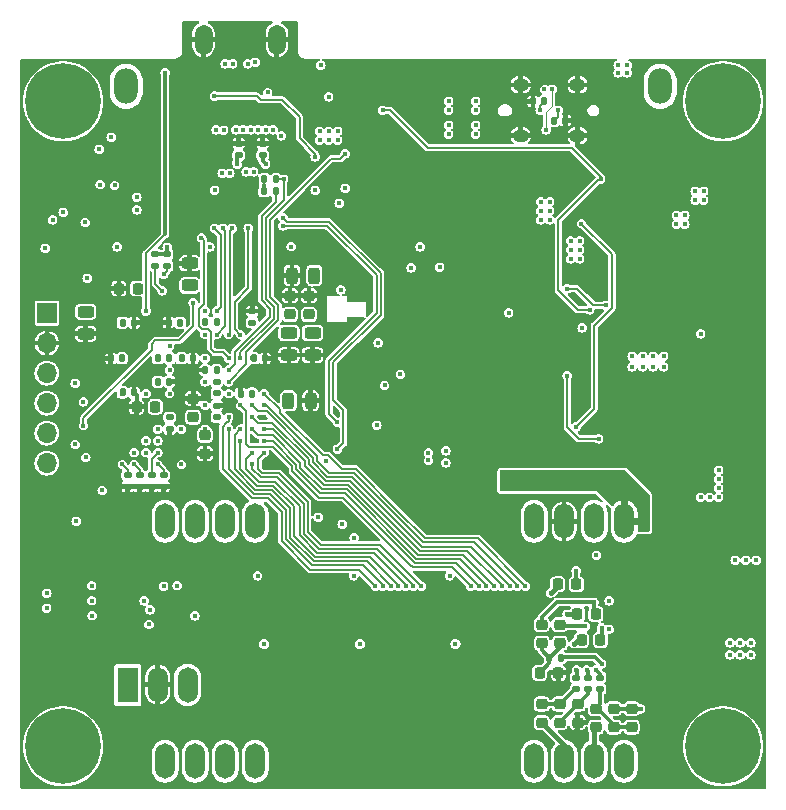
<source format=gbr>
%TF.GenerationSoftware,KiCad,Pcbnew,8.0.8*%
%TF.CreationDate,2025-05-19T19:47:46+02:00*%
%TF.ProjectId,hd_64_v0,68645f36-345f-4763-902e-6b696361645f,0.2*%
%TF.SameCoordinates,PX4737720PY55fe290*%
%TF.FileFunction,Copper,L6,Bot*%
%TF.FilePolarity,Positive*%
%FSLAX46Y46*%
G04 Gerber Fmt 4.6, Leading zero omitted, Abs format (unit mm)*
G04 Created by KiCad (PCBNEW 8.0.8) date 2025-05-19 19:47:46*
%MOMM*%
%LPD*%
G01*
G04 APERTURE LIST*
G04 Aperture macros list*
%AMRoundRect*
0 Rectangle with rounded corners*
0 $1 Rounding radius*
0 $2 $3 $4 $5 $6 $7 $8 $9 X,Y pos of 4 corners*
0 Add a 4 corners polygon primitive as box body*
4,1,4,$2,$3,$4,$5,$6,$7,$8,$9,$2,$3,0*
0 Add four circle primitives for the rounded corners*
1,1,$1+$1,$2,$3*
1,1,$1+$1,$4,$5*
1,1,$1+$1,$6,$7*
1,1,$1+$1,$8,$9*
0 Add four rect primitives between the rounded corners*
20,1,$1+$1,$2,$3,$4,$5,0*
20,1,$1+$1,$4,$5,$6,$7,0*
20,1,$1+$1,$6,$7,$8,$9,0*
20,1,$1+$1,$8,$9,$2,$3,0*%
G04 Aperture macros list end*
%TA.AperFunction,ComponentPad*%
%ADD10O,2.000000X3.000000*%
%TD*%
%TA.AperFunction,ComponentPad*%
%ADD11C,6.400000*%
%TD*%
%TA.AperFunction,ComponentPad*%
%ADD12O,1.346200X1.092200*%
%TD*%
%TA.AperFunction,ComponentPad*%
%ADD13O,1.700000X3.000000*%
%TD*%
%TA.AperFunction,ComponentPad*%
%ADD14O,1.500000X2.550000*%
%TD*%
%TA.AperFunction,ComponentPad*%
%ADD15R,1.700000X1.700000*%
%TD*%
%TA.AperFunction,ComponentPad*%
%ADD16O,1.700000X1.700000*%
%TD*%
%TA.AperFunction,ComponentPad*%
%ADD17R,1.700000X3.000000*%
%TD*%
%TA.AperFunction,SMDPad,CuDef*%
%ADD18RoundRect,0.243750X-0.456250X0.243750X-0.456250X-0.243750X0.456250X-0.243750X0.456250X0.243750X0*%
%TD*%
%TA.AperFunction,SMDPad,CuDef*%
%ADD19RoundRect,0.147500X-0.147500X-0.172500X0.147500X-0.172500X0.147500X0.172500X-0.147500X0.172500X0*%
%TD*%
%TA.AperFunction,SMDPad,CuDef*%
%ADD20RoundRect,0.147500X0.172500X-0.147500X0.172500X0.147500X-0.172500X0.147500X-0.172500X-0.147500X0*%
%TD*%
%TA.AperFunction,SMDPad,CuDef*%
%ADD21RoundRect,0.147500X-0.172500X0.147500X-0.172500X-0.147500X0.172500X-0.147500X0.172500X0.147500X0*%
%TD*%
%TA.AperFunction,SMDPad,CuDef*%
%ADD22RoundRect,0.147500X0.147500X0.172500X-0.147500X0.172500X-0.147500X-0.172500X0.147500X-0.172500X0*%
%TD*%
%TA.AperFunction,SMDPad,CuDef*%
%ADD23RoundRect,0.218750X-0.256250X0.218750X-0.256250X-0.218750X0.256250X-0.218750X0.256250X0.218750X0*%
%TD*%
%TA.AperFunction,SMDPad,CuDef*%
%ADD24RoundRect,0.218750X-0.218750X-0.256250X0.218750X-0.256250X0.218750X0.256250X-0.218750X0.256250X0*%
%TD*%
%TA.AperFunction,SMDPad,CuDef*%
%ADD25RoundRect,0.218750X0.218750X0.256250X-0.218750X0.256250X-0.218750X-0.256250X0.218750X-0.256250X0*%
%TD*%
%TA.AperFunction,SMDPad,CuDef*%
%ADD26RoundRect,0.243750X0.243750X0.456250X-0.243750X0.456250X-0.243750X-0.456250X0.243750X-0.456250X0*%
%TD*%
%TA.AperFunction,SMDPad,CuDef*%
%ADD27RoundRect,0.218750X0.256250X-0.218750X0.256250X0.218750X-0.256250X0.218750X-0.256250X-0.218750X0*%
%TD*%
%TA.AperFunction,SMDPad,CuDef*%
%ADD28RoundRect,0.243750X0.456250X-0.243750X0.456250X0.243750X-0.456250X0.243750X-0.456250X-0.243750X0*%
%TD*%
%TA.AperFunction,SMDPad,CuDef*%
%ADD29RoundRect,0.243750X-0.243750X-0.456250X0.243750X-0.456250X0.243750X0.456250X-0.243750X0.456250X0*%
%TD*%
%TA.AperFunction,ViaPad*%
%ADD30C,0.400000*%
%TD*%
%TA.AperFunction,ViaPad*%
%ADD31C,0.450000*%
%TD*%
%TA.AperFunction,Conductor*%
%ADD32C,0.300000*%
%TD*%
%TA.AperFunction,Conductor*%
%ADD33C,0.200000*%
%TD*%
%TA.AperFunction,Conductor*%
%ADD34C,1.000000*%
%TD*%
%TA.AperFunction,Conductor*%
%ADD35C,0.400000*%
%TD*%
%TA.AperFunction,Conductor*%
%ADD36C,0.120000*%
%TD*%
G04 APERTURE END LIST*
D10*
X54356000Y59690000D03*
D11*
X59690000Y3810000D03*
D12*
X47358000Y55507999D03*
X42558000Y55507999D03*
X47358000Y59808001D03*
X42558000Y59808001D03*
D13*
X20066000Y2540000D03*
X17526000Y2540000D03*
X14986000Y2540000D03*
X12446000Y2540000D03*
D11*
X59690000Y58420000D03*
D13*
X51308000Y22860000D03*
X48768000Y22860000D03*
X46228000Y22860000D03*
X43688000Y22860000D03*
D10*
X9144000Y59690000D03*
D14*
X21896000Y63627000D03*
X15696000Y63627000D03*
D13*
X51308000Y2540000D03*
X48768000Y2540000D03*
X46228000Y2540000D03*
X43688000Y2540000D03*
D11*
X3810000Y3810000D03*
D15*
X2438000Y40488000D03*
D16*
X2438000Y37948000D03*
X2438000Y35408000D03*
X2438000Y32868000D03*
X2438000Y30328000D03*
X2438000Y27788000D03*
D13*
X20066000Y22860000D03*
X17526000Y22860000D03*
X14986000Y22860000D03*
X12446000Y22860000D03*
D17*
X9271000Y9017000D03*
D13*
X11811000Y9017000D03*
X14351000Y9017000D03*
D11*
X3810000Y58420000D03*
D18*
X24924000Y38807500D03*
X24924000Y36932500D03*
D19*
X45362000Y56769000D03*
X46332000Y56769000D03*
X15839000Y35670000D03*
X16809000Y35670000D03*
X18839000Y33670000D03*
X19809000Y33670000D03*
D20*
X12824000Y30685000D03*
X12824000Y31655000D03*
D21*
X12319000Y26774000D03*
X12319000Y25804000D03*
D19*
X7839000Y36670000D03*
X8809000Y36670000D03*
D22*
X20909000Y36670000D03*
X19939000Y36670000D03*
D23*
X50419000Y7010500D03*
X50419000Y5435500D03*
D21*
X47244000Y9629000D03*
X47244000Y8659000D03*
X19824000Y40655000D03*
X19824000Y39685000D03*
D22*
X12804000Y34670000D03*
X11834000Y34670000D03*
D23*
X44323000Y7391500D03*
X44323000Y5816500D03*
D22*
X12809000Y36670000D03*
X11839000Y36670000D03*
D24*
X47345500Y14986000D03*
X48920500Y14986000D03*
D20*
X18669000Y53871000D03*
X18669000Y54841000D03*
D21*
X11624000Y45455000D03*
X11624000Y44485000D03*
D25*
X10111500Y42570000D03*
X8536500Y42570000D03*
X11611500Y32570000D03*
X10036500Y32570000D03*
D24*
X45694500Y17526000D03*
X47269500Y17526000D03*
D21*
X9271000Y26774000D03*
X9271000Y25804000D03*
X49276000Y9629000D03*
X49276000Y8659000D03*
X10287000Y26774000D03*
X10287000Y25804000D03*
D18*
X22924000Y38807500D03*
X22924000Y36932500D03*
D26*
X25061500Y43670000D03*
X23186500Y43670000D03*
D22*
X14809000Y36670000D03*
X13839000Y36670000D03*
X9809000Y33770000D03*
X8839000Y33770000D03*
D20*
X20701000Y53871000D03*
X20701000Y54841000D03*
D27*
X23024000Y40382500D03*
X23024000Y41957500D03*
D23*
X45847000Y14122500D03*
X45847000Y12547500D03*
X51943000Y7010500D03*
X51943000Y5435500D03*
D22*
X9809000Y39670000D03*
X8839000Y39670000D03*
D24*
X47726500Y12827000D03*
X49301500Y12827000D03*
D21*
X11303000Y26774000D03*
X11303000Y25804000D03*
D19*
X44981000Y11303000D03*
X45951000Y11303000D03*
D18*
X5724000Y40607500D03*
X5724000Y38732500D03*
D27*
X24624000Y40382500D03*
X24624000Y41957500D03*
D21*
X12624000Y45455000D03*
X12624000Y44485000D03*
D23*
X48895000Y7010500D03*
X48895000Y5435500D03*
D19*
X20851000Y51816000D03*
X21821000Y51816000D03*
D27*
X45847000Y5816500D03*
X45847000Y7391500D03*
D21*
X16824000Y34655000D03*
X16824000Y33685000D03*
D22*
X16809000Y39770000D03*
X15839000Y39770000D03*
X44554000Y58420000D03*
X43584000Y58420000D03*
D19*
X12739000Y39670000D03*
X13709000Y39670000D03*
D23*
X44323000Y14122500D03*
X44323000Y12547500D03*
D28*
X14524000Y42832500D03*
X14524000Y44707500D03*
D27*
X47371000Y5816500D03*
X47371000Y7391500D03*
D21*
X48260000Y9629000D03*
X48260000Y8659000D03*
X16824000Y32655000D03*
X16824000Y31685000D03*
D29*
X22886500Y33070000D03*
X24761500Y33070000D03*
D27*
X14824000Y31682500D03*
X14824000Y33257500D03*
D19*
X20839000Y50800000D03*
X21809000Y50800000D03*
D23*
X15824000Y30157500D03*
X15824000Y28582500D03*
D24*
X44170500Y10033000D03*
X45745500Y10033000D03*
D30*
X52578000Y29718000D03*
X37973000Y25273000D03*
X45212000Y55626000D03*
X30607000Y54737000D03*
X36924000Y1270000D03*
X14859000Y16510000D03*
X20193000Y8890000D03*
X6624000Y25070000D03*
X54483000Y57277000D03*
X3937000Y50673000D03*
X16637000Y20828000D03*
X16124000Y56170000D03*
X16637000Y15367000D03*
X30607000Y56642000D03*
X16637000Y18542000D03*
X25527000Y35814000D03*
X32624000Y1270000D03*
X5724000Y33570000D03*
X14824000Y29670000D03*
X34824000Y13370000D03*
X43180000Y10033000D03*
X16256000Y1397000D03*
X62484000Y8763000D03*
X49149000Y49784000D03*
X52832000Y44577000D03*
X18923000Y43180000D03*
X21524000Y17270000D03*
X6731000Y14478000D03*
X30607000Y55753000D03*
X14351000Y11303000D03*
X21590000Y5334000D03*
X23624000Y44970000D03*
X52114000Y52705000D03*
X42164000Y22860000D03*
X17624000Y51770000D03*
X51435000Y30353000D03*
X12824000Y29670000D03*
X22606000Y52705000D03*
X19177000Y56769000D03*
X16256000Y44704000D03*
X41148000Y24384000D03*
X35179000Y31623000D03*
X41275000Y16764000D03*
X20024000Y16670000D03*
X6731000Y19177000D03*
X34524000Y9270000D03*
X15524000Y57390000D03*
X37211000Y32893000D03*
X48641000Y13716000D03*
X21463000Y19431000D03*
X59436000Y18669000D03*
X51689000Y53213000D03*
X31877000Y16764000D03*
X27813000Y16764000D03*
X57404000Y17907000D03*
X12824000Y30670000D03*
X62484000Y9779000D03*
X31924000Y39370000D03*
X44929342Y42276671D03*
X6424000Y37670000D03*
X29624000Y17170000D03*
X53213000Y51816000D03*
X48514000Y10795000D03*
X37668886Y22002827D03*
X46482000Y53086000D03*
X41275000Y20320000D03*
X6223000Y18034000D03*
X30607000Y51943000D03*
X44577000Y17272000D03*
X59182000Y43942000D03*
X45945342Y15254329D03*
X17824000Y37670000D03*
X50546000Y39370000D03*
X18415000Y20828000D03*
X12446000Y20828000D03*
X42545000Y16764000D03*
X31024000Y28470000D03*
X36322000Y9525000D03*
X25724000Y33870000D03*
X33528000Y36576000D03*
X42926000Y19304000D03*
X7824000Y36670000D03*
X9398000Y49784000D03*
X38124000Y45570000D03*
X52832000Y43053000D03*
X38862000Y48514000D03*
X40640000Y6985000D03*
X33824000Y32570000D03*
X32258000Y29845000D03*
X50292000Y29718000D03*
X5024000Y12770000D03*
X39497000Y52451000D03*
X16524000Y53270000D03*
X9525000Y16891000D03*
X50624000Y13770000D03*
X34544000Y48768000D03*
X59944000Y34290000D03*
X45466000Y53086000D03*
X40005000Y16764000D03*
X22352000Y57531000D03*
X16637000Y11303000D03*
X10824000Y30670000D03*
X52070000Y16764000D03*
X13824000Y29670000D03*
X35433000Y24130000D03*
X33147000Y58801000D03*
X11824000Y31670000D03*
X61595000Y39751000D03*
X58928000Y14859000D03*
X20824000Y31670000D03*
X12824000Y28670000D03*
X26524000Y29591000D03*
X28067000Y32893000D03*
X50546000Y40005000D03*
X14351000Y26289000D03*
X25146000Y22606000D03*
X18415000Y9906000D03*
X28575000Y7366000D03*
X10541000Y46355000D03*
X29845000Y51943000D03*
X9824000Y33670000D03*
X8255000Y42291000D03*
X22724000Y36770000D03*
X16989342Y61326671D03*
X42524000Y13670000D03*
X7824000Y40670000D03*
X59436000Y22352000D03*
X8763000Y5461000D03*
X2624000Y20970000D03*
X24765000Y56007000D03*
X38735000Y16764000D03*
X12824000Y36670000D03*
X33401000Y27686000D03*
X38989000Y43180000D03*
X12324000Y43070000D03*
X7824000Y31670000D03*
D31*
X26924000Y54070000D03*
D30*
X14824000Y30670000D03*
X13824000Y31670000D03*
D31*
X20824000Y40670000D03*
D30*
X30480000Y26162000D03*
X25324000Y36770000D03*
X37624000Y17170000D03*
X37719000Y40259000D03*
X45339000Y32639000D03*
X56261000Y54102000D03*
X59436000Y20574000D03*
X30226000Y45720000D03*
X21684000Y28260000D03*
X18415000Y7112000D03*
X22987000Y14351000D03*
X33528000Y58166000D03*
X14351000Y61468000D03*
X52705000Y33274000D03*
X3429000Y34163000D03*
X52705000Y34798000D03*
X24964000Y30070000D03*
X34417000Y16764000D03*
X8824000Y29670000D03*
X47498000Y1270000D03*
X12319000Y19304000D03*
X55880000Y29718000D03*
X18415000Y15367000D03*
X5842000Y54483000D03*
X12824000Y39670000D03*
X43942000Y39878000D03*
X13081000Y58570000D03*
X35362000Y38664000D03*
X22225000Y56261000D03*
X24324000Y35270000D03*
X23324000Y37170000D03*
X42418000Y5461000D03*
X26824000Y11470000D03*
X52832000Y43815000D03*
X51943000Y34036000D03*
X18824000Y39670000D03*
X4324000Y24670000D03*
X23876000Y31369000D03*
X32893000Y3170000D03*
X46863000Y42037000D03*
X16637000Y8382000D03*
X49657000Y53721000D03*
X59690000Y13589000D03*
X9525000Y43815000D03*
X31024000Y32770000D03*
X40259000Y21463000D03*
X6858000Y42418000D03*
X59436000Y21463000D03*
X44958000Y1270000D03*
X30607000Y16764000D03*
X29824000Y41770000D03*
X11104000Y49230000D03*
X28524000Y49870000D03*
X46609000Y10287000D03*
X14824000Y28670000D03*
X55245000Y39243000D03*
X5024000Y37670000D03*
X11430000Y25146000D03*
X35524000Y12370000D03*
X27148359Y23134726D03*
X61722000Y30988000D03*
X16824000Y36670000D03*
X23876000Y6985000D03*
X33909000Y58801000D03*
X7724000Y25908000D03*
X27686000Y50419000D03*
X15024000Y44770000D03*
X51943000Y33274000D03*
X14824000Y36670000D03*
X47244000Y5080000D03*
X49414000Y50870000D03*
X14097000Y56261000D03*
X13970000Y52705000D03*
X13716000Y60198000D03*
X51816000Y29718000D03*
X61595000Y48133000D03*
X25400000Y24257000D03*
X51816000Y39370000D03*
X51181000Y40005000D03*
X35560000Y52451000D03*
X26670000Y56769000D03*
X41656000Y46228000D03*
X20824000Y27670000D03*
X5946835Y27712912D03*
X19658833Y51920426D03*
X15024000Y4572000D03*
X5207000Y53721000D03*
X47498000Y24003000D03*
X3429000Y29083000D03*
X19177000Y53213000D03*
X52070000Y44577000D03*
X29337000Y38100000D03*
X3810000Y26543000D03*
X36524000Y3170000D03*
X14124000Y54570000D03*
X55753000Y6604000D03*
X31369000Y6985000D03*
X58928000Y15621000D03*
X21124000Y50070000D03*
X58293000Y17907000D03*
X21924000Y53170000D03*
X52705000Y34036000D03*
X13824000Y37670000D03*
X27686000Y3170000D03*
X51943000Y34798000D03*
X55626000Y43815000D03*
X10541000Y15494000D03*
X51943000Y10287000D03*
X50673000Y8128000D03*
X35433000Y36251000D03*
X52578000Y8001000D03*
X52070000Y43815000D03*
X50038000Y10795000D03*
X7824000Y27670000D03*
X27813000Y38989000D03*
X30353000Y48260000D03*
X57277000Y7620000D03*
X33147000Y16764000D03*
X13335000Y51943000D03*
X26924000Y32131000D03*
X30734000Y1270000D03*
X59055000Y52832000D03*
X39370000Y35052000D03*
X35052000Y46101000D03*
X59436000Y19685000D03*
X18824000Y31670000D03*
X17794329Y62131658D03*
X49657000Y4699000D03*
X18824000Y33670000D03*
X28448000Y9144000D03*
X27813000Y21717000D03*
X5334000Y44196000D03*
X4318000Y9652000D03*
X44704000Y36703000D03*
X1270000Y15240000D03*
X14478000Y13081000D03*
X7124000Y22270000D03*
X54737000Y2667000D03*
X12824000Y32670000D03*
X17024000Y48270000D03*
X47371000Y11938000D03*
X26797000Y46101000D03*
X24424000Y44970000D03*
X45466000Y37211000D03*
X39024000Y26570000D03*
X16824000Y32670000D03*
X37973000Y43434000D03*
X11274000Y56000000D03*
X48768000Y19304000D03*
X51054000Y29718000D03*
X27305000Y1143000D03*
X31369000Y51943000D03*
X33274000Y31623000D03*
X38924000Y30070000D03*
X1905000Y50673000D03*
X20701000Y61849000D03*
X50038000Y8128000D03*
X16824000Y39670000D03*
X44958000Y24003000D03*
X24384000Y57785000D03*
X15824000Y37670000D03*
X34417000Y7112000D03*
X3429000Y31623000D03*
X13462000Y49270000D03*
X58928000Y16383000D03*
X27524000Y43070000D03*
X5724000Y37670000D03*
X8324000Y20170000D03*
X49286563Y16261433D03*
X27432000Y57658000D03*
X39124000Y44770000D03*
X32258000Y42418000D03*
X15824000Y27670000D03*
X54991000Y23622000D03*
X16637000Y6223000D03*
X15824000Y33670000D03*
X6324000Y51370000D03*
X11444000Y53420000D03*
X41529000Y34290000D03*
X1824000Y22570000D03*
X23024000Y41970000D03*
X3424000Y23870000D03*
X12424000Y4572000D03*
X22924000Y43270000D03*
X30988000Y35306000D03*
X42926000Y11811000D03*
X50038000Y47752000D03*
X15824000Y35670000D03*
X18796000Y61976000D03*
X51181000Y39370000D03*
X16637000Y42799000D03*
X23424000Y43670000D03*
X19824000Y29670000D03*
X49022000Y48641000D03*
X20024000Y20828000D03*
X41910000Y42164000D03*
X20824000Y36670000D03*
X54229000Y29718000D03*
X52070000Y43053000D03*
X6924000Y48170000D03*
X14986000Y20828000D03*
X16824000Y34670000D03*
X12824000Y27670000D03*
X21724000Y37870000D03*
X1905000Y12954000D03*
X55499000Y26416000D03*
X46609000Y18923000D03*
X8763000Y15367000D03*
X15875000Y25908000D03*
X18796000Y1397000D03*
X58928000Y17145000D03*
X22479000Y1270000D03*
X33528000Y37338000D03*
X10824000Y37670000D03*
X19824000Y48270000D03*
X25024000Y15970000D03*
X43307000Y7112000D03*
X51816000Y40005000D03*
X45974000Y52578000D03*
X10911450Y13553128D03*
X38024000Y28870000D03*
X45847000Y9017000D03*
X42926000Y51943000D03*
X26624000Y13470000D03*
X9271000Y55626000D03*
X34624000Y33670000D03*
X38024000Y27770000D03*
X50038000Y1270000D03*
X44831000Y47498000D03*
X6350000Y16764000D03*
X6924000Y46070000D03*
X15824000Y31670000D03*
X5824000Y30370000D03*
X14624000Y45970000D03*
X1778000Y43053000D03*
X21909502Y48178699D03*
X42799000Y31242000D03*
X27424000Y36270000D03*
X2921000Y51689000D03*
X52578000Y53213000D03*
X44450000Y44577000D03*
X27305000Y24130000D03*
X17724000Y48270000D03*
X31496000Y5588000D03*
X9824000Y39670000D03*
X12824000Y34670000D03*
X1651000Y18669000D03*
X18415000Y17907000D03*
X19645244Y62155448D03*
X62484000Y7874000D03*
X16637000Y50892000D03*
X8171000Y51294000D03*
X54653000Y35941000D03*
X19824000Y36670000D03*
X56452000Y48768000D03*
X56452000Y48006000D03*
X51986000Y35941000D03*
X19824000Y33670000D03*
X52875000Y36830000D03*
X38735000Y56388000D03*
X27686000Y51054000D03*
X23124000Y33470000D03*
X55733000Y48006000D03*
X14963000Y14859000D03*
X23024000Y40370000D03*
X2436000Y16764000D03*
X10124000Y42570000D03*
X12624000Y46070000D03*
X54653000Y36830000D03*
X26058000Y27940000D03*
D31*
X28924000Y12470000D03*
D30*
X13824000Y39670000D03*
X22624000Y33070000D03*
X4826000Y34544000D03*
D31*
X20824000Y12470000D03*
D30*
X41529000Y40513000D03*
X5324000Y40370000D03*
X8824000Y33670000D03*
X52875000Y35941000D03*
X12324000Y17370000D03*
X6858000Y54356000D03*
X5724000Y40870000D03*
X23124000Y32670000D03*
X36218000Y28829000D03*
X28404000Y18244000D03*
X51986000Y36830000D03*
X2286000Y45974000D03*
X25146000Y50892000D03*
X19824000Y39670000D03*
X6124000Y40370000D03*
X27178000Y49784000D03*
X36449000Y56388000D03*
X6941500Y51370000D03*
X30376000Y30988000D03*
X2413000Y15494000D03*
X15824000Y39670000D03*
X5842000Y43434000D03*
D31*
X37024000Y12470000D03*
D30*
X5671500Y48159500D03*
X36532000Y18244000D03*
X7874000Y55372000D03*
X8824000Y36670000D03*
X55733000Y48768000D03*
X3810000Y49022000D03*
X24424000Y40570000D03*
X2921000Y48387000D03*
X8382000Y46101000D03*
X36449000Y55626000D03*
X20276000Y18244000D03*
X4826000Y29370000D03*
X13462000Y17410000D03*
X53764000Y36830000D03*
X53764000Y35941000D03*
X8824000Y39670000D03*
X38735000Y55626000D03*
X34739500Y28661000D03*
X20824000Y51270000D03*
X4924000Y22870000D03*
X25527000Y55880000D03*
X26289000Y55118000D03*
X27051000Y55118000D03*
X26289000Y55880000D03*
X20955000Y53086000D03*
X25527000Y55118000D03*
X27051000Y55880000D03*
X18542000Y53086000D03*
X22285000Y55499000D03*
X44239000Y49149000D03*
X14924000Y43070000D03*
X23124000Y46117000D03*
X11824000Y34670000D03*
X44239000Y48387000D03*
X14124000Y43070000D03*
X11824000Y32670000D03*
X47688500Y48069500D03*
X16224000Y46101000D03*
X11824000Y36670000D03*
X45001000Y49149000D03*
X14524000Y42570000D03*
X12824000Y37670000D03*
X45001000Y48387000D03*
X44239000Y49911000D03*
X47244000Y30861000D03*
X45001000Y49911000D03*
X28448000Y21463000D03*
X30252000Y17370000D03*
X17824000Y31670000D03*
X30889712Y17371840D03*
X17824000Y30670000D03*
X31552000Y17370000D03*
X18824000Y30670000D03*
X32202000Y17370000D03*
X18824000Y29670000D03*
X32827003Y17370000D03*
X19824000Y28670000D03*
X33452006Y17370000D03*
X19824000Y27670000D03*
X20824000Y28670000D03*
X34124000Y17370000D03*
X18824000Y32670000D03*
X38324000Y17370000D03*
X20824000Y29670000D03*
X39024000Y17370000D03*
X19824000Y30670000D03*
X39649003Y17370000D03*
X40324000Y17370000D03*
X20824000Y30670000D03*
X40949003Y17370000D03*
X19824000Y31670000D03*
X19824000Y32670000D03*
X41624000Y17370000D03*
X42249003Y17370000D03*
X20824000Y32670000D03*
X42924000Y17370000D03*
X20824000Y33670000D03*
X36218000Y27813000D03*
X35687000Y44368000D03*
X62032500Y12573000D03*
X60254500Y11557000D03*
X34739500Y28011000D03*
X61143500Y11557000D03*
X34036000Y46101000D03*
X30480000Y37973000D03*
X50038000Y16129000D03*
X32359500Y35301000D03*
X31024000Y34370000D03*
X62032500Y11557000D03*
X60254500Y12573000D03*
X52705000Y6985000D03*
X33274000Y44323000D03*
X50026529Y13714943D03*
X61143500Y12573000D03*
X16624000Y58870000D03*
X25146000Y53721000D03*
X17824000Y36670000D03*
X15524000Y46870000D03*
X16824000Y40670000D03*
X16624000Y47670000D03*
X17324000Y47670000D03*
X16824000Y38670000D03*
X18124000Y47662893D03*
X17824000Y38670000D03*
X19485000Y47670000D03*
X18824000Y38670000D03*
X27028000Y31242000D03*
X22424000Y47870000D03*
X22424000Y48570000D03*
X27028000Y28956000D03*
X22479000Y51816000D03*
X18824000Y36670000D03*
X17824000Y35670000D03*
X21809000Y50800000D03*
X20066000Y61722000D03*
X21590000Y56007000D03*
X19431000Y61595000D03*
X20955000Y56007000D03*
X20320000Y56007000D03*
X19939000Y52451000D03*
X19304000Y52451000D03*
X19685000Y56007000D03*
X19050000Y56016119D03*
X18161000Y61595000D03*
X17526000Y61595000D03*
X18450094Y56005350D03*
X17922875Y52324000D03*
X17399000Y55982750D03*
X16764000Y56007000D03*
X17272000Y52324000D03*
X17824000Y33670000D03*
X27324000Y42470000D03*
X11824000Y28670000D03*
X11824000Y27670000D03*
X46779000Y45847000D03*
X47541000Y45085000D03*
X16824000Y35670000D03*
X24524000Y38670000D03*
X46779000Y45085000D03*
X15824000Y34670000D03*
X15824000Y32670000D03*
X16824000Y31670000D03*
X22924000Y39070000D03*
X15824000Y30670000D03*
X14824000Y31670000D03*
X24824000Y43270000D03*
X47541000Y46609000D03*
X12824000Y33670000D03*
X22524000Y38570000D03*
X16824000Y33670000D03*
X47541000Y45847000D03*
X25324000Y43670000D03*
X46779000Y46609000D03*
X13824000Y36670000D03*
X24924000Y39070000D03*
X12824000Y31670000D03*
X13824000Y30670000D03*
X15824000Y36670000D03*
X12824000Y35670000D03*
X9824000Y27670000D03*
X42037000Y26416000D03*
X42037000Y25781000D03*
X43307000Y25781000D03*
X42672000Y26416000D03*
X41402000Y25781000D03*
X43307000Y26416000D03*
X42672000Y25781000D03*
X41402000Y26416000D03*
X49149000Y29845000D03*
X46482000Y35179000D03*
X48895000Y10287000D03*
X48133000Y10287000D03*
X47272658Y10301329D03*
X5524000Y32970000D03*
X15824000Y40670000D03*
X5524000Y30970000D03*
X14824000Y41370000D03*
X5724000Y28270000D03*
X15824000Y38670000D03*
X49319000Y51816000D03*
X30861000Y57658000D03*
X48387000Y40767000D03*
X46482000Y14986000D03*
X48753000Y15987000D03*
X45085000Y16789500D03*
X49403000Y10795000D03*
X47053500Y12509500D03*
X47244000Y18669000D03*
X12324000Y43770000D03*
X6268997Y14870000D03*
X11824000Y30670000D03*
X12219022Y42370000D03*
X10668000Y16129000D03*
X11824000Y29670000D03*
X6223000Y17410000D03*
X10824000Y29670000D03*
X11168000Y15367000D03*
X13824000Y27670000D03*
X10824000Y28670000D03*
X11080750Y14128750D03*
X9824000Y28670000D03*
X6223000Y16140000D03*
X25624000Y61468000D03*
X57785000Y24892000D03*
X59309000Y24892000D03*
X21124000Y59170000D03*
X50800000Y61468000D03*
X50800000Y60833000D03*
X59309000Y26416000D03*
X51562000Y61468000D03*
X51562000Y60833000D03*
X59309000Y27178000D03*
X26289000Y58801000D03*
X59309000Y25654000D03*
X58547000Y24892000D03*
X58039000Y50800000D03*
X57320000Y50800000D03*
X60706000Y19558000D03*
X38735000Y57658000D03*
X36449000Y57658000D03*
X47752000Y39243000D03*
X36449000Y58420000D03*
X57785000Y38735000D03*
X38735000Y58420000D03*
X61595000Y19558000D03*
X62484000Y19558000D03*
X57320000Y50038000D03*
X58039000Y50038000D03*
X7124000Y25470000D03*
X10824000Y33670000D03*
X49784000Y41148000D03*
X46482000Y42545000D03*
X45212000Y59436000D03*
X44704000Y56007000D03*
X10053000Y50301000D03*
X10053000Y49239000D03*
X44564000Y59420000D03*
X10824000Y40670000D03*
X12446000Y60858500D03*
X45720000Y57658000D03*
X44196000Y57658000D03*
X8824000Y27670000D03*
X27686000Y53975000D03*
X17824000Y34670000D03*
X27432000Y22606000D03*
X25400000Y23206003D03*
X48958500Y20002500D03*
X48006000Y13970000D03*
X49403000Y13843000D03*
D32*
X9909000Y33670000D02*
X9824000Y33670000D01*
X10036500Y33542500D02*
X9909000Y33670000D01*
X15824000Y28582500D02*
X15824000Y27670000D01*
X10036500Y32570000D02*
X10036500Y33542500D01*
X9824000Y33670000D02*
X9824000Y33755000D01*
X9824000Y33755000D02*
X9809000Y33770000D01*
D33*
X20851000Y51297000D02*
X20851000Y51816000D01*
X20824000Y51270000D02*
X20851000Y51297000D01*
X20824000Y50815000D02*
X20839000Y50800000D01*
D32*
X12624000Y45455000D02*
X12624000Y46070000D01*
D33*
X20824000Y51270000D02*
X20824000Y50815000D01*
D32*
X11624000Y45455000D02*
X12624000Y45455000D01*
X18542000Y53744000D02*
X18669000Y53871000D01*
X18542000Y53086000D02*
X18542000Y53744000D01*
X20955000Y53086000D02*
X20701000Y53340000D01*
X20701000Y53340000D02*
X20701000Y53871000D01*
D33*
X18542000Y53086000D02*
X18415000Y53213000D01*
X48768000Y39424893D02*
X50284000Y40940893D01*
X48768000Y32385000D02*
X48768000Y39424893D01*
X50284000Y45474000D02*
X47688500Y48069500D01*
X47244000Y30861000D02*
X48768000Y32385000D01*
X50284000Y40940893D02*
X50284000Y45474000D01*
X24734050Y18770000D02*
X22324000Y21180050D01*
X17324000Y27300151D02*
X17324000Y30877107D01*
X17624000Y31170000D02*
X17824000Y31370000D01*
X17324000Y30877107D02*
X17616893Y31170000D01*
X21185078Y24824000D02*
X19800151Y24824000D01*
X22324000Y21180050D02*
X22324000Y23685078D01*
X19800151Y24824000D02*
X17324000Y27300151D01*
X17824000Y31370000D02*
X17824000Y31670000D01*
X17616893Y31170000D02*
X17624000Y31170000D01*
X22324000Y23685078D02*
X21185078Y24824000D01*
X30252000Y17370000D02*
X28852000Y18770000D01*
X28852000Y18770000D02*
X24734050Y18770000D01*
X22674000Y21325026D02*
X22674000Y23830052D01*
X30889712Y17439395D02*
X29209107Y19120000D01*
X29209107Y19120000D02*
X24879026Y19120000D01*
X22674000Y23830052D02*
X21330052Y25174000D01*
X17824000Y27295126D02*
X17824000Y30670000D01*
X30889712Y17371840D02*
X30889712Y17439395D01*
X21330052Y25174000D02*
X19945126Y25174000D01*
X24879026Y19120000D02*
X22674000Y21325026D01*
X19945126Y25174000D02*
X17824000Y27295126D01*
X18324000Y30170000D02*
X18824000Y30670000D01*
X18324000Y27290101D02*
X18324000Y30170000D01*
X23024000Y23975026D02*
X21475026Y25524000D01*
X31552000Y17416659D02*
X29498659Y19470000D01*
X31552000Y17370000D02*
X31552000Y17416659D01*
X20090101Y25524000D02*
X18324000Y27290101D01*
X25024000Y19470000D02*
X23024000Y21470000D01*
X29498659Y19470000D02*
X25024000Y19470000D01*
X21475026Y25524000D02*
X20090101Y25524000D01*
X23024000Y21470000D02*
X23024000Y23975026D01*
X23374000Y24120000D02*
X21620000Y25874000D01*
X23374000Y21614974D02*
X23374000Y24120000D01*
X25168974Y19820000D02*
X23374000Y21614974D01*
X21620000Y25874000D02*
X20235076Y25874000D01*
X32202000Y17427107D02*
X29809107Y19820000D01*
X32202000Y17370000D02*
X32202000Y17427107D01*
X18824000Y27285076D02*
X18824000Y29670000D01*
X29809107Y19820000D02*
X25168974Y19820000D01*
X20235076Y25874000D02*
X18824000Y27285076D01*
X20380051Y26224000D02*
X19321487Y27282564D01*
X19321487Y27282564D02*
X19321487Y28167487D01*
X23824000Y24170000D02*
X21770000Y26224000D01*
X23824000Y21670000D02*
X23824000Y24170000D01*
X19321487Y28167487D02*
X19824000Y28670000D01*
X21770000Y26224000D02*
X20380051Y26224000D01*
X32827003Y17452104D02*
X30109107Y20170000D01*
X32827003Y17370000D02*
X32827003Y17452104D01*
X30109107Y20170000D02*
X25324000Y20170000D01*
X25324000Y20170000D02*
X23824000Y21670000D01*
X33452006Y17452104D02*
X30384110Y20520000D01*
X30384110Y20520000D02*
X25468974Y20520000D01*
X24174000Y24314974D02*
X21914974Y26574000D01*
X19824000Y27275025D02*
X19824000Y27670000D01*
X20525025Y26574000D02*
X19824000Y27275025D01*
X25468974Y20520000D02*
X24174000Y21814974D01*
X21914974Y26574000D02*
X20525025Y26574000D01*
X24174000Y21814974D02*
X24174000Y24314974D01*
X33452006Y17370000D02*
X33452006Y17452104D01*
X20324000Y27270000D02*
X20324000Y28170000D01*
X22059949Y26924000D02*
X20670000Y26924000D01*
X20324000Y28170000D02*
X20824000Y28670000D01*
X24524000Y24459949D02*
X22059949Y26924000D01*
X34124000Y17370000D02*
X34124000Y17405113D01*
X30659113Y20870000D02*
X25613948Y20870000D01*
X25613948Y20870000D02*
X24524000Y21959948D01*
X34124000Y17405113D02*
X30659113Y20870000D01*
X24524000Y21959948D02*
X24524000Y24459949D01*
X20670000Y26924000D02*
X20324000Y27270000D01*
X19524000Y29170000D02*
X19324000Y29370000D01*
X19324000Y32170000D02*
X18824000Y32670000D01*
X23204000Y27117044D02*
X23204000Y27522238D01*
X33423999Y18970000D02*
X33218974Y19175026D01*
X19324000Y29370000D02*
X19324000Y32170000D01*
X36724000Y18970000D02*
X33423999Y18970000D01*
X21556238Y29170000D02*
X19524000Y29170000D01*
X33218974Y19175026D02*
X27524000Y24870000D01*
X25451044Y24870000D02*
X23204000Y27117044D01*
X27524000Y24870000D02*
X25451044Y24870000D01*
X23204000Y27522238D02*
X21556238Y29170000D01*
X38324000Y17370000D02*
X36724000Y18970000D01*
X39024000Y17370000D02*
X39024000Y17377107D01*
X33568974Y19320000D02*
X27668974Y25220000D01*
X27668974Y25220000D02*
X25596018Y25220000D01*
X23554000Y27262018D02*
X23554000Y27667212D01*
X37081107Y19320000D02*
X33568974Y19320000D01*
X21551212Y29670000D02*
X20824000Y29670000D01*
X23554000Y27667212D02*
X21551212Y29670000D01*
X25596018Y25220000D02*
X23554000Y27262018D01*
X39024000Y17377107D02*
X37081107Y19320000D01*
X27824000Y25570000D02*
X25740993Y25570000D01*
X39649003Y17370000D02*
X39649003Y17452104D01*
X20324000Y30170000D02*
X19824000Y30670000D01*
X23904000Y27406993D02*
X23904000Y27812186D01*
X33724000Y19670000D02*
X27824000Y25570000D01*
X25740993Y25570000D02*
X23904000Y27406993D01*
X23904000Y27812186D02*
X21546186Y30170000D01*
X21546186Y30170000D02*
X20324000Y30170000D01*
X37431107Y19670000D02*
X33724000Y19670000D01*
X39649003Y17452104D02*
X37431107Y19670000D01*
X27968975Y25920000D02*
X25885968Y25920000D01*
X40324000Y17370000D02*
X40324000Y17402110D01*
X25885968Y25920000D02*
X24254000Y27551968D01*
X37706110Y20020000D02*
X33868974Y20020000D01*
X33868974Y20020000D02*
X33471487Y20417488D01*
X21541160Y30670000D02*
X20824000Y30670000D01*
X24254000Y27551968D02*
X24254000Y27957160D01*
X24254000Y27957160D02*
X21541160Y30670000D01*
X40324000Y17402110D02*
X37706110Y20020000D01*
X33471487Y20417488D02*
X27968975Y25920000D01*
X28124000Y26270000D02*
X26030943Y26270000D01*
X21536134Y31170000D02*
X20324000Y31170000D01*
X20324000Y31170000D02*
X19824000Y31670000D01*
X40949003Y17370000D02*
X40949003Y17452104D01*
X38031107Y20370000D02*
X34024000Y20370000D01*
X24604000Y27696943D02*
X24604000Y28102134D01*
X34024000Y20370000D02*
X28124000Y26270000D01*
X24604000Y28102134D02*
X21536134Y31170000D01*
X40949003Y17452104D02*
X38031107Y20370000D01*
X26030943Y26270000D02*
X24604000Y27696943D01*
X41624000Y17402110D02*
X38306110Y20720000D01*
X24954000Y27841918D02*
X24954000Y28247108D01*
X31765000Y23123974D02*
X31765000Y23129000D01*
X38306110Y20720000D02*
X34168974Y20720000D01*
X26175918Y26620000D02*
X24954000Y27841918D01*
X41624000Y17370000D02*
X41624000Y17402110D01*
X34168974Y20720000D02*
X31765000Y23123974D01*
X28274000Y26620000D02*
X26175918Y26620000D01*
X21031108Y32170000D02*
X20324000Y32170000D01*
X20324000Y32170000D02*
X19824000Y32670000D01*
X31765000Y23129000D02*
X28274000Y26620000D01*
X24954000Y28247108D02*
X21031108Y32170000D01*
X34301948Y21082000D02*
X33851474Y21532474D01*
X42249003Y17370000D02*
X42249003Y17452104D01*
X42249003Y17452104D02*
X39312054Y20389054D01*
X28418974Y26970000D02*
X26320893Y26970000D01*
X38619108Y21082000D02*
X34301948Y21082000D01*
X25304000Y28392082D02*
X21026082Y32670000D01*
X26320893Y26970000D02*
X25304000Y27986893D01*
X33851474Y21532474D02*
X33851474Y21537500D01*
X25304000Y27986893D02*
X25304000Y28392082D01*
X21026082Y32670000D02*
X20824000Y32670000D01*
X33851474Y21537500D02*
X28418974Y26970000D01*
X39312054Y20389054D02*
X38619108Y21082000D01*
X28768974Y27114975D02*
X28563949Y27320000D01*
X26265107Y28440000D02*
X25774000Y28440000D01*
X42924000Y17402110D02*
X38894110Y21432000D01*
X32113948Y23770000D02*
X28768974Y27114975D01*
X38894110Y21432000D02*
X34451948Y21432000D01*
X22163000Y32051000D02*
X22163000Y32331000D01*
X25774000Y28440000D02*
X22163000Y32051000D01*
X27385107Y27320000D02*
X26265107Y28440000D01*
X28563949Y27320000D02*
X27385107Y27320000D01*
X34451948Y21432000D02*
X32113948Y23770000D01*
X42924000Y17370000D02*
X42924000Y17402110D01*
X22163000Y32331000D02*
X20824000Y33670000D01*
D32*
X52679500Y7010500D02*
X50419000Y7010500D01*
D33*
X25146000Y53990818D02*
X23824000Y55312818D01*
X25146000Y53721000D02*
X25146000Y53990818D01*
X20224000Y58870000D02*
X16624000Y58870000D01*
X23824000Y57075000D02*
X22329000Y58570000D01*
X22329000Y58570000D02*
X20524000Y58570000D01*
X23824000Y55312818D02*
X23824000Y57075000D01*
X20524000Y58570000D02*
X20224000Y58870000D01*
X15524000Y46870000D02*
X15724000Y46670000D01*
X15724000Y41277107D02*
X15294000Y40847107D01*
X15552762Y39170000D02*
X16074000Y39170000D01*
X17324000Y37170000D02*
X17824000Y36670000D01*
X15294000Y40847107D02*
X15294000Y39428762D01*
X16616893Y37170000D02*
X17324000Y37170000D01*
X15294000Y39428762D02*
X15552762Y39170000D01*
X16074000Y39170000D02*
X16324000Y38920000D01*
X15724000Y46670000D02*
X15724000Y41277107D01*
X16324000Y38920000D02*
X16324000Y37462893D01*
X16324000Y37462893D02*
X16616893Y37170000D01*
X16624000Y47670000D02*
X16824000Y47470000D01*
X17174000Y41020000D02*
X16824000Y40670000D01*
X16824000Y47462893D02*
X17174000Y47112893D01*
X17174000Y47112893D02*
X17174000Y41020000D01*
X16824000Y47470000D02*
X16824000Y47462893D01*
X17524000Y39370000D02*
X16824000Y38670000D01*
X17524000Y47470000D02*
X17524000Y39370000D01*
X17324000Y47670000D02*
X17524000Y47470000D01*
X17924000Y38770000D02*
X17824000Y38670000D01*
X17924000Y47462893D02*
X17924000Y38770000D01*
X18124000Y47662893D02*
X17924000Y47462893D01*
X19485000Y47670000D02*
X19485000Y42599000D01*
X18324000Y39170000D02*
X18824000Y38670000D01*
X19485000Y42599000D02*
X18324000Y41438000D01*
X18324000Y41438000D02*
X18324000Y39170000D01*
X26324000Y31946000D02*
X26324000Y36470975D01*
X27028000Y31242000D02*
X26324000Y31946000D01*
X22433000Y47879000D02*
X22424000Y47870000D01*
X30353000Y40499975D02*
X30353000Y43701026D01*
X30353000Y43701026D02*
X26175026Y47879000D01*
X26324000Y36470975D02*
X30353000Y40499975D01*
X26175026Y47879000D02*
X22433000Y47879000D01*
X26674000Y33143000D02*
X26674000Y36326000D01*
X26674000Y36326000D02*
X30703000Y40355000D01*
X26320001Y48229000D02*
X22772107Y48229000D01*
X22772107Y48229000D02*
X22431107Y48570000D01*
X27028000Y28956000D02*
X27528000Y29456000D01*
X27528000Y29456000D02*
X27528000Y32289000D01*
X27528000Y32289000D02*
X26674000Y33143000D01*
X30703000Y43846001D02*
X26320001Y48229000D01*
X22431107Y48570000D02*
X22424000Y48570000D01*
X30703000Y40355000D02*
X30703000Y43846001D01*
X21674000Y41022082D02*
X20974000Y41722082D01*
X18824000Y37178580D02*
X21674000Y40028580D01*
X18824000Y36670000D02*
X18824000Y37178580D01*
X22479000Y50030026D02*
X22479000Y51816000D01*
X21674000Y40028580D02*
X21674000Y41022082D01*
X20974000Y41722082D02*
X20974000Y48525026D01*
X22479000Y51816000D02*
X21821000Y51816000D01*
X20974000Y48525026D02*
X22479000Y50030026D01*
X17824000Y35670000D02*
X18324000Y36170000D01*
X18324000Y36170000D02*
X18324000Y37173554D01*
X20624000Y48670000D02*
X21824000Y49870000D01*
X18324000Y37173554D02*
X21324000Y40173554D01*
X21324000Y40173554D02*
X21324000Y40877107D01*
X21824000Y49870000D02*
X21824000Y50785000D01*
X21824000Y50785000D02*
X21809000Y50800000D01*
X20624000Y41577107D02*
X20624000Y48670000D01*
X21324000Y40877107D02*
X20624000Y41577107D01*
X11303000Y28149000D02*
X11824000Y28670000D01*
X11303000Y26774000D02*
X11303000Y28149000D01*
X12319000Y26774000D02*
X12319000Y27175000D01*
X12319000Y27175000D02*
X11824000Y27670000D01*
D32*
X15824000Y30157500D02*
X15824000Y30670000D01*
D33*
X10287000Y27207000D02*
X9824000Y27670000D01*
X10287000Y26774000D02*
X10287000Y27207000D01*
D34*
X51308000Y23510000D02*
X51308000Y22860000D01*
D33*
X46482000Y30861000D02*
X46482000Y35179000D01*
X47498000Y29845000D02*
X46482000Y30861000D01*
X49149000Y29845000D02*
X47498000Y29845000D01*
D32*
X47371000Y7391500D02*
X45847000Y5867500D01*
X45847000Y5867500D02*
X45847000Y5816500D01*
X48260000Y8659000D02*
X48260000Y8280500D01*
X48260000Y8280500D02*
X47371000Y7391500D01*
X49276000Y9906000D02*
X48895000Y10287000D01*
X49276000Y9629000D02*
X49276000Y9906000D01*
X48260000Y10160000D02*
X48133000Y10287000D01*
X48260000Y9629000D02*
X48260000Y10160000D01*
X47114500Y8659000D02*
X45847000Y7391500D01*
X47244000Y8659000D02*
X47114500Y8659000D01*
X44323000Y7391500D02*
X45847000Y7391500D01*
X45847000Y12169000D02*
X44981000Y11303000D01*
X44981000Y11303000D02*
X44981000Y10843500D01*
X44981000Y10843500D02*
X44170500Y10033000D01*
X45847000Y12547500D02*
X45847000Y12169000D01*
X44323000Y11961000D02*
X44981000Y11303000D01*
X44323000Y12547500D02*
X44323000Y11961000D01*
X47272658Y10274160D02*
X47286000Y10260818D01*
X47272658Y10301329D02*
X47272658Y10274160D01*
X47286000Y10260818D02*
X47286000Y9671000D01*
X47286000Y9671000D02*
X47244000Y9629000D01*
D33*
X14824000Y39370000D02*
X14824000Y41370000D01*
X11324000Y37405619D02*
X11324000Y37877107D01*
X13624000Y38170000D02*
X14824000Y39370000D01*
X5524000Y31605619D02*
X11324000Y37405619D01*
X11324000Y37877107D02*
X11616893Y38170000D01*
X11616893Y38170000D02*
X13624000Y38170000D01*
X5524000Y30970000D02*
X5524000Y31605619D01*
X47371000Y40767000D02*
X45720000Y42418000D01*
X31496000Y57658000D02*
X30861000Y57658000D01*
X46863000Y54483000D02*
X34671000Y54483000D01*
X34671000Y54483000D02*
X31496000Y57658000D01*
X45720000Y48332107D02*
X49203893Y51816000D01*
X48387000Y40767000D02*
X47371000Y40767000D01*
X49203893Y51816000D02*
X49319000Y51816000D01*
X45720000Y42418000D02*
X45720000Y48332107D01*
X49319000Y52027000D02*
X46863000Y54483000D01*
X49319000Y51816000D02*
X49319000Y52027000D01*
D35*
X46482000Y14986000D02*
X47345500Y14986000D01*
D32*
X48753000Y15987000D02*
X48753000Y15153500D01*
X45593000Y16002000D02*
X44323000Y14732000D01*
X48753000Y15987000D02*
X48738000Y16002000D01*
X44323000Y14732000D02*
X44323000Y14122500D01*
X48753000Y15153500D02*
X48920500Y14986000D01*
X48738000Y16002000D02*
X45593000Y16002000D01*
D35*
X45694500Y17399000D02*
X45694500Y17526000D01*
X45085000Y16789500D02*
X45694500Y17399000D01*
D32*
X49403000Y10795000D02*
X48853000Y11345000D01*
X45993000Y11345000D02*
X45951000Y11303000D01*
X48853000Y11345000D02*
X45993000Y11345000D01*
D35*
X47053500Y12509500D02*
X47371000Y12827000D01*
X47371000Y12827000D02*
X47726500Y12827000D01*
D32*
X47244000Y18669000D02*
X47244000Y17551500D01*
X47244000Y17551500D02*
X47269500Y17526000D01*
D35*
X44348500Y5816500D02*
X44323000Y5816500D01*
X46228000Y2540000D02*
X46228000Y3937000D01*
X46228000Y3937000D02*
X44348500Y5816500D01*
X48768000Y5308500D02*
X48895000Y5435500D01*
X48768000Y2540000D02*
X48768000Y5308500D01*
D33*
X12624000Y44070000D02*
X12624000Y44485000D01*
X12324000Y43770000D02*
X12624000Y44070000D01*
X11624000Y42965022D02*
X11624000Y44485000D01*
X12219022Y42370000D02*
X11624000Y42965022D01*
X11524000Y44385000D02*
X11624000Y44485000D01*
X47316107Y42545000D02*
X46482000Y42545000D01*
X48713107Y41148000D02*
X47316107Y42545000D01*
X49784000Y41148000D02*
X48713107Y41148000D01*
D36*
X45212000Y58039000D02*
X44704000Y57531000D01*
X45212000Y59436000D02*
X45212000Y58039000D01*
X44704000Y57531000D02*
X44704000Y56007000D01*
D33*
X10824000Y45541238D02*
X10824000Y40670000D01*
D32*
X12446000Y60858500D02*
X12446000Y47163238D01*
D33*
X12446000Y47163238D02*
X10824000Y45541238D01*
X45720000Y57127000D02*
X45362000Y56769000D01*
X45720000Y57658000D02*
X45720000Y57127000D01*
X44196000Y58062000D02*
X44554000Y58420000D01*
X44196000Y57658000D02*
X44196000Y58062000D01*
X9271000Y27223000D02*
X8824000Y27670000D01*
X9271000Y26774000D02*
X9271000Y27223000D01*
X21324000Y48380052D02*
X21324000Y41870000D01*
X22024000Y41170000D02*
X22024000Y39883605D01*
X27281000Y53570000D02*
X26513948Y53570000D01*
X21324000Y41870000D02*
X22024000Y41170000D01*
X19324000Y36170000D02*
X17824000Y34670000D01*
X27686000Y53975000D02*
X27281000Y53570000D01*
X26513948Y53570000D02*
X21324000Y48380052D01*
X19324000Y37183605D02*
X19324000Y36170000D01*
X22024000Y39883605D02*
X19324000Y37183605D01*
D32*
X51943000Y5435500D02*
X50419000Y5435500D01*
X49060000Y7010500D02*
X48895000Y7010500D01*
X50419000Y5435500D02*
X50419000Y5651500D01*
X50419000Y5651500D02*
X49060000Y7010500D01*
X49276000Y7391500D02*
X48895000Y7010500D01*
X49276000Y8659000D02*
X49276000Y7391500D01*
X48006000Y13970000D02*
X45999500Y13970000D01*
X45999500Y13970000D02*
X45847000Y14122500D01*
X49403000Y12928500D02*
X49301500Y12827000D01*
X49403000Y13843000D02*
X49403000Y12928500D01*
%TA.AperFunction,Conductor*%
G36*
X46763299Y15632593D02*
G01*
X46799263Y15583093D01*
X46799263Y15521907D01*
X46785203Y15494313D01*
X46783345Y15491756D01*
X46783342Y15491752D01*
X46783342Y15491751D01*
X46757255Y15440554D01*
X46713992Y15397290D01*
X46669047Y15386500D01*
X46521309Y15386500D01*
X46505822Y15387719D01*
X46482000Y15391492D01*
X46458178Y15387719D01*
X46442691Y15386500D01*
X46429272Y15386500D01*
X46403626Y15379629D01*
X46393499Y15377476D01*
X46356693Y15371646D01*
X46346942Y15366678D01*
X46327658Y15359274D01*
X46327422Y15359211D01*
X46327415Y15359208D01*
X46293064Y15339377D01*
X46288515Y15336907D01*
X46243657Y15314051D01*
X46236089Y15306482D01*
X46236086Y15306481D01*
X46236087Y15306480D01*
X46161518Y15231911D01*
X46153949Y15224343D01*
X46131093Y15179485D01*
X46128623Y15174936D01*
X46108792Y15140585D01*
X46108789Y15140578D01*
X46108726Y15140342D01*
X46101322Y15121058D01*
X46096354Y15111307D01*
X46090524Y15074501D01*
X46088371Y15064374D01*
X46081500Y15038728D01*
X46081500Y15025310D01*
X46080281Y15009823D01*
X46076508Y14986001D01*
X46080281Y14962180D01*
X46081500Y14946692D01*
X46081500Y14933273D01*
X46086736Y14913727D01*
X46088371Y14907627D01*
X46090523Y14897500D01*
X46094089Y14874992D01*
X46084521Y14814559D01*
X46041258Y14771292D01*
X45996309Y14760500D01*
X45557751Y14760500D01*
X45459580Y14744951D01*
X45459576Y14744950D01*
X45341250Y14684659D01*
X45247341Y14590750D01*
X45187050Y14472424D01*
X45187049Y14472420D01*
X45182781Y14445472D01*
X45155003Y14390956D01*
X45100486Y14363179D01*
X45040054Y14372751D01*
X44996790Y14416016D01*
X44987219Y14445472D01*
X44985946Y14453508D01*
X44982951Y14472420D01*
X44922658Y14590751D01*
X44870046Y14643363D01*
X44842271Y14697877D01*
X44851842Y14758309D01*
X44870049Y14783368D01*
X45709187Y15622504D01*
X45763703Y15650281D01*
X45779190Y15651500D01*
X46705108Y15651500D01*
X46763299Y15632593D01*
G37*
%TD.AperFunction*%
%TA.AperFunction,Conductor*%
G36*
X21448950Y28850593D02*
G01*
X21460763Y28840504D01*
X22874504Y27426763D01*
X22902281Y27372246D01*
X22903500Y27356759D01*
X22903500Y27077480D01*
X22923978Y27001056D01*
X22923979Y27001054D01*
X22946804Y26961522D01*
X22946805Y26961517D01*
X22946807Y26961517D01*
X22957045Y26943782D01*
X22959426Y26939658D01*
X22963540Y26932533D01*
X25210584Y24685489D01*
X25210583Y24685489D01*
X25266533Y24629540D01*
X25335051Y24589981D01*
X25335055Y24589979D01*
X25411479Y24569501D01*
X25411481Y24569500D01*
X25411482Y24569500D01*
X27358521Y24569500D01*
X27416712Y24550593D01*
X27428525Y24540504D01*
X30629525Y21339504D01*
X30657302Y21284987D01*
X30647731Y21224555D01*
X30604466Y21181290D01*
X30559521Y21170500D01*
X28910009Y21170500D01*
X28851818Y21189407D01*
X28815854Y21238907D01*
X28815854Y21300093D01*
X28821799Y21314445D01*
X28833645Y21337695D01*
X28833646Y21337696D01*
X28853492Y21463000D01*
X28833646Y21588304D01*
X28776050Y21701342D01*
X28686342Y21791050D01*
X28679642Y21794464D01*
X28573307Y21848645D01*
X28573304Y21848646D01*
X28448000Y21868492D01*
X28322696Y21848646D01*
X28322692Y21848645D01*
X28209659Y21791051D01*
X28119949Y21701341D01*
X28062355Y21588308D01*
X28062354Y21588304D01*
X28042508Y21463001D01*
X28042508Y21463000D01*
X28062354Y21337697D01*
X28062354Y21337695D01*
X28074201Y21314445D01*
X28083772Y21254013D01*
X28055994Y21199496D01*
X28001478Y21171719D01*
X27985991Y21170500D01*
X25779427Y21170500D01*
X25721236Y21189407D01*
X25709423Y21199496D01*
X24853496Y22055423D01*
X24825719Y22109940D01*
X24824500Y22125427D01*
X24824500Y22606000D01*
X27026508Y22606000D01*
X27045774Y22484355D01*
X27046354Y22480697D01*
X27046355Y22480693D01*
X27090490Y22394075D01*
X27103950Y22367658D01*
X27193658Y22277950D01*
X27306696Y22220354D01*
X27432000Y22200508D01*
X27557304Y22220354D01*
X27670342Y22277950D01*
X27760050Y22367658D01*
X27817646Y22480696D01*
X27837492Y22606000D01*
X27817646Y22731304D01*
X27760050Y22844342D01*
X27670342Y22934050D01*
X27666406Y22936056D01*
X27557307Y22991645D01*
X27557304Y22991646D01*
X27432000Y23011492D01*
X27306696Y22991646D01*
X27306692Y22991645D01*
X27193659Y22934051D01*
X27103949Y22844341D01*
X27046355Y22731308D01*
X27046354Y22731304D01*
X27035061Y22659999D01*
X27026508Y22606000D01*
X24824500Y22606000D01*
X24824500Y23040944D01*
X24843407Y23099135D01*
X24892907Y23135099D01*
X24954093Y23135099D01*
X25003593Y23099135D01*
X25011709Y23085889D01*
X25059729Y22991645D01*
X25071950Y22967661D01*
X25161658Y22877953D01*
X25274696Y22820357D01*
X25400000Y22800511D01*
X25525304Y22820357D01*
X25638342Y22877953D01*
X25728050Y22967661D01*
X25785646Y23080699D01*
X25805492Y23206003D01*
X25785646Y23331307D01*
X25728050Y23444345D01*
X25638342Y23534053D01*
X25634406Y23536059D01*
X25525307Y23591648D01*
X25525304Y23591649D01*
X25400000Y23611495D01*
X25274696Y23591649D01*
X25274692Y23591648D01*
X25161659Y23534054D01*
X25071949Y23444344D01*
X25011709Y23326117D01*
X24968444Y23282853D01*
X24908012Y23273282D01*
X24853496Y23301060D01*
X24825719Y23355577D01*
X24824500Y23371063D01*
X24824500Y24499512D01*
X24824499Y24499514D01*
X24804021Y24575938D01*
X24804019Y24575942D01*
X24764460Y24644460D01*
X24708511Y24700410D01*
X24708511Y24700409D01*
X22244460Y27164460D01*
X22244457Y27164462D01*
X22221009Y27178000D01*
X22175939Y27204021D01*
X22175934Y27204023D01*
X22099513Y27224500D01*
X22099511Y27224500D01*
X20835479Y27224500D01*
X20777288Y27243407D01*
X20765475Y27253496D01*
X20653496Y27365475D01*
X20625719Y27419992D01*
X20624500Y27435479D01*
X20624500Y28004523D01*
X20643407Y28062714D01*
X20653490Y28074521D01*
X20824400Y28245431D01*
X20878911Y28273206D01*
X20949304Y28284354D01*
X21062342Y28341950D01*
X21152050Y28431658D01*
X21209646Y28544696D01*
X21229492Y28670000D01*
X21229428Y28670401D01*
X21224155Y28703697D01*
X21216027Y28755015D01*
X21225598Y28815445D01*
X21268863Y28858709D01*
X21313808Y28869500D01*
X21390759Y28869500D01*
X21448950Y28850593D01*
G37*
%TD.AperFunction*%
%TA.AperFunction,Conductor*%
G36*
X19769081Y30273207D02*
G01*
X19823597Y30245431D01*
X19823598Y30245430D01*
X20139488Y29929541D01*
X20139493Y29929537D01*
X20208008Y29889980D01*
X20208006Y29889980D01*
X20208010Y29889979D01*
X20208012Y29889978D01*
X20284438Y29869500D01*
X20334192Y29869500D01*
X20392383Y29850593D01*
X20428347Y29801093D01*
X20431972Y29755015D01*
X20418508Y29670000D01*
X20428540Y29606658D01*
X20431973Y29584987D01*
X20422402Y29524555D01*
X20379137Y29481291D01*
X20334192Y29470500D01*
X19723500Y29470500D01*
X19665309Y29489407D01*
X19629345Y29538907D01*
X19624500Y29569500D01*
X19624500Y30180192D01*
X19643407Y30238383D01*
X19692907Y30274347D01*
X19738985Y30277973D01*
X19769081Y30273207D01*
G37*
%TD.AperFunction*%
%TA.AperFunction,Conductor*%
G36*
X18320680Y33477164D02*
G01*
X18348458Y33422648D01*
X18348830Y33420083D01*
X18350661Y33406173D01*
X18402451Y33295110D01*
X18489109Y33208452D01*
X18571978Y33169809D01*
X18616726Y33128081D01*
X18628401Y33068020D01*
X18602543Y33012567D01*
X18588337Y32999998D01*
X18585666Y32998058D01*
X18495949Y32908341D01*
X18438355Y32795308D01*
X18438354Y32795304D01*
X18418572Y32670401D01*
X18418508Y32670000D01*
X18436880Y32554000D01*
X18438354Y32544697D01*
X18438355Y32544693D01*
X18449201Y32523407D01*
X18495950Y32431658D01*
X18585658Y32341950D01*
X18698696Y32284354D01*
X18769082Y32273207D01*
X18823598Y32245430D01*
X18823599Y32245430D01*
X18994504Y32074525D01*
X19022281Y32020008D01*
X19023500Y32004521D01*
X19023500Y31159809D01*
X19004593Y31101618D01*
X18955093Y31065654D01*
X18909014Y31062028D01*
X18824002Y31075492D01*
X18824000Y31075492D01*
X18698696Y31055646D01*
X18698692Y31055645D01*
X18585659Y30998051D01*
X18495949Y30908341D01*
X18438354Y30795306D01*
X18427205Y30724916D01*
X18399428Y30670400D01*
X18390062Y30661034D01*
X18335545Y30633257D01*
X18275113Y30642828D01*
X18231848Y30686093D01*
X18222277Y30715548D01*
X18209646Y30795304D01*
X18152050Y30908342D01*
X18062342Y30998050D01*
X18060982Y30998743D01*
X18059904Y30999821D01*
X18056040Y31002628D01*
X18056484Y31003241D01*
X18017720Y31042005D01*
X18008148Y31102437D01*
X18035925Y31156954D01*
X18035925Y31156955D01*
X18064460Y31185489D01*
X18095731Y31239651D01*
X18104020Y31254008D01*
X18104020Y31254010D01*
X18104022Y31254012D01*
X18124500Y31330438D01*
X18124500Y31363101D01*
X18143407Y31421292D01*
X18150850Y31430008D01*
X18152043Y31431652D01*
X18152050Y31431658D01*
X18209646Y31544696D01*
X18229492Y31670000D01*
X18229428Y31670401D01*
X18221318Y31721608D01*
X18209646Y31795304D01*
X18152050Y31908342D01*
X18062342Y31998050D01*
X18043774Y32007511D01*
X17949307Y32055645D01*
X17949304Y32055646D01*
X17824000Y32075492D01*
X17698696Y32055646D01*
X17698692Y32055645D01*
X17585658Y31998050D01*
X17585656Y31998049D01*
X17493807Y31906200D01*
X17439291Y31878423D01*
X17378858Y31887995D01*
X17335594Y31931259D01*
X17334863Y31932724D01*
X17334119Y31934246D01*
X17283636Y32037511D01*
X17220794Y32100353D01*
X17193019Y32154867D01*
X17202590Y32215299D01*
X17220797Y32240358D01*
X17285547Y32305108D01*
X17285548Y32305110D01*
X17337338Y32416172D01*
X17337338Y32416174D01*
X17342449Y32455000D01*
X16923000Y32455000D01*
X16864809Y32473907D01*
X16828845Y32523407D01*
X16824000Y32554000D01*
X16824000Y32756000D01*
X16842907Y32814191D01*
X16892407Y32850155D01*
X16923000Y32855000D01*
X17342449Y32855000D01*
X17342449Y32855001D01*
X17337338Y32893827D01*
X17337338Y32893829D01*
X17285548Y33004891D01*
X17192768Y33097671D01*
X17194629Y33099533D01*
X17165785Y33137803D01*
X17164711Y33198979D01*
X17196246Y33244028D01*
X17195710Y33244564D01*
X17198752Y33247607D01*
X17199800Y33249103D01*
X17201484Y33250339D01*
X17201507Y33250363D01*
X17201511Y33250364D01*
X17283636Y33332489D01*
X17325726Y33418587D01*
X17368269Y33462560D01*
X17428535Y33473130D01*
X17483503Y33446258D01*
X17494761Y33433295D01*
X17495948Y33431661D01*
X17495950Y33431658D01*
X17585658Y33341950D01*
X17698696Y33284354D01*
X17824000Y33264508D01*
X17949304Y33284354D01*
X18062342Y33341950D01*
X18152050Y33431658D01*
X18162468Y33452106D01*
X18205731Y33495369D01*
X18266163Y33504941D01*
X18320680Y33477164D01*
G37*
%TD.AperFunction*%
%TA.AperFunction,Conductor*%
G36*
X20923820Y31850593D02*
G01*
X20935633Y31840504D01*
X21136633Y31639504D01*
X21164410Y31584987D01*
X21154839Y31524555D01*
X21111574Y31481290D01*
X21066629Y31470500D01*
X20489479Y31470500D01*
X20431288Y31489407D01*
X20419475Y31499496D01*
X20248570Y31670401D01*
X20220794Y31724916D01*
X20216027Y31755015D01*
X20225599Y31815447D01*
X20268865Y31858710D01*
X20313808Y31869500D01*
X20363562Y31869500D01*
X20865629Y31869500D01*
X20923820Y31850593D01*
G37*
%TD.AperFunction*%
%TA.AperFunction,Conductor*%
G36*
X26793504Y32598525D02*
G01*
X27198504Y32193525D01*
X27226281Y32139008D01*
X27227500Y32123521D01*
X27227500Y31731809D01*
X27208593Y31673618D01*
X27159093Y31637654D01*
X27113013Y31634028D01*
X27082916Y31638795D01*
X27028399Y31666572D01*
X26653496Y32041475D01*
X26625719Y32095992D01*
X26624500Y32111479D01*
X26624500Y32528521D01*
X26643407Y32586712D01*
X26692907Y32622676D01*
X26754093Y32622676D01*
X26793504Y32598525D01*
G37*
%TD.AperFunction*%
%TA.AperFunction,Conductor*%
G36*
X17372886Y38697175D02*
G01*
X17416151Y38653910D01*
X17425722Y38624452D01*
X17438354Y38544697D01*
X17438355Y38544693D01*
X17487623Y38448000D01*
X17495950Y38431658D01*
X17585658Y38341950D01*
X17698696Y38284354D01*
X17824000Y38264508D01*
X17949304Y38284354D01*
X18062342Y38341950D01*
X18152050Y38431658D01*
X18209646Y38544696D01*
X18222277Y38624451D01*
X18250054Y38678966D01*
X18304570Y38706744D01*
X18365003Y38697173D01*
X18390062Y38678967D01*
X18399428Y38669601D01*
X18427205Y38615085D01*
X18438354Y38544695D01*
X18487623Y38448000D01*
X18495950Y38431658D01*
X18585658Y38341950D01*
X18698696Y38284354D01*
X18775381Y38272209D01*
X18829897Y38244432D01*
X18857675Y38189916D01*
X18848104Y38129483D01*
X18829898Y38104424D01*
X18139489Y37414014D01*
X18139488Y37414015D01*
X18083539Y37358065D01*
X18043980Y37289547D01*
X18043978Y37289543D01*
X18023500Y37213119D01*
X18023500Y37159809D01*
X18004593Y37101618D01*
X17955093Y37065654D01*
X17909013Y37062028D01*
X17878916Y37066795D01*
X17824400Y37094572D01*
X17508511Y37410460D01*
X17493647Y37419042D01*
X17493647Y37419043D01*
X17439989Y37450021D01*
X17439985Y37450023D01*
X17363564Y37470500D01*
X17363562Y37470500D01*
X16782372Y37470500D01*
X16724181Y37489407D01*
X16712368Y37499496D01*
X16653496Y37558368D01*
X16625719Y37612885D01*
X16624500Y37628372D01*
X16624500Y38180192D01*
X16643407Y38238383D01*
X16692907Y38274347D01*
X16738985Y38277973D01*
X16824000Y38264508D01*
X16949304Y38284354D01*
X17062342Y38341950D01*
X17152050Y38431658D01*
X17209646Y38544696D01*
X17220794Y38615086D01*
X17248567Y38669598D01*
X17257941Y38678972D01*
X17312454Y38706746D01*
X17372886Y38697175D01*
G37*
%TD.AperFunction*%
%TA.AperFunction,Conductor*%
G36*
X47208819Y42225593D02*
G01*
X47220632Y42215504D01*
X48179782Y41256354D01*
X48207559Y41201837D01*
X48197988Y41141405D01*
X48154726Y41098142D01*
X48148659Y41095051D01*
X48142353Y41090469D01*
X48141251Y41091986D01*
X48095588Y41068719D01*
X48080101Y41067500D01*
X47536479Y41067500D01*
X47478288Y41086407D01*
X47466475Y41096496D01*
X46567804Y41995167D01*
X46540027Y42049684D01*
X46549598Y42110116D01*
X46592863Y42153381D01*
X46607222Y42159328D01*
X46607296Y42159353D01*
X46607304Y42159354D01*
X46720342Y42216950D01*
X46720348Y42216957D01*
X46726647Y42221531D01*
X46727748Y42220015D01*
X46773412Y42243281D01*
X46788899Y42244500D01*
X47150628Y42244500D01*
X47208819Y42225593D01*
G37*
%TD.AperFunction*%
%TA.AperFunction,Conductor*%
G36*
X15314975Y65185593D02*
G01*
X15350939Y65136093D01*
X15350939Y65074907D01*
X15314975Y65025407D01*
X15294669Y65014036D01*
X15246010Y64993882D01*
X15245998Y64993876D01*
X15090410Y64889913D01*
X15090406Y64889910D01*
X14958090Y64757594D01*
X14958087Y64757590D01*
X14854124Y64602002D01*
X14854118Y64601990D01*
X14782508Y64429107D01*
X14782508Y64429105D01*
X14746000Y64245570D01*
X14746000Y63827001D01*
X14746001Y63827000D01*
X15371000Y63827000D01*
X15371000Y63427000D01*
X14746001Y63427000D01*
X14746000Y63426999D01*
X14746000Y63008431D01*
X14782508Y62824896D01*
X14782508Y62824894D01*
X14854118Y62652011D01*
X14854124Y62651999D01*
X14958087Y62496411D01*
X14958090Y62496407D01*
X15090406Y62364091D01*
X15090410Y62364088D01*
X15245998Y62260125D01*
X15246010Y62260119D01*
X15418894Y62188509D01*
X15496000Y62173171D01*
X15496000Y62842382D01*
X15496446Y62841936D01*
X15570555Y62799149D01*
X15653213Y62777000D01*
X15738787Y62777000D01*
X15821445Y62799149D01*
X15895554Y62841936D01*
X15896000Y62842382D01*
X15896000Y62173172D01*
X15973104Y62188509D01*
X15973106Y62188509D01*
X16145989Y62260119D01*
X16146001Y62260125D01*
X16301589Y62364088D01*
X16301593Y62364091D01*
X16433909Y62496407D01*
X16433912Y62496411D01*
X16537875Y62651999D01*
X16537881Y62652011D01*
X16609491Y62824894D01*
X16609491Y62824896D01*
X16645999Y63008431D01*
X16646000Y63008435D01*
X16646000Y63426999D01*
X16645999Y63427000D01*
X16021000Y63427000D01*
X16021000Y63827000D01*
X16645999Y63827000D01*
X16646000Y63827001D01*
X16646000Y64245566D01*
X16645999Y64245570D01*
X16609491Y64429105D01*
X16609491Y64429107D01*
X16537881Y64601990D01*
X16537875Y64602002D01*
X16433912Y64757590D01*
X16433909Y64757594D01*
X16301593Y64889910D01*
X16301589Y64889913D01*
X16146001Y64993876D01*
X16145989Y64993882D01*
X16097331Y65014036D01*
X16050805Y65053772D01*
X16036521Y65113267D01*
X16059935Y65169795D01*
X16112104Y65201764D01*
X16135216Y65204500D01*
X21456784Y65204500D01*
X21514975Y65185593D01*
X21550939Y65136093D01*
X21550939Y65074907D01*
X21514975Y65025407D01*
X21494669Y65014036D01*
X21446010Y64993882D01*
X21445998Y64993876D01*
X21290410Y64889913D01*
X21290406Y64889910D01*
X21158090Y64757594D01*
X21158087Y64757590D01*
X21054124Y64602002D01*
X21054118Y64601990D01*
X20982508Y64429107D01*
X20982508Y64429105D01*
X20946000Y64245570D01*
X20946000Y63827001D01*
X20946001Y63827000D01*
X21571000Y63827000D01*
X21571000Y63427000D01*
X20946001Y63427000D01*
X20946000Y63426999D01*
X20946000Y63008431D01*
X20982508Y62824896D01*
X20982508Y62824894D01*
X21054118Y62652011D01*
X21054124Y62651999D01*
X21158087Y62496411D01*
X21158090Y62496407D01*
X21290406Y62364091D01*
X21290410Y62364088D01*
X21445998Y62260125D01*
X21446010Y62260119D01*
X21618894Y62188509D01*
X21696000Y62173171D01*
X21696000Y62842382D01*
X21696446Y62841936D01*
X21770555Y62799149D01*
X21853213Y62777000D01*
X21938787Y62777000D01*
X22021445Y62799149D01*
X22095554Y62841936D01*
X22096000Y62842382D01*
X22096000Y62173172D01*
X22173104Y62188509D01*
X22173106Y62188509D01*
X22345989Y62260119D01*
X22346001Y62260125D01*
X22501589Y62364088D01*
X22501593Y62364091D01*
X22633909Y62496407D01*
X22633912Y62496411D01*
X22737875Y62651999D01*
X22737881Y62652011D01*
X22809491Y62824894D01*
X22809491Y62824896D01*
X22845999Y63008431D01*
X22846000Y63008435D01*
X22846000Y63426999D01*
X22845999Y63427000D01*
X22221000Y63427000D01*
X22221000Y63827000D01*
X22845999Y63827000D01*
X22846000Y63827001D01*
X22846000Y64245566D01*
X22845999Y64245570D01*
X22809491Y64429105D01*
X22809491Y64429107D01*
X22737881Y64601990D01*
X22737875Y64602002D01*
X22633912Y64757590D01*
X22633909Y64757594D01*
X22501593Y64889910D01*
X22501589Y64889913D01*
X22346001Y64993876D01*
X22345989Y64993882D01*
X22297331Y65014036D01*
X22250805Y65053772D01*
X22236521Y65113267D01*
X22259935Y65169795D01*
X22312104Y65201764D01*
X22335216Y65204500D01*
X23576500Y65204500D01*
X23634691Y65185593D01*
X23670655Y65136093D01*
X23675500Y65105500D01*
X23675500Y62668217D01*
X23702726Y62531341D01*
X23702728Y62531335D01*
X23756135Y62402401D01*
X23756139Y62402392D01*
X23811583Y62319416D01*
X23833672Y62286358D01*
X23833675Y62286355D01*
X23847004Y62273026D01*
X23861577Y62244424D01*
X23876000Y62230001D01*
X23876000Y62230000D01*
X23876001Y62230000D01*
X23888985Y62217016D01*
X23907213Y62211093D01*
X23919026Y62201004D01*
X23932358Y62187672D01*
X23981830Y62154616D01*
X24048391Y62110140D01*
X24048397Y62110138D01*
X24048399Y62110136D01*
X24177338Y62056727D01*
X24314219Y62029500D01*
X24344118Y62029500D01*
X25431464Y62029500D01*
X25489655Y62010593D01*
X25525619Y61961093D01*
X25525619Y61899907D01*
X25489655Y61850407D01*
X25476410Y61842291D01*
X25385659Y61796051D01*
X25295949Y61706341D01*
X25238355Y61593308D01*
X25238354Y61593304D01*
X25218777Y61469696D01*
X25218508Y61468000D01*
X25236617Y61353660D01*
X25238354Y61342697D01*
X25238355Y61342693D01*
X25272284Y61276105D01*
X25295950Y61229658D01*
X25385658Y61139950D01*
X25498696Y61082354D01*
X25624000Y61062508D01*
X25749304Y61082354D01*
X25862342Y61139950D01*
X25952050Y61229658D01*
X26009646Y61342696D01*
X26029492Y61468000D01*
X26029223Y61469696D01*
X26026340Y61487898D01*
X26009646Y61593304D01*
X25952050Y61706342D01*
X25862342Y61796050D01*
X25857467Y61798534D01*
X25771590Y61842291D01*
X25728326Y61885556D01*
X25718755Y61945988D01*
X25746533Y62000504D01*
X25801050Y62028281D01*
X25816536Y62029500D01*
X50607464Y62029500D01*
X50665655Y62010593D01*
X50701619Y61961093D01*
X50701619Y61899907D01*
X50665655Y61850407D01*
X50652410Y61842291D01*
X50561659Y61796051D01*
X50471949Y61706341D01*
X50414355Y61593308D01*
X50414354Y61593304D01*
X50394777Y61469696D01*
X50394508Y61468000D01*
X50412617Y61353660D01*
X50414354Y61342697D01*
X50414355Y61342693D01*
X50443681Y61285139D01*
X50471950Y61229658D01*
X50471952Y61229656D01*
X50481106Y61220501D01*
X50508882Y61165984D01*
X50499308Y61105552D01*
X50481106Y61080499D01*
X50471952Y61071345D01*
X50471950Y61071342D01*
X50414355Y60958308D01*
X50414354Y60958304D01*
X50394508Y60833001D01*
X50394508Y60833000D01*
X50414354Y60707697D01*
X50414355Y60707693D01*
X50466486Y60605382D01*
X50471950Y60594658D01*
X50561658Y60504950D01*
X50674696Y60447354D01*
X50800000Y60427508D01*
X50925304Y60447354D01*
X51038342Y60504950D01*
X51110998Y60577607D01*
X51165513Y60605382D01*
X51225945Y60595811D01*
X51251000Y60577608D01*
X51323658Y60504950D01*
X51436696Y60447354D01*
X51562000Y60427508D01*
X51687304Y60447354D01*
X51800342Y60504950D01*
X51890050Y60594658D01*
X51947646Y60707696D01*
X51967492Y60833000D01*
X51947646Y60958304D01*
X51890050Y61071342D01*
X51880893Y61080499D01*
X51853118Y61135013D01*
X51862689Y61195445D01*
X51880892Y61220501D01*
X51890050Y61229658D01*
X51947646Y61342696D01*
X51967492Y61468000D01*
X51967223Y61469696D01*
X51964340Y61487898D01*
X51947646Y61593304D01*
X51890050Y61706342D01*
X51800342Y61796050D01*
X51795467Y61798534D01*
X51709590Y61842291D01*
X51666326Y61885556D01*
X51656755Y61945988D01*
X51684533Y62000504D01*
X51739050Y62028281D01*
X51754536Y62029500D01*
X63200500Y62029500D01*
X63258691Y62010593D01*
X63294655Y61961093D01*
X63299500Y61930500D01*
X63299500Y299500D01*
X63280593Y241309D01*
X63231093Y205345D01*
X63200500Y200500D01*
X299500Y200500D01*
X241309Y219407D01*
X205345Y268907D01*
X200500Y299500D01*
X200500Y3810000D01*
X404506Y3810000D01*
X424468Y3441803D01*
X484126Y3077913D01*
X582768Y2722635D01*
X582772Y2722624D01*
X719255Y2380073D01*
X719257Y2380070D01*
X891978Y2054284D01*
X1098910Y1749083D01*
X1098914Y1749078D01*
X1098915Y1749077D01*
X1337622Y1468049D01*
X1337632Y1468039D01*
X1605326Y1214465D01*
X1605330Y1214462D01*
X1898881Y991310D01*
X2214838Y801205D01*
X2549497Y646375D01*
X2898934Y528636D01*
X2898939Y528635D01*
X2898942Y528634D01*
X3259047Y449369D01*
X3259048Y449369D01*
X3259052Y449368D01*
X3625630Y409500D01*
X3994370Y409500D01*
X4360948Y449368D01*
X4721057Y528634D01*
X4721058Y528634D01*
X4721060Y528635D01*
X4721066Y528636D01*
X5070503Y646375D01*
X5405162Y801205D01*
X5721119Y991310D01*
X6014670Y1214462D01*
X6282373Y1468044D01*
X6521090Y1749083D01*
X6728022Y2054284D01*
X6900743Y2380070D01*
X7037227Y2722621D01*
X7135875Y3077919D01*
X7169095Y3280550D01*
X11295500Y3280550D01*
X11295500Y1799451D01*
X11323828Y1620594D01*
X11373393Y1468044D01*
X11379789Y1448361D01*
X11462004Y1287006D01*
X11568447Y1140499D01*
X11696499Y1012447D01*
X11843006Y906004D01*
X12004361Y823789D01*
X12176591Y767829D01*
X12248136Y756498D01*
X12355451Y739500D01*
X12355454Y739500D01*
X12536549Y739500D01*
X12625977Y753665D01*
X12715409Y767829D01*
X12887639Y823789D01*
X13048994Y906004D01*
X13195501Y1012447D01*
X13323553Y1140499D01*
X13429996Y1287006D01*
X13512211Y1448361D01*
X13568171Y1620591D01*
X13596500Y1799454D01*
X13596500Y3280546D01*
X13596500Y3280550D01*
X13835500Y3280550D01*
X13835500Y1799451D01*
X13863828Y1620594D01*
X13913393Y1468044D01*
X13919789Y1448361D01*
X14002004Y1287006D01*
X14108447Y1140499D01*
X14236499Y1012447D01*
X14383006Y906004D01*
X14544361Y823789D01*
X14716591Y767829D01*
X14788136Y756498D01*
X14895451Y739500D01*
X14895454Y739500D01*
X15076549Y739500D01*
X15165977Y753665D01*
X15255409Y767829D01*
X15427639Y823789D01*
X15588994Y906004D01*
X15735501Y1012447D01*
X15863553Y1140499D01*
X15969996Y1287006D01*
X16052211Y1448361D01*
X16108171Y1620591D01*
X16136500Y1799454D01*
X16136500Y3280546D01*
X16136500Y3280550D01*
X16375500Y3280550D01*
X16375500Y1799451D01*
X16403828Y1620594D01*
X16453393Y1468044D01*
X16459789Y1448361D01*
X16542004Y1287006D01*
X16648447Y1140499D01*
X16776499Y1012447D01*
X16923006Y906004D01*
X17084361Y823789D01*
X17256591Y767829D01*
X17328136Y756498D01*
X17435451Y739500D01*
X17435454Y739500D01*
X17616549Y739500D01*
X17705977Y753665D01*
X17795409Y767829D01*
X17967639Y823789D01*
X18128994Y906004D01*
X18275501Y1012447D01*
X18403553Y1140499D01*
X18509996Y1287006D01*
X18592211Y1448361D01*
X18648171Y1620591D01*
X18676500Y1799454D01*
X18676500Y3280546D01*
X18676500Y3280550D01*
X18915500Y3280550D01*
X18915500Y1799451D01*
X18943828Y1620594D01*
X18993393Y1468044D01*
X18999789Y1448361D01*
X19082004Y1287006D01*
X19188447Y1140499D01*
X19316499Y1012447D01*
X19463006Y906004D01*
X19624361Y823789D01*
X19796591Y767829D01*
X19868136Y756498D01*
X19975451Y739500D01*
X19975454Y739500D01*
X20156549Y739500D01*
X20245977Y753665D01*
X20335409Y767829D01*
X20507639Y823789D01*
X20668994Y906004D01*
X20815501Y1012447D01*
X20943553Y1140499D01*
X21049996Y1287006D01*
X21132211Y1448361D01*
X21188171Y1620591D01*
X21216500Y1799454D01*
X21216500Y3280546D01*
X21216500Y3280550D01*
X42537500Y3280550D01*
X42537500Y1799451D01*
X42565828Y1620594D01*
X42615393Y1468044D01*
X42621789Y1448361D01*
X42704004Y1287006D01*
X42810447Y1140499D01*
X42938499Y1012447D01*
X43085006Y906004D01*
X43246361Y823789D01*
X43418591Y767829D01*
X43490136Y756498D01*
X43597451Y739500D01*
X43597454Y739500D01*
X43778549Y739500D01*
X43867977Y753665D01*
X43957409Y767829D01*
X44129639Y823789D01*
X44290994Y906004D01*
X44437501Y1012447D01*
X44565553Y1140499D01*
X44671996Y1287006D01*
X44754211Y1448361D01*
X44810171Y1620591D01*
X44838500Y1799454D01*
X44838500Y3280546D01*
X44838500Y3280550D01*
X44812960Y3441801D01*
X44810171Y3459409D01*
X44754211Y3631639D01*
X44671996Y3792994D01*
X44565553Y3939501D01*
X44437501Y4067553D01*
X44290994Y4173996D01*
X44290993Y4173997D01*
X44290991Y4173998D01*
X44129637Y4256212D01*
X43957406Y4312172D01*
X43778549Y4340500D01*
X43778546Y4340500D01*
X43597454Y4340500D01*
X43597451Y4340500D01*
X43418593Y4312172D01*
X43246362Y4256212D01*
X43085008Y4173998D01*
X43071019Y4163834D01*
X42938499Y4067553D01*
X42810447Y3939501D01*
X42757225Y3866248D01*
X42704002Y3792992D01*
X42621788Y3631638D01*
X42565828Y3459407D01*
X42537500Y3280550D01*
X21216500Y3280550D01*
X21190960Y3441801D01*
X21188171Y3459409D01*
X21132211Y3631639D01*
X21049996Y3792994D01*
X20943553Y3939501D01*
X20815501Y4067553D01*
X20668994Y4173996D01*
X20668993Y4173997D01*
X20668991Y4173998D01*
X20507637Y4256212D01*
X20335406Y4312172D01*
X20156549Y4340500D01*
X20156546Y4340500D01*
X19975454Y4340500D01*
X19975451Y4340500D01*
X19796593Y4312172D01*
X19624362Y4256212D01*
X19463008Y4173998D01*
X19449019Y4163834D01*
X19316499Y4067553D01*
X19188447Y3939501D01*
X19135225Y3866248D01*
X19082002Y3792992D01*
X18999788Y3631638D01*
X18943828Y3459407D01*
X18915500Y3280550D01*
X18676500Y3280550D01*
X18650960Y3441801D01*
X18648171Y3459409D01*
X18592211Y3631639D01*
X18509996Y3792994D01*
X18403553Y3939501D01*
X18275501Y4067553D01*
X18128994Y4173996D01*
X18128993Y4173997D01*
X18128991Y4173998D01*
X17967637Y4256212D01*
X17795406Y4312172D01*
X17616549Y4340500D01*
X17616546Y4340500D01*
X17435454Y4340500D01*
X17435451Y4340500D01*
X17256593Y4312172D01*
X17084362Y4256212D01*
X16923008Y4173998D01*
X16909019Y4163834D01*
X16776499Y4067553D01*
X16648447Y3939501D01*
X16595225Y3866248D01*
X16542002Y3792992D01*
X16459788Y3631638D01*
X16403828Y3459407D01*
X16375500Y3280550D01*
X16136500Y3280550D01*
X16110960Y3441801D01*
X16108171Y3459409D01*
X16052211Y3631639D01*
X15969996Y3792994D01*
X15863553Y3939501D01*
X15735501Y4067553D01*
X15588994Y4173996D01*
X15588993Y4173997D01*
X15588991Y4173998D01*
X15427637Y4256212D01*
X15255406Y4312172D01*
X15076549Y4340500D01*
X15076546Y4340500D01*
X14895454Y4340500D01*
X14895451Y4340500D01*
X14716593Y4312172D01*
X14544362Y4256212D01*
X14383008Y4173998D01*
X14369019Y4163834D01*
X14236499Y4067553D01*
X14108447Y3939501D01*
X14055225Y3866248D01*
X14002002Y3792992D01*
X13919788Y3631638D01*
X13863828Y3459407D01*
X13835500Y3280550D01*
X13596500Y3280550D01*
X13570960Y3441801D01*
X13568171Y3459409D01*
X13512211Y3631639D01*
X13429996Y3792994D01*
X13323553Y3939501D01*
X13195501Y4067553D01*
X13048994Y4173996D01*
X13048993Y4173997D01*
X13048991Y4173998D01*
X12887637Y4256212D01*
X12715406Y4312172D01*
X12536549Y4340500D01*
X12536546Y4340500D01*
X12355454Y4340500D01*
X12355451Y4340500D01*
X12176593Y4312172D01*
X12004362Y4256212D01*
X11843008Y4173998D01*
X11829019Y4163834D01*
X11696499Y4067553D01*
X11568447Y3939501D01*
X11515225Y3866248D01*
X11462002Y3792992D01*
X11379788Y3631638D01*
X11323828Y3459407D01*
X11295500Y3280550D01*
X7169095Y3280550D01*
X7195531Y3441801D01*
X7215494Y3810000D01*
X7195531Y4178199D01*
X7135875Y4542081D01*
X7072970Y4768644D01*
X7037231Y4897366D01*
X7037229Y4897371D01*
X7037227Y4897379D01*
X6900743Y5239930D01*
X6728022Y5565716D01*
X6521090Y5870917D01*
X6397430Y6016501D01*
X6282377Y6151952D01*
X6282367Y6151962D01*
X6014673Y6405536D01*
X5721123Y6628687D01*
X5721122Y6628688D01*
X5721119Y6628690D01*
X5405162Y6818795D01*
X5179387Y6923250D01*
X5070508Y6973623D01*
X5070505Y6973624D01*
X5070503Y6973625D01*
X4721066Y7091364D01*
X4721065Y7091365D01*
X4721057Y7091367D01*
X4360952Y7170632D01*
X4360953Y7170632D01*
X3994370Y7210500D01*
X3625630Y7210500D01*
X3259046Y7170632D01*
X2898943Y7091367D01*
X2898941Y7091367D01*
X2549491Y6973623D01*
X2214846Y6818799D01*
X2214840Y6818796D01*
X2214838Y6818795D01*
X1932986Y6649210D01*
X1898881Y6628690D01*
X1898876Y6628687D01*
X1605326Y6405536D01*
X1337632Y6151962D01*
X1337622Y6151952D01*
X1098915Y5870924D01*
X1098908Y5870914D01*
X891981Y5565722D01*
X719255Y5239928D01*
X582772Y4897377D01*
X582768Y4897366D01*
X484126Y4542088D01*
X424468Y4178198D01*
X404506Y3810000D01*
X200500Y3810000D01*
X200500Y10561870D01*
X8120500Y10561870D01*
X8120500Y7472140D01*
X8120501Y7472137D01*
X8123414Y7447010D01*
X8142963Y7402737D01*
X8168794Y7344235D01*
X8248235Y7264794D01*
X8351009Y7219415D01*
X8376135Y7216500D01*
X10165864Y7216501D01*
X10190991Y7219415D01*
X10293765Y7264794D01*
X10373206Y7344235D01*
X10418585Y7447009D01*
X10421500Y7472135D01*
X10421499Y9770419D01*
X10761000Y9770419D01*
X10761000Y9217001D01*
X10761001Y9217000D01*
X11349120Y9217000D01*
X11345075Y9209993D01*
X11311000Y9082826D01*
X11311000Y8951174D01*
X11345075Y8824007D01*
X11349120Y8817000D01*
X10761001Y8817000D01*
X10761000Y8816999D01*
X10761000Y8263582D01*
X10801349Y8060728D01*
X10880501Y7869640D01*
X10880508Y7869626D01*
X10995405Y7697671D01*
X11141670Y7551406D01*
X11313625Y7436509D01*
X11313639Y7436502D01*
X11504723Y7357352D01*
X11504730Y7357350D01*
X11611000Y7336213D01*
X11611000Y8555121D01*
X11618007Y8551075D01*
X11745174Y8517000D01*
X11876826Y8517000D01*
X12003993Y8551075D01*
X12011000Y8555121D01*
X12011000Y7336214D01*
X12117269Y7357350D01*
X12117276Y7357352D01*
X12308360Y7436502D01*
X12308374Y7436509D01*
X12480329Y7551406D01*
X12626594Y7697671D01*
X12741491Y7869626D01*
X12741498Y7869640D01*
X12820650Y8060728D01*
X12860999Y8263582D01*
X12861000Y8263587D01*
X12861000Y8816999D01*
X12860999Y8817000D01*
X12272880Y8817000D01*
X12276925Y8824007D01*
X12311000Y8951174D01*
X12311000Y9082826D01*
X12276925Y9209993D01*
X12272880Y9217000D01*
X12860999Y9217000D01*
X12861000Y9217001D01*
X12861000Y9757550D01*
X13200500Y9757550D01*
X13200500Y8276451D01*
X13228828Y8097594D01*
X13284788Y7925363D01*
X13313187Y7869626D01*
X13367004Y7764006D01*
X13473447Y7617499D01*
X13601499Y7489447D01*
X13748006Y7383004D01*
X13909361Y7300789D01*
X14081591Y7244829D01*
X14153136Y7233498D01*
X14260451Y7216500D01*
X14260454Y7216500D01*
X14441549Y7216500D01*
X14530977Y7230665D01*
X14620409Y7244829D01*
X14792639Y7300789D01*
X14953994Y7383004D01*
X15100501Y7489447D01*
X15228553Y7617499D01*
X15334996Y7764006D01*
X15417211Y7925361D01*
X15473171Y8097591D01*
X15490605Y8207663D01*
X15501500Y8276451D01*
X15501500Y9757550D01*
X15473171Y9936407D01*
X15473171Y9936409D01*
X15417211Y10108639D01*
X15334996Y10269994D01*
X15297031Y10322249D01*
X43532500Y10322249D01*
X43532500Y9743752D01*
X43548049Y9645581D01*
X43548050Y9645577D01*
X43606243Y9531369D01*
X43608342Y9527249D01*
X43702249Y9433342D01*
X43820580Y9373049D01*
X43887130Y9362509D01*
X43918751Y9357500D01*
X43918754Y9357500D01*
X44422249Y9357500D01*
X44450803Y9362024D01*
X44520420Y9373049D01*
X44638751Y9433342D01*
X44732658Y9527249D01*
X44792951Y9645580D01*
X44808500Y9743754D01*
X44808500Y9832999D01*
X45108001Y9832999D01*
X45108001Y9743791D01*
X45123531Y9645738D01*
X45183751Y9527548D01*
X45277547Y9433752D01*
X45395735Y9373532D01*
X45493790Y9358001D01*
X45545499Y9358002D01*
X45545500Y9358002D01*
X45545500Y9832999D01*
X45945500Y9832999D01*
X45945500Y9358002D01*
X45945501Y9358001D01*
X45997209Y9358001D01*
X46095262Y9373532D01*
X46213452Y9433752D01*
X46307248Y9527548D01*
X46367468Y9645736D01*
X46383000Y9743792D01*
X46383000Y9832999D01*
X46382999Y9833000D01*
X45945501Y9833000D01*
X45945500Y9832999D01*
X45545500Y9832999D01*
X45545499Y9833000D01*
X45108002Y9833000D01*
X45108001Y9832999D01*
X44808500Y9832999D01*
X44808500Y10134311D01*
X44827407Y10192502D01*
X44837490Y10204309D01*
X44938998Y10305817D01*
X44993513Y10333592D01*
X45053945Y10324021D01*
X45097210Y10280756D01*
X45108000Y10235811D01*
X45108000Y10233001D01*
X45108001Y10233000D01*
X46382998Y10233000D01*
X46382999Y10233001D01*
X46382999Y10322210D01*
X46367468Y10420263D01*
X46307248Y10538453D01*
X46213452Y10632249D01*
X46209138Y10635383D01*
X46173173Y10684882D01*
X46173170Y10746067D01*
X46209132Y10795569D01*
X46223839Y10804416D01*
X46303511Y10843364D01*
X46385636Y10925489D01*
X46392231Y10938979D01*
X46434774Y10982954D01*
X46481172Y10994500D01*
X48666810Y10994500D01*
X48725001Y10975593D01*
X48736814Y10965504D01*
X48856736Y10845582D01*
X48884513Y10791065D01*
X48874942Y10730633D01*
X48831677Y10687368D01*
X48802219Y10677798D01*
X48769696Y10672646D01*
X48769692Y10672645D01*
X48656659Y10615051D01*
X48656658Y10615051D01*
X48656658Y10615050D01*
X48584001Y10542394D01*
X48529487Y10514618D01*
X48469055Y10524189D01*
X48443999Y10542393D01*
X48371342Y10615050D01*
X48336783Y10632659D01*
X48258307Y10672645D01*
X48258304Y10672646D01*
X48133000Y10692492D01*
X48007696Y10672646D01*
X48007692Y10672645D01*
X47894659Y10615051D01*
X47804949Y10525341D01*
X47794687Y10505201D01*
X47751421Y10461938D01*
X47690989Y10452368D01*
X47636473Y10480148D01*
X47618271Y10505201D01*
X47600708Y10539671D01*
X47511000Y10629379D01*
X47499217Y10635383D01*
X47397965Y10686974D01*
X47397962Y10686975D01*
X47272658Y10706821D01*
X47147354Y10686975D01*
X47147350Y10686974D01*
X47034317Y10629380D01*
X46944607Y10539670D01*
X46887013Y10426637D01*
X46887012Y10426633D01*
X46867166Y10301330D01*
X46867166Y10301329D01*
X46887012Y10176025D01*
X46889420Y10168614D01*
X46887168Y10167883D01*
X46894936Y10118816D01*
X46867160Y10064308D01*
X46784364Y9981512D01*
X46733355Y9877172D01*
X46733355Y9877170D01*
X46723500Y9809528D01*
X46723500Y9448472D01*
X46728071Y9417099D01*
X46733355Y9380829D01*
X46744515Y9358002D01*
X46784364Y9276489D01*
X46846851Y9214002D01*
X46874627Y9159487D01*
X46865056Y9099055D01*
X46846852Y9074000D01*
X46784364Y9011511D01*
X46733355Y8907172D01*
X46723500Y8839525D01*
X46723500Y8804690D01*
X46704593Y8746499D01*
X46694504Y8734686D01*
X46018314Y8058496D01*
X45963797Y8030719D01*
X45948310Y8029500D01*
X45557751Y8029500D01*
X45459580Y8013951D01*
X45459576Y8013950D01*
X45341250Y7953659D01*
X45341249Y7953658D01*
X45247342Y7859751D01*
X45214886Y7796054D01*
X45171623Y7752790D01*
X45126678Y7742000D01*
X45043322Y7742000D01*
X44985131Y7760907D01*
X44955113Y7796054D01*
X44922658Y7859751D01*
X44828751Y7953658D01*
X44824631Y7955757D01*
X44710423Y8013950D01*
X44710420Y8013951D01*
X44685876Y8017839D01*
X44612249Y8029500D01*
X44612246Y8029500D01*
X44033754Y8029500D01*
X44033751Y8029500D01*
X43935580Y8013951D01*
X43935576Y8013950D01*
X43817250Y7953659D01*
X43723341Y7859750D01*
X43663050Y7741424D01*
X43663049Y7741420D01*
X43647500Y7643249D01*
X43647500Y7139752D01*
X43663049Y7041581D01*
X43663050Y7041577D01*
X43691878Y6985000D01*
X43723342Y6923249D01*
X43817249Y6829342D01*
X43935580Y6769049D01*
X44000581Y6758754D01*
X44033751Y6753500D01*
X44033754Y6753500D01*
X44612249Y6753500D01*
X44645406Y6758752D01*
X44710420Y6769049D01*
X44828751Y6829342D01*
X44922658Y6923249D01*
X44955113Y6986947D01*
X44998377Y7030210D01*
X45043322Y7041000D01*
X45126678Y7041000D01*
X45184869Y7022093D01*
X45214886Y6986947D01*
X45247342Y6923249D01*
X45341249Y6829342D01*
X45459580Y6769049D01*
X45524581Y6758754D01*
X45557751Y6753500D01*
X45998311Y6753500D01*
X46056502Y6734593D01*
X46092466Y6685093D01*
X46092466Y6623907D01*
X46068317Y6584500D01*
X45967312Y6483495D01*
X45912798Y6455719D01*
X45897311Y6454500D01*
X45557751Y6454500D01*
X45459580Y6438951D01*
X45459576Y6438950D01*
X45341250Y6378659D01*
X45247341Y6284750D01*
X45187050Y6166424D01*
X45187049Y6166420D01*
X45182781Y6139472D01*
X45155003Y6084956D01*
X45100486Y6057179D01*
X45040054Y6066751D01*
X44996790Y6110016D01*
X44987219Y6139472D01*
X44985242Y6151952D01*
X44982951Y6166420D01*
X44922658Y6284751D01*
X44828751Y6378658D01*
X44810316Y6388051D01*
X44710423Y6438950D01*
X44710420Y6438951D01*
X44685876Y6442839D01*
X44612249Y6454500D01*
X44612246Y6454500D01*
X44033754Y6454500D01*
X44033751Y6454500D01*
X43935580Y6438951D01*
X43935576Y6438950D01*
X43817250Y6378659D01*
X43723341Y6284750D01*
X43663050Y6166424D01*
X43663049Y6166420D01*
X43647500Y6068249D01*
X43647500Y5564752D01*
X43663049Y5466581D01*
X43663050Y5466577D01*
X43721243Y5352369D01*
X43723342Y5348249D01*
X43817249Y5254342D01*
X43935580Y5194049D01*
X44000581Y5183754D01*
X44033751Y5178500D01*
X44033754Y5178500D01*
X44379099Y5178500D01*
X44437290Y5159593D01*
X44449103Y5149504D01*
X45434773Y4163834D01*
X45462550Y4109317D01*
X45452979Y4048885D01*
X45434775Y4023830D01*
X45350447Y3939501D01*
X45297225Y3866248D01*
X45244002Y3792992D01*
X45161788Y3631638D01*
X45105828Y3459407D01*
X45077500Y3280550D01*
X45077500Y1799451D01*
X45105828Y1620594D01*
X45155393Y1468044D01*
X45161789Y1448361D01*
X45244004Y1287006D01*
X45350447Y1140499D01*
X45478499Y1012447D01*
X45625006Y906004D01*
X45786361Y823789D01*
X45958591Y767829D01*
X46030136Y756498D01*
X46137451Y739500D01*
X46137454Y739500D01*
X46318549Y739500D01*
X46407977Y753665D01*
X46497409Y767829D01*
X46669639Y823789D01*
X46830994Y906004D01*
X46977501Y1012447D01*
X47105553Y1140499D01*
X47211996Y1287006D01*
X47294211Y1448361D01*
X47350171Y1620591D01*
X47378500Y1799454D01*
X47378500Y3280546D01*
X47378500Y3280550D01*
X47352960Y3441801D01*
X47350171Y3459409D01*
X47294211Y3631639D01*
X47211996Y3792994D01*
X47105553Y3939501D01*
X46977501Y4067553D01*
X46830994Y4173996D01*
X46830993Y4173997D01*
X46830991Y4173998D01*
X46669637Y4256212D01*
X46497407Y4312172D01*
X46436278Y4321854D01*
X46381762Y4349631D01*
X45721897Y5009496D01*
X45694120Y5064013D01*
X45703691Y5124445D01*
X45746956Y5167710D01*
X45791901Y5178500D01*
X46136249Y5178500D01*
X46169406Y5183752D01*
X46234420Y5194049D01*
X46352751Y5254342D01*
X46446658Y5348249D01*
X46506951Y5466580D01*
X46511473Y5495129D01*
X46539249Y5549644D01*
X46593765Y5577422D01*
X46654197Y5567851D01*
X46697462Y5524587D01*
X46707034Y5495129D01*
X46711531Y5466737D01*
X46771751Y5348548D01*
X46865547Y5254752D01*
X46983735Y5194532D01*
X47081790Y5179001D01*
X47171000Y5179001D01*
X47171000Y6453999D01*
X47571000Y6453999D01*
X47571000Y6016501D01*
X47571001Y6016500D01*
X48045998Y6016500D01*
X48045999Y6016501D01*
X48045999Y6068210D01*
X48030468Y6166263D01*
X47970248Y6284453D01*
X47876452Y6378249D01*
X47758264Y6438469D01*
X47660209Y6454000D01*
X47571001Y6454000D01*
X47571000Y6453999D01*
X47171000Y6453999D01*
X47171000Y6454000D01*
X47168189Y6454000D01*
X47109998Y6472907D01*
X47074034Y6522407D01*
X47074034Y6583593D01*
X47098186Y6623004D01*
X47199687Y6724504D01*
X47254203Y6752281D01*
X47269690Y6753500D01*
X47660249Y6753500D01*
X47693406Y6758752D01*
X47758420Y6769049D01*
X47876751Y6829342D01*
X47970658Y6923249D01*
X48025158Y7030210D01*
X48032291Y7044209D01*
X48075555Y7087474D01*
X48135987Y7097045D01*
X48190504Y7069267D01*
X48218281Y7014751D01*
X48219500Y6999264D01*
X48219500Y6758752D01*
X48235049Y6660581D01*
X48235050Y6660577D01*
X48273816Y6584496D01*
X48295342Y6542249D01*
X48389249Y6448342D01*
X48507580Y6388049D01*
X48569456Y6378249D01*
X48605751Y6372500D01*
X49161310Y6372500D01*
X49219501Y6353593D01*
X49231314Y6343504D01*
X49345538Y6229280D01*
X49373315Y6174763D01*
X49363744Y6114331D01*
X49320479Y6071066D01*
X49260047Y6061495D01*
X49184249Y6073500D01*
X49184246Y6073500D01*
X48605754Y6073500D01*
X48605751Y6073500D01*
X48507580Y6057951D01*
X48507576Y6057950D01*
X48389250Y5997659D01*
X48295341Y5903750D01*
X48235050Y5785424D01*
X48235049Y5785420D01*
X48219500Y5687249D01*
X48219500Y5682007D01*
X48200593Y5623816D01*
X48151093Y5587852D01*
X48089907Y5587852D01*
X48050496Y5612003D01*
X48045999Y5616500D01*
X47571001Y5616500D01*
X47571000Y5616499D01*
X47571000Y5179002D01*
X47571001Y5179001D01*
X47660209Y5179001D01*
X47758262Y5194532D01*
X47876452Y5254752D01*
X47970248Y5348548D01*
X48032290Y5470311D01*
X48075555Y5513576D01*
X48135987Y5523147D01*
X48190504Y5495370D01*
X48218281Y5440853D01*
X48219500Y5425366D01*
X48219500Y5183752D01*
X48235049Y5085581D01*
X48235050Y5085577D01*
X48240842Y5074210D01*
X48295342Y4967249D01*
X48338505Y4924086D01*
X48366281Y4869571D01*
X48367500Y4854084D01*
X48367500Y4337840D01*
X48348593Y4279649D01*
X48313445Y4249630D01*
X48165008Y4173998D01*
X48151019Y4163834D01*
X48018499Y4067553D01*
X47890447Y3939501D01*
X47837225Y3866248D01*
X47784002Y3792992D01*
X47701788Y3631638D01*
X47645828Y3459407D01*
X47617500Y3280550D01*
X47617500Y1799451D01*
X47645828Y1620594D01*
X47695393Y1468044D01*
X47701789Y1448361D01*
X47784004Y1287006D01*
X47890447Y1140499D01*
X48018499Y1012447D01*
X48165006Y906004D01*
X48326361Y823789D01*
X48498591Y767829D01*
X48570136Y756498D01*
X48677451Y739500D01*
X48677454Y739500D01*
X48858549Y739500D01*
X48947977Y753665D01*
X49037409Y767829D01*
X49209639Y823789D01*
X49370994Y906004D01*
X49517501Y1012447D01*
X49645553Y1140499D01*
X49751996Y1287006D01*
X49834211Y1448361D01*
X49890171Y1620591D01*
X49918500Y1799454D01*
X49918500Y3280546D01*
X49918500Y3280550D01*
X50157500Y3280550D01*
X50157500Y1799451D01*
X50185828Y1620594D01*
X50235393Y1468044D01*
X50241789Y1448361D01*
X50324004Y1287006D01*
X50430447Y1140499D01*
X50558499Y1012447D01*
X50705006Y906004D01*
X50866361Y823789D01*
X51038591Y767829D01*
X51110136Y756498D01*
X51217451Y739500D01*
X51217454Y739500D01*
X51398549Y739500D01*
X51487977Y753665D01*
X51577409Y767829D01*
X51749639Y823789D01*
X51910994Y906004D01*
X52057501Y1012447D01*
X52185553Y1140499D01*
X52291996Y1287006D01*
X52374211Y1448361D01*
X52430171Y1620591D01*
X52458500Y1799454D01*
X52458500Y3280546D01*
X52458500Y3280550D01*
X52432960Y3441801D01*
X52430171Y3459409D01*
X52374211Y3631639D01*
X52291996Y3792994D01*
X52279640Y3810000D01*
X56284506Y3810000D01*
X56304468Y3441803D01*
X56364126Y3077913D01*
X56462768Y2722635D01*
X56462772Y2722624D01*
X56599255Y2380073D01*
X56599257Y2380070D01*
X56771978Y2054284D01*
X56978910Y1749083D01*
X56978914Y1749078D01*
X56978915Y1749077D01*
X57217622Y1468049D01*
X57217632Y1468039D01*
X57485326Y1214465D01*
X57485330Y1214462D01*
X57778881Y991310D01*
X58094838Y801205D01*
X58429497Y646375D01*
X58778934Y528636D01*
X58778939Y528635D01*
X58778942Y528634D01*
X59139047Y449369D01*
X59139048Y449369D01*
X59139052Y449368D01*
X59505630Y409500D01*
X59874370Y409500D01*
X60240948Y449368D01*
X60601057Y528634D01*
X60601058Y528634D01*
X60601060Y528635D01*
X60601066Y528636D01*
X60950503Y646375D01*
X61285162Y801205D01*
X61601119Y991310D01*
X61894670Y1214462D01*
X62162373Y1468044D01*
X62401090Y1749083D01*
X62608022Y2054284D01*
X62780743Y2380070D01*
X62917227Y2722621D01*
X63015875Y3077919D01*
X63075531Y3441801D01*
X63095494Y3810000D01*
X63075531Y4178199D01*
X63015875Y4542081D01*
X62952970Y4768644D01*
X62917231Y4897366D01*
X62917229Y4897371D01*
X62917227Y4897379D01*
X62780743Y5239930D01*
X62608022Y5565716D01*
X62401090Y5870917D01*
X62277430Y6016501D01*
X62162377Y6151952D01*
X62162367Y6151962D01*
X61894673Y6405536D01*
X61601123Y6628687D01*
X61601122Y6628688D01*
X61601119Y6628690D01*
X61285162Y6818795D01*
X61059387Y6923250D01*
X60950508Y6973623D01*
X60950505Y6973624D01*
X60950503Y6973625D01*
X60601066Y7091364D01*
X60601065Y7091365D01*
X60601057Y7091367D01*
X60240952Y7170632D01*
X60240953Y7170632D01*
X59874370Y7210500D01*
X59505630Y7210500D01*
X59139046Y7170632D01*
X58778943Y7091367D01*
X58778941Y7091367D01*
X58429491Y6973623D01*
X58094846Y6818799D01*
X58094840Y6818796D01*
X58094838Y6818795D01*
X57812986Y6649210D01*
X57778881Y6628690D01*
X57778876Y6628687D01*
X57485326Y6405536D01*
X57217632Y6151962D01*
X57217622Y6151952D01*
X56978915Y5870924D01*
X56978908Y5870914D01*
X56771981Y5565722D01*
X56599255Y5239928D01*
X56462772Y4897377D01*
X56462768Y4897366D01*
X56364126Y4542088D01*
X56304468Y4178198D01*
X56284506Y3810000D01*
X52279640Y3810000D01*
X52185553Y3939501D01*
X52057501Y4067553D01*
X51910994Y4173996D01*
X51910993Y4173997D01*
X51910991Y4173998D01*
X51749637Y4256212D01*
X51577406Y4312172D01*
X51398549Y4340500D01*
X51398546Y4340500D01*
X51217454Y4340500D01*
X51217451Y4340500D01*
X51038593Y4312172D01*
X50866362Y4256212D01*
X50705008Y4173998D01*
X50691019Y4163834D01*
X50558499Y4067553D01*
X50430447Y3939501D01*
X50377225Y3866248D01*
X50324002Y3792992D01*
X50241788Y3631638D01*
X50185828Y3459407D01*
X50157500Y3280550D01*
X49918500Y3280550D01*
X49892960Y3441801D01*
X49890171Y3459409D01*
X49834211Y3631639D01*
X49751996Y3792994D01*
X49645553Y3939501D01*
X49517501Y4067553D01*
X49370994Y4173996D01*
X49370993Y4173997D01*
X49370991Y4173998D01*
X49222555Y4249630D01*
X49179290Y4292895D01*
X49168500Y4337840D01*
X49168500Y4710453D01*
X49187407Y4768644D01*
X49236907Y4804608D01*
X49252007Y4808233D01*
X49282420Y4813049D01*
X49400751Y4873342D01*
X49494658Y4967249D01*
X49554951Y5085580D01*
X49559219Y5112529D01*
X49586997Y5167045D01*
X49641513Y5194822D01*
X49701945Y5185251D01*
X49745210Y5141986D01*
X49754781Y5112528D01*
X49759049Y5085581D01*
X49759050Y5085577D01*
X49764842Y5074210D01*
X49819342Y4967249D01*
X49913249Y4873342D01*
X50031580Y4813049D01*
X50098130Y4802509D01*
X50129751Y4797500D01*
X50129754Y4797500D01*
X50708249Y4797500D01*
X50736803Y4802024D01*
X50806420Y4813049D01*
X50924751Y4873342D01*
X51018658Y4967249D01*
X51051113Y5030947D01*
X51094377Y5074210D01*
X51139322Y5085000D01*
X51222678Y5085000D01*
X51280869Y5066093D01*
X51310886Y5030947D01*
X51343342Y4967249D01*
X51437249Y4873342D01*
X51555580Y4813049D01*
X51622130Y4802509D01*
X51653751Y4797500D01*
X51653754Y4797500D01*
X52232249Y4797500D01*
X52260803Y4802024D01*
X52330420Y4813049D01*
X52448751Y4873342D01*
X52542658Y4967249D01*
X52602951Y5085580D01*
X52617747Y5179001D01*
X52618500Y5183752D01*
X52618500Y5687249D01*
X52611270Y5732893D01*
X52602951Y5785420D01*
X52602655Y5786000D01*
X52559389Y5870914D01*
X52542658Y5903751D01*
X52448751Y5997658D01*
X52411770Y6016501D01*
X52330423Y6057950D01*
X52330420Y6057951D01*
X52305876Y6061839D01*
X52232249Y6073500D01*
X52232246Y6073500D01*
X51653754Y6073500D01*
X51653751Y6073500D01*
X51555580Y6057951D01*
X51555576Y6057950D01*
X51437250Y5997659D01*
X51437249Y5997658D01*
X51343342Y5903751D01*
X51310886Y5840054D01*
X51267623Y5796790D01*
X51222678Y5786000D01*
X51139322Y5786000D01*
X51081131Y5804907D01*
X51051113Y5840054D01*
X51018658Y5903751D01*
X50924751Y5997658D01*
X50887770Y6016501D01*
X50806423Y6057950D01*
X50806420Y6057951D01*
X50781876Y6061839D01*
X50708249Y6073500D01*
X50708246Y6073500D01*
X50533689Y6073500D01*
X50475498Y6092407D01*
X50463685Y6102496D01*
X50362685Y6203496D01*
X50334908Y6258013D01*
X50344479Y6318445D01*
X50387744Y6361710D01*
X50432689Y6372500D01*
X50708249Y6372500D01*
X50736803Y6377024D01*
X50806420Y6388049D01*
X50924751Y6448342D01*
X51018658Y6542249D01*
X51051113Y6605947D01*
X51094377Y6649210D01*
X51139322Y6660000D01*
X51222678Y6660000D01*
X51280869Y6641093D01*
X51310886Y6605947D01*
X51343342Y6542249D01*
X51437249Y6448342D01*
X51555580Y6388049D01*
X51617456Y6378249D01*
X51653751Y6372500D01*
X51653754Y6372500D01*
X52232249Y6372500D01*
X52260803Y6377024D01*
X52330420Y6388049D01*
X52448751Y6448342D01*
X52542658Y6542249D01*
X52542661Y6542254D01*
X52547240Y6548555D01*
X52549893Y6546628D01*
X52582946Y6579688D01*
X52643376Y6589268D01*
X52643390Y6589266D01*
X52704999Y6579508D01*
X52704999Y6579509D01*
X52705000Y6579508D01*
X52830304Y6599354D01*
X52943342Y6656950D01*
X53033050Y6746658D01*
X53090646Y6859696D01*
X53110492Y6985000D01*
X53090646Y7110304D01*
X53033050Y7223342D01*
X52943342Y7313050D01*
X52904710Y7332734D01*
X52830307Y7370645D01*
X52830304Y7370646D01*
X52705000Y7390492D01*
X52704997Y7390492D01*
X52667432Y7384543D01*
X52607000Y7394115D01*
X52563738Y7437379D01*
X52542658Y7478751D01*
X52448751Y7572658D01*
X52417656Y7588502D01*
X52330423Y7632950D01*
X52330420Y7632951D01*
X52305876Y7636839D01*
X52232249Y7648500D01*
X52232246Y7648500D01*
X51653754Y7648500D01*
X51653751Y7648500D01*
X51555580Y7632951D01*
X51555576Y7632950D01*
X51437250Y7572659D01*
X51437249Y7572658D01*
X51343342Y7478751D01*
X51310886Y7415054D01*
X51267623Y7371790D01*
X51222678Y7361000D01*
X51139322Y7361000D01*
X51081131Y7379907D01*
X51051113Y7415054D01*
X51018658Y7478751D01*
X50924751Y7572658D01*
X50893656Y7588502D01*
X50806423Y7632950D01*
X50806420Y7632951D01*
X50781876Y7636839D01*
X50708249Y7648500D01*
X50708246Y7648500D01*
X50129754Y7648500D01*
X50129751Y7648500D01*
X50031580Y7632951D01*
X50031576Y7632950D01*
X49913250Y7572659D01*
X49819339Y7478748D01*
X49813708Y7467695D01*
X49770443Y7424431D01*
X49710010Y7414861D01*
X49655495Y7442640D01*
X49627718Y7497157D01*
X49626500Y7512642D01*
X49626500Y8156346D01*
X49645407Y8214537D01*
X49655490Y8226344D01*
X49735636Y8306489D01*
X49786645Y8410830D01*
X49796500Y8478472D01*
X49796500Y8839528D01*
X49786645Y8907170D01*
X49735636Y9011511D01*
X49673148Y9073999D01*
X49645373Y9128513D01*
X49654944Y9188945D01*
X49673147Y9214001D01*
X49735636Y9276489D01*
X49786645Y9380830D01*
X49796500Y9448472D01*
X49796500Y9809528D01*
X49786645Y9877170D01*
X49735636Y9981511D01*
X49653511Y10063636D01*
X49653509Y10063637D01*
X49653508Y10063638D01*
X49653506Y10063639D01*
X49589812Y10094778D01*
X49561975Y10117543D01*
X49561057Y10116624D01*
X49491224Y10186458D01*
X49491217Y10186464D01*
X49491212Y10186469D01*
X49441260Y10236421D01*
X49413485Y10290935D01*
X49423056Y10351367D01*
X49466321Y10394632D01*
X49495778Y10404203D01*
X49528304Y10409354D01*
X49641342Y10466950D01*
X49731050Y10556658D01*
X49788646Y10669696D01*
X49808492Y10795000D01*
X49788646Y10920304D01*
X49731050Y11033342D01*
X49641342Y11123050D01*
X49641339Y11123052D01*
X49528301Y11180648D01*
X49528279Y11180655D01*
X49528239Y11180680D01*
X49521363Y11184183D01*
X49521638Y11184725D01*
X49488882Y11204801D01*
X49136681Y11557001D01*
X59849008Y11557001D01*
X59849008Y11557000D01*
X59868854Y11431697D01*
X59868855Y11431693D01*
X59898209Y11374084D01*
X59926450Y11318658D01*
X60016158Y11228950D01*
X60129196Y11171354D01*
X60254500Y11151508D01*
X60379804Y11171354D01*
X60492842Y11228950D01*
X60582550Y11318658D01*
X60610791Y11374085D01*
X60654055Y11417348D01*
X60714488Y11426919D01*
X60769004Y11399141D01*
X60787208Y11374085D01*
X60815450Y11318658D01*
X60905158Y11228950D01*
X61018196Y11171354D01*
X61143500Y11151508D01*
X61268804Y11171354D01*
X61381842Y11228950D01*
X61471550Y11318658D01*
X61499791Y11374085D01*
X61543055Y11417348D01*
X61603488Y11426919D01*
X61658004Y11399141D01*
X61676208Y11374085D01*
X61704450Y11318658D01*
X61794158Y11228950D01*
X61907196Y11171354D01*
X62032500Y11151508D01*
X62157804Y11171354D01*
X62270842Y11228950D01*
X62360550Y11318658D01*
X62418146Y11431696D01*
X62437992Y11557000D01*
X62418146Y11682304D01*
X62360550Y11795342D01*
X62270842Y11885050D01*
X62245165Y11898133D01*
X62157807Y11942645D01*
X62157804Y11942646D01*
X62032500Y11962492D01*
X61907196Y11942646D01*
X61907192Y11942645D01*
X61794159Y11885051D01*
X61704449Y11795341D01*
X61676209Y11739917D01*
X61632944Y11696653D01*
X61572512Y11687082D01*
X61517996Y11714860D01*
X61499791Y11739917D01*
X61486974Y11765070D01*
X61471550Y11795342D01*
X61381842Y11885050D01*
X61356165Y11898133D01*
X61268807Y11942645D01*
X61268804Y11942646D01*
X61143500Y11962492D01*
X61018196Y11942646D01*
X61018192Y11942645D01*
X60905159Y11885051D01*
X60815449Y11795341D01*
X60787209Y11739917D01*
X60743944Y11696653D01*
X60683512Y11687082D01*
X60628996Y11714860D01*
X60610791Y11739917D01*
X60597974Y11765070D01*
X60582550Y11795342D01*
X60492842Y11885050D01*
X60467165Y11898133D01*
X60379807Y11942645D01*
X60379804Y11942646D01*
X60254500Y11962492D01*
X60129196Y11942646D01*
X60129192Y11942645D01*
X60016159Y11885051D01*
X59926449Y11795341D01*
X59868855Y11682308D01*
X59868854Y11682304D01*
X59849008Y11557001D01*
X49136681Y11557001D01*
X49068214Y11625468D01*
X49068212Y11625470D01*
X48988288Y11671614D01*
X48899144Y11695500D01*
X48899142Y11695500D01*
X46411655Y11695500D01*
X46353464Y11714407D01*
X46341652Y11724496D01*
X46303512Y11762635D01*
X46303511Y11762636D01*
X46283758Y11772293D01*
X46239785Y11814835D01*
X46229215Y11875101D01*
X46256087Y11930069D01*
X46282290Y11949441D01*
X46352751Y11985342D01*
X46446658Y12079249D01*
X46506951Y12197580D01*
X46519990Y12279911D01*
X46547767Y12334425D01*
X46602284Y12362203D01*
X46662716Y12352632D01*
X46705980Y12309368D01*
X46725448Y12271161D01*
X46725450Y12271157D01*
X46729560Y12267047D01*
X46729561Y12267047D01*
X46733018Y12263590D01*
X46733020Y12263587D01*
X46807587Y12189020D01*
X46807589Y12189019D01*
X46807588Y12189019D01*
X46815157Y12181451D01*
X46815156Y12181451D01*
X46815158Y12181450D01*
X46860039Y12158583D01*
X46864550Y12156133D01*
X46898912Y12136293D01*
X46898979Y12136275D01*
X46899130Y12136234D01*
X46918456Y12128816D01*
X46928190Y12123857D01*
X46928196Y12123854D01*
X46964989Y12118027D01*
X46975120Y12115874D01*
X47000773Y12109000D01*
X47014191Y12109000D01*
X47029677Y12107782D01*
X47053500Y12104008D01*
X47077322Y12107782D01*
X47092809Y12109000D01*
X47106226Y12109000D01*
X47106227Y12109000D01*
X47131879Y12115874D01*
X47142006Y12118027D01*
X47178804Y12123854D01*
X47188537Y12128815D01*
X47207872Y12136235D01*
X47208088Y12136293D01*
X47242430Y12156122D01*
X47246972Y12158589D01*
X47275136Y12172939D01*
X47335565Y12182509D01*
X47365027Y12172936D01*
X47376580Y12167049D01*
X47437370Y12157421D01*
X47474751Y12151500D01*
X47474754Y12151500D01*
X47978249Y12151500D01*
X48007429Y12156122D01*
X48076420Y12167049D01*
X48194751Y12227342D01*
X48288658Y12321249D01*
X48348951Y12439580D01*
X48364500Y12537754D01*
X48364500Y13116246D01*
X48348951Y13214420D01*
X48288658Y13332751D01*
X48194751Y13426658D01*
X48181398Y13433462D01*
X48138135Y13476726D01*
X48128564Y13537158D01*
X48156342Y13591674D01*
X48181400Y13609879D01*
X48210982Y13624952D01*
X48244342Y13641950D01*
X48334050Y13731658D01*
X48391646Y13844696D01*
X48411492Y13970000D01*
X48391646Y14095304D01*
X48334050Y14208342D01*
X48244342Y14298050D01*
X48200282Y14320500D01*
X48131307Y14355645D01*
X48131304Y14355646D01*
X48103473Y14360054D01*
X48000195Y14376412D01*
X47945678Y14404190D01*
X47917901Y14458706D01*
X47927473Y14519138D01*
X47967951Y14598580D01*
X47981584Y14684658D01*
X47983500Y14696752D01*
X47983500Y15275249D01*
X47973734Y15336907D01*
X47967951Y15373420D01*
X47907658Y15491751D01*
X47907657Y15491752D01*
X47907656Y15491754D01*
X47905797Y15494313D01*
X47904820Y15497320D01*
X47904121Y15498692D01*
X47904338Y15498803D01*
X47886892Y15552505D01*
X47905802Y15610694D01*
X47955304Y15646656D01*
X47985892Y15651500D01*
X48280108Y15651500D01*
X48338299Y15632593D01*
X48374263Y15583093D01*
X48374263Y15521907D01*
X48360203Y15494313D01*
X48358343Y15491754D01*
X48298050Y15373424D01*
X48298049Y15373420D01*
X48282500Y15275249D01*
X48282500Y14696752D01*
X48298049Y14598581D01*
X48298050Y14598577D01*
X48330831Y14534242D01*
X48358342Y14480249D01*
X48452249Y14386342D01*
X48570580Y14326049D01*
X48637130Y14315509D01*
X48668751Y14310500D01*
X49065101Y14310500D01*
X49123292Y14291593D01*
X49159256Y14242093D01*
X49159256Y14180907D01*
X49135106Y14141499D01*
X49094197Y14100589D01*
X49074949Y14081341D01*
X49017355Y13968308D01*
X49017354Y13968304D01*
X48997508Y13843001D01*
X48997508Y13843000D01*
X49017354Y13717696D01*
X49041709Y13669898D01*
X49052500Y13624952D01*
X49052500Y13587489D01*
X49033593Y13529298D01*
X48984093Y13493334D01*
X48968989Y13489709D01*
X48951580Y13486951D01*
X48951576Y13486950D01*
X48833250Y13426659D01*
X48739341Y13332750D01*
X48679050Y13214424D01*
X48679049Y13214420D01*
X48667525Y13141657D01*
X48663500Y13116246D01*
X48663500Y12537754D01*
X48677763Y12447697D01*
X48679049Y12439581D01*
X48679050Y12439577D01*
X48716955Y12365186D01*
X48739342Y12321249D01*
X48833249Y12227342D01*
X48951580Y12167049D01*
X49012370Y12157421D01*
X49049751Y12151500D01*
X49049754Y12151500D01*
X49553249Y12151500D01*
X49582429Y12156122D01*
X49651420Y12167049D01*
X49769751Y12227342D01*
X49863658Y12321249D01*
X49923951Y12439580D01*
X49939500Y12537754D01*
X49939500Y12573000D01*
X59849008Y12573000D01*
X59867416Y12456773D01*
X59868854Y12447697D01*
X59868855Y12447693D01*
X59898209Y12390084D01*
X59926450Y12334658D01*
X60016158Y12244950D01*
X60129196Y12187354D01*
X60254500Y12167508D01*
X60379804Y12187354D01*
X60492842Y12244950D01*
X60582550Y12334658D01*
X60610791Y12390085D01*
X60654055Y12433348D01*
X60714488Y12442919D01*
X60769004Y12415141D01*
X60787208Y12390085D01*
X60815450Y12334658D01*
X60905158Y12244950D01*
X61018196Y12187354D01*
X61143500Y12167508D01*
X61268804Y12187354D01*
X61381842Y12244950D01*
X61471550Y12334658D01*
X61499791Y12390085D01*
X61543055Y12433348D01*
X61603488Y12442919D01*
X61658004Y12415141D01*
X61676208Y12390085D01*
X61704450Y12334658D01*
X61794158Y12244950D01*
X61907196Y12187354D01*
X62032500Y12167508D01*
X62157804Y12187354D01*
X62270842Y12244950D01*
X62360550Y12334658D01*
X62418146Y12447696D01*
X62437992Y12573000D01*
X62418146Y12698304D01*
X62360550Y12811342D01*
X62270842Y12901050D01*
X62266906Y12903056D01*
X62157807Y12958645D01*
X62157804Y12958646D01*
X62032500Y12978492D01*
X61907196Y12958646D01*
X61907192Y12958645D01*
X61794159Y12901051D01*
X61704449Y12811341D01*
X61676209Y12755917D01*
X61632944Y12712653D01*
X61572512Y12703082D01*
X61517996Y12730860D01*
X61499791Y12755917D01*
X61477713Y12799246D01*
X61471550Y12811342D01*
X61381842Y12901050D01*
X61377906Y12903056D01*
X61268807Y12958645D01*
X61268804Y12958646D01*
X61143500Y12978492D01*
X61018196Y12958646D01*
X61018192Y12958645D01*
X60905159Y12901051D01*
X60815449Y12811341D01*
X60787209Y12755917D01*
X60743944Y12712653D01*
X60683512Y12703082D01*
X60628996Y12730860D01*
X60610791Y12755917D01*
X60588713Y12799246D01*
X60582550Y12811342D01*
X60492842Y12901050D01*
X60488906Y12903056D01*
X60379807Y12958645D01*
X60379804Y12958646D01*
X60254500Y12978492D01*
X60129196Y12958646D01*
X60129192Y12958645D01*
X60016159Y12901051D01*
X59926449Y12811341D01*
X59868855Y12698308D01*
X59868854Y12698304D01*
X59849008Y12573000D01*
X49939500Y12573000D01*
X49939500Y13116246D01*
X49927032Y13194966D01*
X49936603Y13255395D01*
X49979867Y13298660D01*
X50018866Y13308024D01*
X50018833Y13308232D01*
X50021485Y13308653D01*
X50024813Y13309451D01*
X50026529Y13309451D01*
X50151833Y13329297D01*
X50264871Y13386893D01*
X50354579Y13476601D01*
X50412175Y13589639D01*
X50432021Y13714943D01*
X50412175Y13840247D01*
X50354579Y13953285D01*
X50264871Y14042993D01*
X50232013Y14059735D01*
X50151836Y14100588D01*
X50151833Y14100589D01*
X50026529Y14120435D01*
X49901225Y14100589D01*
X49901223Y14100589D01*
X49839828Y14069306D01*
X49779395Y14059735D01*
X49724881Y14087511D01*
X49641342Y14171050D01*
X49568153Y14208342D01*
X49528307Y14228645D01*
X49528304Y14228646D01*
X49506666Y14232074D01*
X49463602Y14238894D01*
X49409086Y14266672D01*
X49381309Y14321189D01*
X49390881Y14381621D01*
X49409084Y14406676D01*
X49482658Y14480249D01*
X49542951Y14598580D01*
X49556584Y14684658D01*
X49558500Y14696752D01*
X49558500Y15275249D01*
X49548734Y15336907D01*
X49542951Y15373420D01*
X49482658Y15491751D01*
X49388751Y15585658D01*
X49350121Y15605341D01*
X49270423Y15645950D01*
X49270420Y15645951D01*
X49254461Y15648479D01*
X49187012Y15659162D01*
X49132496Y15686940D01*
X49104719Y15741457D01*
X49103500Y15756943D01*
X49103500Y15768952D01*
X49114291Y15813898D01*
X49118445Y15822050D01*
X49138646Y15861696D01*
X49158492Y15987000D01*
X49138646Y16112304D01*
X49130138Y16129001D01*
X49632508Y16129001D01*
X49632508Y16129000D01*
X49652354Y16003697D01*
X49652355Y16003693D01*
X49660861Y15987000D01*
X49709950Y15890658D01*
X49799658Y15800950D01*
X49912696Y15743354D01*
X50038000Y15723508D01*
X50163304Y15743354D01*
X50276342Y15800950D01*
X50366050Y15890658D01*
X50423646Y16003696D01*
X50443492Y16129000D01*
X50423646Y16254304D01*
X50366050Y16367342D01*
X50276342Y16457050D01*
X50267705Y16461451D01*
X50163307Y16514645D01*
X50163304Y16514646D01*
X50038000Y16534492D01*
X49912696Y16514646D01*
X49912692Y16514645D01*
X49799659Y16457051D01*
X49709949Y16367341D01*
X49652355Y16254308D01*
X49652354Y16254304D01*
X49632508Y16129001D01*
X49130138Y16129001D01*
X49081050Y16225342D01*
X48991342Y16315050D01*
X48971143Y16325342D01*
X48878307Y16372645D01*
X48878304Y16372646D01*
X48753000Y16392492D01*
X48627696Y16372646D01*
X48627694Y16372646D01*
X48609334Y16363290D01*
X48564389Y16352500D01*
X45546856Y16352500D01*
X45457712Y16328614D01*
X45457710Y16328614D01*
X45451444Y16326934D01*
X45450810Y16329298D01*
X45400359Y16325342D01*
X45379106Y16338375D01*
X45380719Y16334482D01*
X45366436Y16274987D01*
X45352028Y16256710D01*
X44042528Y14947210D01*
X43999703Y14873034D01*
X43999702Y14873031D01*
X43996387Y14867290D01*
X43996383Y14867283D01*
X43979444Y14804064D01*
X43946120Y14752750D01*
X43928764Y14741479D01*
X43817250Y14684659D01*
X43723341Y14590750D01*
X43663050Y14472424D01*
X43663049Y14472420D01*
X43647500Y14374249D01*
X43647500Y13870752D01*
X43663049Y13772581D01*
X43663050Y13772577D01*
X43715368Y13669898D01*
X43723342Y13654249D01*
X43817249Y13560342D01*
X43935580Y13500049D01*
X44002130Y13489509D01*
X44033751Y13484500D01*
X44033754Y13484500D01*
X44612249Y13484500D01*
X44640803Y13489024D01*
X44710420Y13500049D01*
X44828751Y13560342D01*
X44922658Y13654249D01*
X44982951Y13772580D01*
X44987219Y13799529D01*
X45014997Y13854045D01*
X45069513Y13881822D01*
X45129945Y13872251D01*
X45173210Y13828986D01*
X45182781Y13799528D01*
X45187049Y13772581D01*
X45187050Y13772577D01*
X45239368Y13669898D01*
X45247342Y13654249D01*
X45341249Y13560342D01*
X45459580Y13500049D01*
X45526130Y13489509D01*
X45557751Y13484500D01*
X45557754Y13484500D01*
X46136249Y13484500D01*
X46164803Y13489024D01*
X46234420Y13500049D01*
X46352751Y13560342D01*
X46382914Y13590505D01*
X46437431Y13618281D01*
X46452917Y13619500D01*
X47224359Y13619500D01*
X47282550Y13600593D01*
X47318514Y13551093D01*
X47318514Y13489907D01*
X47282550Y13440407D01*
X47269312Y13432295D01*
X47258251Y13426659D01*
X47258249Y13426658D01*
X47164341Y13332750D01*
X47104050Y13214424D01*
X47104049Y13214420D01*
X47092524Y13141657D01*
X47064747Y13087142D01*
X46733029Y12755424D01*
X46733021Y12755414D01*
X46725450Y12747843D01*
X46724719Y12746408D01*
X46712904Y12723218D01*
X46709710Y12716950D01*
X46666445Y12673685D01*
X46606013Y12664114D01*
X46551496Y12691892D01*
X46523719Y12746408D01*
X46522500Y12761895D01*
X46522500Y12799249D01*
X46515884Y12841016D01*
X46506951Y12897420D01*
X46446658Y13015751D01*
X46352751Y13109658D01*
X46339821Y13116246D01*
X46234423Y13169950D01*
X46234420Y13169951D01*
X46209876Y13173839D01*
X46136249Y13185500D01*
X46136246Y13185500D01*
X45557754Y13185500D01*
X45557751Y13185500D01*
X45459580Y13169951D01*
X45459576Y13169950D01*
X45341250Y13109659D01*
X45247341Y13015750D01*
X45187050Y12897424D01*
X45187049Y12897420D01*
X45184246Y12879719D01*
X45182781Y12870472D01*
X45155003Y12815956D01*
X45100486Y12788179D01*
X45040054Y12797751D01*
X44996790Y12841016D01*
X44987219Y12870472D01*
X44982951Y12897420D01*
X44922658Y13015751D01*
X44828751Y13109658D01*
X44815821Y13116246D01*
X44710423Y13169950D01*
X44710420Y13169951D01*
X44685876Y13173839D01*
X44612249Y13185500D01*
X44612246Y13185500D01*
X44033754Y13185500D01*
X44033751Y13185500D01*
X43935580Y13169951D01*
X43935576Y13169950D01*
X43817250Y13109659D01*
X43723341Y13015750D01*
X43663050Y12897424D01*
X43663049Y12897420D01*
X43647500Y12799249D01*
X43647500Y12295752D01*
X43652594Y12263590D01*
X43662584Y12200513D01*
X43663049Y12197581D01*
X43663050Y12197577D01*
X43721243Y12083369D01*
X43723342Y12079249D01*
X43817249Y11985342D01*
X43880825Y11952948D01*
X43935901Y11924885D01*
X43979165Y11881620D01*
X43986581Y11862301D01*
X43991917Y11842388D01*
X43996385Y11825714D01*
X43996387Y11825709D01*
X44032803Y11762635D01*
X44042530Y11745788D01*
X44456505Y11331813D01*
X44484281Y11277298D01*
X44485500Y11261811D01*
X44485500Y11097472D01*
X44493384Y11043359D01*
X44495355Y11029829D01*
X44495356Y11029827D01*
X44522196Y10974925D01*
X44530767Y10914343D01*
X44503259Y10861442D01*
X44379315Y10737497D01*
X44324798Y10709719D01*
X44309311Y10708500D01*
X43918751Y10708500D01*
X43820580Y10692951D01*
X43820576Y10692950D01*
X43702250Y10632659D01*
X43608341Y10538750D01*
X43548050Y10420424D01*
X43548049Y10420420D01*
X43532500Y10322249D01*
X15297031Y10322249D01*
X15228553Y10416501D01*
X15100501Y10544553D01*
X14953994Y10650996D01*
X14953993Y10650997D01*
X14953991Y10650998D01*
X14792637Y10733212D01*
X14620406Y10789172D01*
X14441549Y10817500D01*
X14441546Y10817500D01*
X14260454Y10817500D01*
X14260451Y10817500D01*
X14081593Y10789172D01*
X13909362Y10733212D01*
X13748008Y10650998D01*
X13698530Y10615050D01*
X13601499Y10544553D01*
X13473447Y10416501D01*
X13457218Y10394163D01*
X13367002Y10269992D01*
X13284788Y10108638D01*
X13228828Y9936407D01*
X13200500Y9757550D01*
X12861000Y9757550D01*
X12861000Y9770414D01*
X12860999Y9770419D01*
X12820650Y9973273D01*
X12741498Y10164361D01*
X12741491Y10164375D01*
X12626594Y10336330D01*
X12480329Y10482595D01*
X12308374Y10597492D01*
X12308360Y10597499D01*
X12117277Y10676649D01*
X12117269Y10676651D01*
X12011000Y10697789D01*
X12011000Y9478880D01*
X12003993Y9482925D01*
X11876826Y9517000D01*
X11745174Y9517000D01*
X11618007Y9482925D01*
X11611000Y9478880D01*
X11611000Y10697789D01*
X11610999Y10697789D01*
X11504730Y10676651D01*
X11504722Y10676649D01*
X11313639Y10597499D01*
X11313625Y10597492D01*
X11141670Y10482595D01*
X10995405Y10336330D01*
X10880508Y10164375D01*
X10880501Y10164361D01*
X10801349Y9973273D01*
X10761000Y9770419D01*
X10421499Y9770419D01*
X10421499Y10561864D01*
X10418585Y10586991D01*
X10373206Y10689765D01*
X10293765Y10769206D01*
X10190991Y10814585D01*
X10190990Y10814586D01*
X10190988Y10814586D01*
X10165868Y10817500D01*
X8376139Y10817500D01*
X8376136Y10817499D01*
X8351009Y10814586D01*
X8248235Y10769206D01*
X8168794Y10689765D01*
X8123414Y10586989D01*
X8120500Y10561870D01*
X200500Y10561870D01*
X200500Y12470001D01*
X20393196Y12470001D01*
X20393196Y12470000D01*
X20414281Y12336873D01*
X20414282Y12336871D01*
X20470090Y12227342D01*
X20475472Y12216780D01*
X20570780Y12121472D01*
X20690874Y12060281D01*
X20824000Y12039196D01*
X20957126Y12060281D01*
X21077220Y12121472D01*
X21172528Y12216780D01*
X21233719Y12336874D01*
X21254804Y12470000D01*
X21254804Y12470001D01*
X28493196Y12470001D01*
X28493196Y12470000D01*
X28514281Y12336873D01*
X28514282Y12336871D01*
X28570090Y12227342D01*
X28575472Y12216780D01*
X28670780Y12121472D01*
X28790874Y12060281D01*
X28924000Y12039196D01*
X29057126Y12060281D01*
X29177220Y12121472D01*
X29272528Y12216780D01*
X29333719Y12336874D01*
X29354804Y12470000D01*
X29354804Y12470001D01*
X36593196Y12470001D01*
X36593196Y12470000D01*
X36614281Y12336873D01*
X36614282Y12336871D01*
X36670090Y12227342D01*
X36675472Y12216780D01*
X36770780Y12121472D01*
X36890874Y12060281D01*
X37024000Y12039196D01*
X37157126Y12060281D01*
X37277220Y12121472D01*
X37372528Y12216780D01*
X37433719Y12336874D01*
X37454804Y12470000D01*
X37433719Y12603126D01*
X37372528Y12723220D01*
X37277220Y12818528D01*
X37277217Y12818530D01*
X37157129Y12879718D01*
X37157127Y12879719D01*
X37024000Y12900804D01*
X36890872Y12879719D01*
X36890870Y12879718D01*
X36770782Y12818530D01*
X36675470Y12723218D01*
X36614282Y12603130D01*
X36614281Y12603128D01*
X36593196Y12470001D01*
X29354804Y12470001D01*
X29333719Y12603126D01*
X29272528Y12723220D01*
X29177220Y12818528D01*
X29177217Y12818530D01*
X29057129Y12879718D01*
X29057127Y12879719D01*
X28924000Y12900804D01*
X28790872Y12879719D01*
X28790870Y12879718D01*
X28670782Y12818530D01*
X28575470Y12723218D01*
X28514282Y12603130D01*
X28514281Y12603128D01*
X28493196Y12470001D01*
X21254804Y12470001D01*
X21233719Y12603126D01*
X21172528Y12723220D01*
X21077220Y12818528D01*
X21077217Y12818530D01*
X20957129Y12879718D01*
X20957127Y12879719D01*
X20824000Y12900804D01*
X20690872Y12879719D01*
X20690870Y12879718D01*
X20570782Y12818530D01*
X20475470Y12723218D01*
X20414282Y12603130D01*
X20414281Y12603128D01*
X20393196Y12470001D01*
X200500Y12470001D01*
X200500Y14128750D01*
X10675258Y14128750D01*
X10688840Y14042993D01*
X10695104Y14003447D01*
X10695105Y14003443D01*
X10720662Y13953285D01*
X10752700Y13890408D01*
X10842408Y13800700D01*
X10955446Y13743104D01*
X11080750Y13723258D01*
X11206054Y13743104D01*
X11319092Y13800700D01*
X11408800Y13890408D01*
X11466396Y14003446D01*
X11486242Y14128750D01*
X11466396Y14254054D01*
X11408800Y14367092D01*
X11319092Y14456800D01*
X11288436Y14472420D01*
X11206057Y14514395D01*
X11206054Y14514396D01*
X11080750Y14534242D01*
X10955446Y14514396D01*
X10955442Y14514395D01*
X10842409Y14456801D01*
X10752699Y14367091D01*
X10695105Y14254058D01*
X10695104Y14254054D01*
X10681958Y14171050D01*
X10675258Y14128750D01*
X200500Y14128750D01*
X200500Y14870000D01*
X5863505Y14870000D01*
X5882384Y14750799D01*
X5883351Y14744697D01*
X5883352Y14744693D01*
X5938941Y14635594D01*
X5940947Y14631658D01*
X6030655Y14541950D01*
X6143693Y14484354D01*
X6268997Y14464508D01*
X6394301Y14484354D01*
X6507339Y14541950D01*
X6597047Y14631658D01*
X6654643Y14744696D01*
X6672747Y14859000D01*
X14557508Y14859000D01*
X14575571Y14744951D01*
X14577354Y14733697D01*
X14577355Y14733693D01*
X14602340Y14684658D01*
X14634950Y14620658D01*
X14724658Y14530950D01*
X14837696Y14473354D01*
X14963000Y14453508D01*
X15088304Y14473354D01*
X15201342Y14530950D01*
X15291050Y14620658D01*
X15348646Y14733696D01*
X15368492Y14859000D01*
X15368223Y14860696D01*
X15356728Y14933275D01*
X15348646Y14984304D01*
X15291050Y15097342D01*
X15201342Y15187050D01*
X15197406Y15189056D01*
X15088307Y15244645D01*
X15088304Y15244646D01*
X14963000Y15264492D01*
X14837696Y15244646D01*
X14837692Y15244645D01*
X14724659Y15187051D01*
X14634949Y15097341D01*
X14577355Y14984308D01*
X14577354Y14984304D01*
X14557777Y14860696D01*
X14557508Y14859000D01*
X6672747Y14859000D01*
X6674489Y14870000D01*
X6674008Y14873034D01*
X6669323Y14902615D01*
X6654643Y14995304D01*
X6597047Y15108342D01*
X6507339Y15198050D01*
X6503403Y15200056D01*
X6394304Y15255645D01*
X6394301Y15255646D01*
X6268997Y15275492D01*
X6143693Y15255646D01*
X6143689Y15255645D01*
X6030656Y15198051D01*
X5940946Y15108341D01*
X5883352Y14995308D01*
X5883351Y14995304D01*
X5863986Y14873034D01*
X5863505Y14870000D01*
X200500Y14870000D01*
X200500Y15494000D01*
X2007508Y15494000D01*
X2025963Y15377476D01*
X2027354Y15368697D01*
X2027355Y15368693D01*
X2059054Y15306482D01*
X2084950Y15255658D01*
X2174658Y15165950D01*
X2287696Y15108354D01*
X2413000Y15088508D01*
X2538304Y15108354D01*
X2651342Y15165950D01*
X2741050Y15255658D01*
X2798646Y15368696D01*
X2818492Y15494000D01*
X2818442Y15494313D01*
X2811854Y15535909D01*
X2798646Y15619304D01*
X2741050Y15732342D01*
X2651342Y15822050D01*
X2545152Y15876157D01*
X2538307Y15879645D01*
X2538304Y15879646D01*
X2413000Y15899492D01*
X2287696Y15879646D01*
X2287692Y15879645D01*
X2174659Y15822051D01*
X2084949Y15732341D01*
X2027355Y15619308D01*
X2027354Y15619304D01*
X2007558Y15494313D01*
X2007508Y15494000D01*
X200500Y15494000D01*
X200500Y16140001D01*
X5817508Y16140001D01*
X5817508Y16140000D01*
X5837354Y16014697D01*
X5837355Y16014693D01*
X5892933Y15905616D01*
X5894950Y15901658D01*
X5984658Y15811950D01*
X6097696Y15754354D01*
X6223000Y15734508D01*
X6348304Y15754354D01*
X6461342Y15811950D01*
X6551050Y15901658D01*
X6608646Y16014696D01*
X6626750Y16129001D01*
X10262508Y16129001D01*
X10262508Y16129000D01*
X10282354Y16003697D01*
X10282355Y16003693D01*
X10290861Y15987000D01*
X10339950Y15890658D01*
X10429658Y15800950D01*
X10542696Y15743354D01*
X10668000Y15723508D01*
X10728634Y15733112D01*
X10789063Y15723541D01*
X10832328Y15680277D01*
X10841900Y15619845D01*
X10832329Y15590386D01*
X10782354Y15492306D01*
X10782354Y15492304D01*
X10762508Y15367001D01*
X10762508Y15367000D01*
X10782354Y15241697D01*
X10782355Y15241693D01*
X10814052Y15179485D01*
X10839950Y15128658D01*
X10929658Y15038950D01*
X11042696Y14981354D01*
X11168000Y14961508D01*
X11293304Y14981354D01*
X11406342Y15038950D01*
X11496050Y15128658D01*
X11553646Y15241696D01*
X11573492Y15367000D01*
X11573223Y15368696D01*
X11569613Y15391492D01*
X11553646Y15492304D01*
X11496050Y15605342D01*
X11406342Y15695050D01*
X11402406Y15697056D01*
X11293307Y15752645D01*
X11293304Y15752646D01*
X11168000Y15772492D01*
X11167999Y15772492D01*
X11107367Y15762889D01*
X11046935Y15772461D01*
X11003670Y15815725D01*
X10994099Y15876157D01*
X11003670Y15905614D01*
X11053646Y16003696D01*
X11073492Y16129000D01*
X11053646Y16254304D01*
X10996050Y16367342D01*
X10906342Y16457050D01*
X10897705Y16461451D01*
X10793307Y16514645D01*
X10793304Y16514646D01*
X10668000Y16534492D01*
X10542696Y16514646D01*
X10542692Y16514645D01*
X10429659Y16457051D01*
X10339949Y16367341D01*
X10282355Y16254308D01*
X10282354Y16254304D01*
X10262508Y16129001D01*
X6626750Y16129001D01*
X6628492Y16140000D01*
X6608646Y16265304D01*
X6551050Y16378342D01*
X6461342Y16468050D01*
X6369893Y16514646D01*
X6348307Y16525645D01*
X6348304Y16525646D01*
X6223000Y16545492D01*
X6097696Y16525646D01*
X6097692Y16525645D01*
X5984659Y16468051D01*
X5894949Y16378341D01*
X5837355Y16265308D01*
X5837354Y16265304D01*
X5817508Y16140001D01*
X200500Y16140001D01*
X200500Y16764001D01*
X2030508Y16764001D01*
X2030508Y16764000D01*
X2050354Y16638697D01*
X2050355Y16638693D01*
X2097052Y16547047D01*
X2107950Y16525658D01*
X2197658Y16435950D01*
X2310696Y16378354D01*
X2436000Y16358508D01*
X2561304Y16378354D01*
X2674342Y16435950D01*
X2764050Y16525658D01*
X2821646Y16638696D01*
X2841492Y16764000D01*
X2837453Y16789501D01*
X44679508Y16789501D01*
X44683281Y16765680D01*
X44684500Y16750192D01*
X44684500Y16736777D01*
X44684499Y16736777D01*
X44684500Y16736774D01*
X44684500Y16736773D01*
X44691374Y16711115D01*
X44693524Y16701000D01*
X44699354Y16664197D01*
X44699356Y16664190D01*
X44704316Y16654456D01*
X44711732Y16635137D01*
X44711793Y16634912D01*
X44711794Y16634911D01*
X44731621Y16600570D01*
X44734095Y16596014D01*
X44756950Y16551158D01*
X44756950Y16551157D01*
X44761060Y16547047D01*
X44761061Y16547047D01*
X44764518Y16543590D01*
X44764520Y16543587D01*
X44839087Y16469020D01*
X44839089Y16469019D01*
X44839088Y16469019D01*
X44846657Y16461451D01*
X44846656Y16461451D01*
X44846658Y16461450D01*
X44891539Y16438583D01*
X44896050Y16436133D01*
X44930412Y16416293D01*
X44930479Y16416275D01*
X44930630Y16416234D01*
X44949956Y16408816D01*
X44959690Y16403857D01*
X44959696Y16403854D01*
X44996489Y16398027D01*
X45006620Y16395874D01*
X45032273Y16389000D01*
X45045691Y16389000D01*
X45061177Y16387782D01*
X45085000Y16384008D01*
X45108822Y16387782D01*
X45124309Y16389000D01*
X45137726Y16389000D01*
X45137727Y16389000D01*
X45163379Y16395874D01*
X45173506Y16398027D01*
X45210304Y16403854D01*
X45220037Y16408815D01*
X45239372Y16416235D01*
X45239396Y16416242D01*
X45239588Y16416293D01*
X45239598Y16416299D01*
X45244138Y16418178D01*
X45305135Y16422979D01*
X45326429Y16409930D01*
X45324802Y16413862D01*
X45339103Y16473352D01*
X45353492Y16491600D01*
X45598670Y16736777D01*
X45683398Y16821504D01*
X45737914Y16849281D01*
X45753401Y16850500D01*
X45946249Y16850500D01*
X45974803Y16855024D01*
X46044420Y16866049D01*
X46162751Y16926342D01*
X46256658Y17020249D01*
X46316951Y17138580D01*
X46332500Y17236754D01*
X46332500Y17815246D01*
X46332500Y17815249D01*
X46631500Y17815249D01*
X46631500Y17236752D01*
X46647049Y17138581D01*
X46647050Y17138577D01*
X46703473Y17027842D01*
X46707342Y17020249D01*
X46801249Y16926342D01*
X46873932Y16889308D01*
X46915984Y16867881D01*
X46919580Y16866049D01*
X46986130Y16855509D01*
X47017751Y16850500D01*
X47017754Y16850500D01*
X47521249Y16850500D01*
X47549803Y16855024D01*
X47619420Y16866049D01*
X47737751Y16926342D01*
X47831658Y17020249D01*
X47891951Y17138580D01*
X47907500Y17236754D01*
X47907500Y17815246D01*
X47907461Y17815492D01*
X47900672Y17858356D01*
X47891951Y17913420D01*
X47831658Y18031751D01*
X47737751Y18125658D01*
X47699553Y18145121D01*
X47648554Y18171107D01*
X47605290Y18214372D01*
X47594500Y18259316D01*
X47594500Y18450952D01*
X47605291Y18495898D01*
X47607634Y18500496D01*
X47629646Y18543696D01*
X47649492Y18669000D01*
X47629646Y18794304D01*
X47572050Y18907342D01*
X47482342Y18997050D01*
X47478406Y18999056D01*
X47369307Y19054645D01*
X47369304Y19054646D01*
X47244000Y19074492D01*
X47118696Y19054646D01*
X47118692Y19054645D01*
X47005659Y18997051D01*
X46915949Y18907341D01*
X46858355Y18794308D01*
X46858354Y18794304D01*
X46838508Y18669001D01*
X46838508Y18669000D01*
X46858354Y18543696D01*
X46882709Y18495898D01*
X46893500Y18450952D01*
X46893500Y18233330D01*
X46874593Y18175139D01*
X46839446Y18145121D01*
X46801251Y18125660D01*
X46707341Y18031750D01*
X46647050Y17913424D01*
X46647049Y17913420D01*
X46631500Y17815249D01*
X46332500Y17815249D01*
X46332461Y17815492D01*
X46325672Y17858356D01*
X46316951Y17913420D01*
X46256658Y18031751D01*
X46162751Y18125658D01*
X46124553Y18145121D01*
X46044423Y18185950D01*
X46044420Y18185951D01*
X46019499Y18189898D01*
X45946249Y18201500D01*
X45946246Y18201500D01*
X45442754Y18201500D01*
X45442751Y18201500D01*
X45344580Y18185951D01*
X45344576Y18185950D01*
X45226250Y18125659D01*
X45132341Y18031750D01*
X45072050Y17913424D01*
X45072049Y17913420D01*
X45056500Y17815249D01*
X45056500Y17368401D01*
X45037593Y17310210D01*
X45027504Y17298397D01*
X44756948Y17027841D01*
X44734097Y16982992D01*
X44731626Y16978440D01*
X44711792Y16944086D01*
X44711791Y16944084D01*
X44711730Y16943854D01*
X44704320Y16924552D01*
X44699354Y16914805D01*
X44693525Y16878008D01*
X44691372Y16867881D01*
X44684500Y16842232D01*
X44684500Y16828810D01*
X44683281Y16813323D01*
X44679508Y16789501D01*
X2837453Y16789501D01*
X2821646Y16889304D01*
X2764050Y17002342D01*
X2674342Y17092050D01*
X2663883Y17097379D01*
X2561307Y17149645D01*
X2561304Y17149646D01*
X2436000Y17169492D01*
X2310696Y17149646D01*
X2310692Y17149645D01*
X2197659Y17092051D01*
X2107949Y17002341D01*
X2050355Y16889308D01*
X2050354Y16889304D01*
X2030508Y16764001D01*
X200500Y16764001D01*
X200500Y17410001D01*
X5817508Y17410001D01*
X5817508Y17410000D01*
X5837354Y17284697D01*
X5837355Y17284693D01*
X5861783Y17236752D01*
X5894950Y17171658D01*
X5984658Y17081950D01*
X6097696Y17024354D01*
X6223000Y17004508D01*
X6348304Y17024354D01*
X6461342Y17081950D01*
X6551050Y17171658D01*
X6608646Y17284696D01*
X6622157Y17370001D01*
X11918508Y17370001D01*
X11918508Y17370000D01*
X11938354Y17244697D01*
X11938355Y17244693D01*
X11986501Y17150202D01*
X11995950Y17131658D01*
X12085658Y17041950D01*
X12198696Y16984354D01*
X12324000Y16964508D01*
X12449304Y16984354D01*
X12562342Y17041950D01*
X12652050Y17131658D01*
X12709646Y17244696D01*
X12729492Y17370000D01*
X12723157Y17410001D01*
X13056508Y17410001D01*
X13056508Y17410000D01*
X13076354Y17284697D01*
X13076355Y17284693D01*
X13100783Y17236752D01*
X13133950Y17171658D01*
X13223658Y17081950D01*
X13336696Y17024354D01*
X13462000Y17004508D01*
X13587304Y17024354D01*
X13700342Y17081950D01*
X13790050Y17171658D01*
X13847646Y17284696D01*
X13867492Y17410000D01*
X13847646Y17535304D01*
X13790050Y17648342D01*
X13700342Y17738050D01*
X13655787Y17760752D01*
X13587307Y17795645D01*
X13587304Y17795646D01*
X13462000Y17815492D01*
X13336696Y17795646D01*
X13336692Y17795645D01*
X13223659Y17738051D01*
X13133949Y17648341D01*
X13076355Y17535308D01*
X13076354Y17535304D01*
X13056508Y17410001D01*
X12723157Y17410001D01*
X12709646Y17495304D01*
X12652050Y17608342D01*
X12562342Y17698050D01*
X12558406Y17700056D01*
X12449307Y17755645D01*
X12449304Y17755646D01*
X12324000Y17775492D01*
X12198696Y17755646D01*
X12198692Y17755645D01*
X12085659Y17698051D01*
X11995949Y17608341D01*
X11938355Y17495308D01*
X11938354Y17495304D01*
X11918508Y17370001D01*
X6622157Y17370001D01*
X6628492Y17410000D01*
X6608646Y17535304D01*
X6551050Y17648342D01*
X6461342Y17738050D01*
X6416787Y17760752D01*
X6348307Y17795645D01*
X6348304Y17795646D01*
X6223000Y17815492D01*
X6097696Y17795646D01*
X6097692Y17795645D01*
X5984659Y17738051D01*
X5894949Y17648341D01*
X5837355Y17535308D01*
X5837354Y17535304D01*
X5817508Y17410001D01*
X200500Y17410001D01*
X200500Y18244001D01*
X19870508Y18244001D01*
X19870508Y18244000D01*
X19890354Y18118697D01*
X19890355Y18118693D01*
X19934655Y18031751D01*
X19947950Y18005658D01*
X20037658Y17915950D01*
X20150696Y17858354D01*
X20276000Y17838508D01*
X20401304Y17858354D01*
X20514342Y17915950D01*
X20604050Y18005658D01*
X20661646Y18118696D01*
X20681492Y18244000D01*
X20661646Y18369304D01*
X20604050Y18482342D01*
X20514342Y18572050D01*
X20487967Y18585489D01*
X20401307Y18629645D01*
X20401304Y18629646D01*
X20276000Y18649492D01*
X20150696Y18629646D01*
X20150692Y18629645D01*
X20037659Y18572051D01*
X19947949Y18482341D01*
X19890355Y18369308D01*
X19890354Y18369304D01*
X19870508Y18244001D01*
X200500Y18244001D01*
X200500Y22870000D01*
X4518508Y22870000D01*
X4526370Y22820358D01*
X4538354Y22744697D01*
X4538355Y22744693D01*
X4577939Y22667007D01*
X4595950Y22631658D01*
X4685658Y22541950D01*
X4798696Y22484354D01*
X4924000Y22464508D01*
X5049304Y22484354D01*
X5162342Y22541950D01*
X5252050Y22631658D01*
X5309646Y22744696D01*
X5329492Y22870000D01*
X5309646Y22995304D01*
X5252050Y23108342D01*
X5162342Y23198050D01*
X5158406Y23200056D01*
X5049307Y23255645D01*
X5049304Y23255646D01*
X4924000Y23275492D01*
X4798696Y23255646D01*
X4798692Y23255645D01*
X4685659Y23198051D01*
X4595949Y23108341D01*
X4538355Y22995308D01*
X4538354Y22995304D01*
X4519768Y22877953D01*
X4518508Y22870000D01*
X200500Y22870000D01*
X200500Y23600550D01*
X11295500Y23600550D01*
X11295500Y22119451D01*
X11323828Y21940594D01*
X11379788Y21768363D01*
X11424849Y21679925D01*
X11462004Y21607006D01*
X11568447Y21460499D01*
X11696499Y21332447D01*
X11843006Y21226004D01*
X12004361Y21143789D01*
X12176591Y21087829D01*
X12248136Y21076498D01*
X12355451Y21059500D01*
X12355454Y21059500D01*
X12536549Y21059500D01*
X12625977Y21073665D01*
X12715409Y21087829D01*
X12887639Y21143789D01*
X13048994Y21226004D01*
X13195501Y21332447D01*
X13323553Y21460499D01*
X13429996Y21607006D01*
X13512211Y21768361D01*
X13568171Y21940591D01*
X13588667Y22069997D01*
X13596500Y22119451D01*
X13596500Y23600550D01*
X13835500Y23600550D01*
X13835500Y22119451D01*
X13863828Y21940594D01*
X13919788Y21768363D01*
X13964849Y21679925D01*
X14002004Y21607006D01*
X14108447Y21460499D01*
X14236499Y21332447D01*
X14383006Y21226004D01*
X14544361Y21143789D01*
X14716591Y21087829D01*
X14788136Y21076498D01*
X14895451Y21059500D01*
X14895454Y21059500D01*
X15076549Y21059500D01*
X15165977Y21073665D01*
X15255409Y21087829D01*
X15427639Y21143789D01*
X15588994Y21226004D01*
X15735501Y21332447D01*
X15863553Y21460499D01*
X15969996Y21607006D01*
X16052211Y21768361D01*
X16108171Y21940591D01*
X16128667Y22069997D01*
X16136500Y22119451D01*
X16136500Y23600550D01*
X16375500Y23600550D01*
X16375500Y22119451D01*
X16403828Y21940594D01*
X16459788Y21768363D01*
X16504849Y21679925D01*
X16542004Y21607006D01*
X16648447Y21460499D01*
X16776499Y21332447D01*
X16923006Y21226004D01*
X17084361Y21143789D01*
X17256591Y21087829D01*
X17328136Y21076498D01*
X17435451Y21059500D01*
X17435454Y21059500D01*
X17616549Y21059500D01*
X17705977Y21073665D01*
X17795409Y21087829D01*
X17967639Y21143789D01*
X18128994Y21226004D01*
X18275501Y21332447D01*
X18403553Y21460499D01*
X18509996Y21607006D01*
X18592211Y21768361D01*
X18648171Y21940591D01*
X18668667Y22069997D01*
X18676500Y22119451D01*
X18676500Y23600550D01*
X18648171Y23779407D01*
X18648171Y23779409D01*
X18592211Y23951639D01*
X18509996Y24112994D01*
X18403553Y24259501D01*
X18275501Y24387553D01*
X18128994Y24493996D01*
X18128993Y24493997D01*
X18128991Y24493998D01*
X17967637Y24576212D01*
X17795406Y24632172D01*
X17616549Y24660500D01*
X17616546Y24660500D01*
X17435454Y24660500D01*
X17435451Y24660500D01*
X17256593Y24632172D01*
X17084362Y24576212D01*
X16923008Y24493998D01*
X16889214Y24469445D01*
X16776499Y24387553D01*
X16648447Y24259501D01*
X16635669Y24241913D01*
X16542002Y24112992D01*
X16459788Y23951638D01*
X16403828Y23779407D01*
X16375500Y23600550D01*
X16136500Y23600550D01*
X16108171Y23779407D01*
X16108171Y23779409D01*
X16052211Y23951639D01*
X15969996Y24112994D01*
X15863553Y24259501D01*
X15735501Y24387553D01*
X15588994Y24493996D01*
X15588993Y24493997D01*
X15588991Y24493998D01*
X15427637Y24576212D01*
X15255406Y24632172D01*
X15076549Y24660500D01*
X15076546Y24660500D01*
X14895454Y24660500D01*
X14895451Y24660500D01*
X14716593Y24632172D01*
X14544362Y24576212D01*
X14383008Y24493998D01*
X14349214Y24469445D01*
X14236499Y24387553D01*
X14108447Y24259501D01*
X14095669Y24241913D01*
X14002002Y24112992D01*
X13919788Y23951638D01*
X13863828Y23779407D01*
X13835500Y23600550D01*
X13596500Y23600550D01*
X13568171Y23779407D01*
X13568171Y23779409D01*
X13512211Y23951639D01*
X13429996Y24112994D01*
X13323553Y24259501D01*
X13195501Y24387553D01*
X13048994Y24493996D01*
X13048993Y24493997D01*
X13048991Y24493998D01*
X12887637Y24576212D01*
X12715406Y24632172D01*
X12536549Y24660500D01*
X12536546Y24660500D01*
X12355454Y24660500D01*
X12355451Y24660500D01*
X12176593Y24632172D01*
X12004362Y24576212D01*
X11843008Y24493998D01*
X11809214Y24469445D01*
X11696499Y24387553D01*
X11568447Y24259501D01*
X11555669Y24241913D01*
X11462002Y24112992D01*
X11379788Y23951638D01*
X11323828Y23779407D01*
X11295500Y23600550D01*
X200500Y23600550D01*
X200500Y25470000D01*
X6718508Y25470000D01*
X6737891Y25347617D01*
X6738354Y25344697D01*
X6738355Y25344693D01*
X6776224Y25270372D01*
X6795950Y25231658D01*
X6885658Y25141950D01*
X6998696Y25084354D01*
X7124000Y25064508D01*
X7249304Y25084354D01*
X7362342Y25141950D01*
X7452050Y25231658D01*
X7509646Y25344696D01*
X7529492Y25470000D01*
X7509646Y25595304D01*
X7505215Y25604000D01*
X8752550Y25604000D01*
X8757661Y25565174D01*
X8757661Y25565172D01*
X8809451Y25454110D01*
X8896109Y25367452D01*
X9007173Y25315662D01*
X9007171Y25315662D01*
X9057774Y25309001D01*
X9057779Y25309000D01*
X9070999Y25309000D01*
X9071000Y25309001D01*
X9071000Y25603999D01*
X9471000Y25603999D01*
X9471000Y25309001D01*
X9471001Y25309000D01*
X9484221Y25309000D01*
X9484225Y25309001D01*
X9534827Y25315662D01*
X9645890Y25367452D01*
X9708996Y25430557D01*
X9763513Y25458334D01*
X9823945Y25448763D01*
X9849004Y25430557D01*
X9912109Y25367452D01*
X10023173Y25315662D01*
X10023171Y25315662D01*
X10073774Y25309001D01*
X10073779Y25309000D01*
X10086999Y25309000D01*
X10087000Y25309001D01*
X10087000Y25603999D01*
X10487000Y25603999D01*
X10487000Y25309001D01*
X10487001Y25309000D01*
X10500221Y25309000D01*
X10500225Y25309001D01*
X10550827Y25315662D01*
X10661890Y25367452D01*
X10724996Y25430557D01*
X10779513Y25458334D01*
X10839945Y25448763D01*
X10865004Y25430557D01*
X10928109Y25367452D01*
X11039173Y25315662D01*
X11039171Y25315662D01*
X11089774Y25309001D01*
X11089779Y25309000D01*
X11102999Y25309000D01*
X11103000Y25309001D01*
X11103000Y25603999D01*
X11503000Y25603999D01*
X11503000Y25309001D01*
X11503001Y25309000D01*
X11516221Y25309000D01*
X11516225Y25309001D01*
X11566827Y25315662D01*
X11677890Y25367452D01*
X11740996Y25430557D01*
X11795513Y25458334D01*
X11855945Y25448763D01*
X11881004Y25430557D01*
X11944109Y25367452D01*
X12055173Y25315662D01*
X12055171Y25315662D01*
X12105774Y25309001D01*
X12105779Y25309000D01*
X12118999Y25309000D01*
X12119000Y25309001D01*
X12119000Y25603999D01*
X12519000Y25603999D01*
X12519000Y25309001D01*
X12519001Y25309000D01*
X12532221Y25309000D01*
X12532225Y25309001D01*
X12582827Y25315662D01*
X12693890Y25367452D01*
X12780548Y25454110D01*
X12832338Y25565172D01*
X12832338Y25565174D01*
X12837449Y25604000D01*
X12519001Y25604000D01*
X12519000Y25603999D01*
X12119000Y25603999D01*
X12118999Y25604000D01*
X11503001Y25604000D01*
X11503000Y25603999D01*
X11103000Y25603999D01*
X11102999Y25604000D01*
X10487001Y25604000D01*
X10487000Y25603999D01*
X10087000Y25603999D01*
X10086999Y25604000D01*
X9471001Y25604000D01*
X9471000Y25603999D01*
X9071000Y25603999D01*
X9070999Y25604000D01*
X8752550Y25604000D01*
X7505215Y25604000D01*
X7452050Y25708342D01*
X7362342Y25798050D01*
X7358406Y25800056D01*
X7249307Y25855645D01*
X7249304Y25855646D01*
X7124000Y25875492D01*
X6998696Y25855646D01*
X6998692Y25855645D01*
X6885659Y25798051D01*
X6795949Y25708341D01*
X6738355Y25595308D01*
X6738354Y25595304D01*
X6718508Y25470000D01*
X200500Y25470000D01*
X200500Y27788004D01*
X1382417Y27788004D01*
X1382417Y27787997D01*
X1402698Y27582071D01*
X1402699Y27582066D01*
X1462768Y27384046D01*
X1560316Y27201548D01*
X1682478Y27052693D01*
X1691590Y27041590D01*
X1720838Y27017587D01*
X1851547Y26910317D01*
X1851548Y26910317D01*
X1851550Y26910315D01*
X2034046Y26812768D01*
X2171997Y26770922D01*
X2232065Y26752700D01*
X2232070Y26752699D01*
X2437997Y26732417D01*
X2438000Y26732417D01*
X2438003Y26732417D01*
X2643929Y26752699D01*
X2643934Y26752700D01*
X2841954Y26812768D01*
X3024450Y26910315D01*
X3184410Y27041590D01*
X3315685Y27201550D01*
X3413232Y27384046D01*
X3473300Y27582066D01*
X3473301Y27582071D01*
X3481961Y27670000D01*
X8418508Y27670000D01*
X8435856Y27560465D01*
X8438354Y27544697D01*
X8438355Y27544693D01*
X8468796Y27484950D01*
X8495950Y27431658D01*
X8585658Y27341950D01*
X8698696Y27284354D01*
X8743072Y27277326D01*
X8797588Y27249549D01*
X8825366Y27195032D01*
X8815795Y27134600D01*
X8813350Y27130574D01*
X8760355Y27022172D01*
X8756413Y26995114D01*
X8750500Y26954528D01*
X8750500Y26593472D01*
X8758100Y26541308D01*
X8760355Y26525829D01*
X8785859Y26473660D01*
X8811364Y26421489D01*
X8874204Y26358649D01*
X8901980Y26304134D01*
X8892409Y26243702D01*
X8874203Y26218644D01*
X8809453Y26153894D01*
X8809451Y26153891D01*
X8757661Y26042829D01*
X8757661Y26042827D01*
X8752550Y26004001D01*
X8752551Y26004000D01*
X12837449Y26004000D01*
X12837449Y26004001D01*
X12832338Y26042827D01*
X12832338Y26042829D01*
X12780548Y26153891D01*
X12715796Y26218643D01*
X12688019Y26273160D01*
X12697590Y26333592D01*
X12715794Y26358648D01*
X12778636Y26421489D01*
X12829645Y26525830D01*
X12839500Y26593472D01*
X12839500Y26954528D01*
X12829645Y27022170D01*
X12778636Y27126511D01*
X12696511Y27208636D01*
X12696509Y27208637D01*
X12696507Y27208639D01*
X12650202Y27231276D01*
X12606228Y27273819D01*
X12601787Y27285107D01*
X12601506Y27284990D01*
X12599023Y27290982D01*
X12599022Y27290988D01*
X12559460Y27359511D01*
X12412920Y27506051D01*
X12248972Y27670000D01*
X13418508Y27670000D01*
X13435856Y27560465D01*
X13438354Y27544697D01*
X13438355Y27544693D01*
X13468796Y27484950D01*
X13495950Y27431658D01*
X13585658Y27341950D01*
X13698696Y27284354D01*
X13824000Y27264508D01*
X13949304Y27284354D01*
X14062342Y27341950D01*
X14152050Y27431658D01*
X14209646Y27544696D01*
X14229492Y27670000D01*
X14229428Y27670401D01*
X14223518Y27707719D01*
X14209646Y27795304D01*
X14152050Y27908342D01*
X14062342Y27998050D01*
X14044500Y28007141D01*
X13949307Y28055645D01*
X13949304Y28055646D01*
X13824000Y28075492D01*
X13698696Y28055646D01*
X13698692Y28055645D01*
X13585659Y27998051D01*
X13495949Y27908341D01*
X13438355Y27795308D01*
X13438354Y27795304D01*
X13418572Y27670401D01*
X13418508Y27670000D01*
X12248972Y27670000D01*
X12248570Y27670402D01*
X12220794Y27724916D01*
X12209646Y27795304D01*
X12152050Y27908342D01*
X12062342Y27998050D01*
X12044500Y28007141D01*
X11949307Y28055645D01*
X11949304Y28055646D01*
X11869548Y28068278D01*
X11815031Y28096056D01*
X11787254Y28150572D01*
X11796825Y28211004D01*
X11815025Y28236056D01*
X11824402Y28245433D01*
X11878911Y28273206D01*
X11949304Y28284354D01*
X12062342Y28341950D01*
X12102891Y28382499D01*
X15149001Y28382499D01*
X15149001Y28330791D01*
X15164531Y28232738D01*
X15224751Y28114548D01*
X15318547Y28020752D01*
X15436735Y27960532D01*
X15534790Y27945001D01*
X15624000Y27945001D01*
X15624000Y28382499D01*
X16024000Y28382499D01*
X16024000Y27945002D01*
X16024001Y27945001D01*
X16113209Y27945001D01*
X16211262Y27960532D01*
X16329452Y28020752D01*
X16423248Y28114548D01*
X16483468Y28232736D01*
X16499000Y28330792D01*
X16499000Y28382499D01*
X16498999Y28382500D01*
X16024001Y28382500D01*
X16024000Y28382499D01*
X15624000Y28382499D01*
X15623999Y28382500D01*
X15149002Y28382500D01*
X15149001Y28382499D01*
X12102891Y28382499D01*
X12152050Y28431658D01*
X12209646Y28544696D01*
X12229492Y28670000D01*
X12229428Y28670401D01*
X12225826Y28693145D01*
X12209646Y28795304D01*
X12189823Y28834209D01*
X15149000Y28834209D01*
X15149000Y28782501D01*
X15149001Y28782500D01*
X15623999Y28782500D01*
X15624000Y28782501D01*
X15624000Y29219999D01*
X16024000Y29219999D01*
X16024000Y28782501D01*
X16024001Y28782500D01*
X16498998Y28782500D01*
X16498999Y28782501D01*
X16498999Y28834210D01*
X16483468Y28932263D01*
X16423248Y29050453D01*
X16329452Y29144249D01*
X16211264Y29204469D01*
X16113209Y29220000D01*
X16024001Y29220000D01*
X16024000Y29219999D01*
X15624000Y29219999D01*
X15624000Y29220000D01*
X15534791Y29220000D01*
X15436737Y29204469D01*
X15318547Y29144249D01*
X15224751Y29050453D01*
X15164531Y28932265D01*
X15149000Y28834209D01*
X12189823Y28834209D01*
X12152050Y28908342D01*
X12062342Y28998050D01*
X12058406Y29000056D01*
X11949307Y29055645D01*
X11949304Y29055646D01*
X11844664Y29072220D01*
X11828571Y29080419D01*
X11803334Y29072219D01*
X11698696Y29055646D01*
X11698692Y29055645D01*
X11585659Y28998051D01*
X11495949Y28908341D01*
X11438354Y28795306D01*
X11427205Y28724916D01*
X11399428Y28670400D01*
X11390062Y28661034D01*
X11335545Y28633257D01*
X11275113Y28642828D01*
X11231848Y28686093D01*
X11222277Y28715548D01*
X11209646Y28795304D01*
X11152050Y28908342D01*
X11062342Y28998050D01*
X11058406Y29000056D01*
X10949307Y29055645D01*
X10949304Y29055646D01*
X10844664Y29072220D01*
X10828571Y29080419D01*
X10803334Y29072219D01*
X10698696Y29055646D01*
X10698692Y29055645D01*
X10585659Y28998051D01*
X10495949Y28908341D01*
X10438355Y28795308D01*
X10438354Y28795304D01*
X10421781Y28690666D01*
X10413581Y28674573D01*
X10421780Y28649336D01*
X10437433Y28550508D01*
X10438354Y28544697D01*
X10438355Y28544693D01*
X10489990Y28443356D01*
X10495950Y28431658D01*
X10585658Y28341950D01*
X10698696Y28284354D01*
X10824000Y28264508D01*
X10888013Y28274647D01*
X10948445Y28265076D01*
X10991709Y28221812D01*
X11002500Y28176866D01*
X11002500Y27308084D01*
X10983593Y27249893D01*
X10946981Y27219144D01*
X10925494Y27208640D01*
X10925490Y27208637D01*
X10925489Y27208636D01*
X10865001Y27148149D01*
X10810487Y27120373D01*
X10750055Y27129944D01*
X10724999Y27148148D01*
X10664511Y27208636D01*
X10664509Y27208637D01*
X10664508Y27208638D01*
X10628068Y27226452D01*
X10584094Y27268995D01*
X10575923Y27289764D01*
X10567021Y27322989D01*
X10557783Y27338989D01*
X10527460Y27391511D01*
X10471511Y27447461D01*
X10471511Y27447460D01*
X10248570Y27670401D01*
X10220794Y27724916D01*
X10209646Y27795304D01*
X10152050Y27908342D01*
X10062342Y27998050D01*
X10044500Y28007141D01*
X9949307Y28055645D01*
X9949304Y28055646D01*
X9844664Y28072220D01*
X9828571Y28080419D01*
X9803334Y28072219D01*
X9698696Y28055646D01*
X9698692Y28055645D01*
X9585659Y27998051D01*
X9495949Y27908341D01*
X9438355Y27795308D01*
X9438354Y27795304D01*
X9425722Y27715550D01*
X9397944Y27661034D01*
X9343427Y27633257D01*
X9282995Y27642829D01*
X9257937Y27661034D01*
X9248570Y27670401D01*
X9220794Y27724916D01*
X9209646Y27795304D01*
X9152050Y27908342D01*
X9062342Y27998050D01*
X9044500Y28007141D01*
X8949307Y28055645D01*
X8949304Y28055646D01*
X8824000Y28075492D01*
X8698696Y28055646D01*
X8698692Y28055645D01*
X8585659Y27998051D01*
X8495949Y27908341D01*
X8438355Y27795308D01*
X8438354Y27795304D01*
X8418572Y27670401D01*
X8418508Y27670000D01*
X3481961Y27670000D01*
X3493583Y27787997D01*
X3493583Y27788004D01*
X3473301Y27993930D01*
X3473300Y27993935D01*
X3437678Y28111364D01*
X3413232Y28191954D01*
X3371515Y28270000D01*
X5318508Y28270000D01*
X5335933Y28159979D01*
X5338354Y28144697D01*
X5338355Y28144693D01*
X5375283Y28072219D01*
X5395950Y28031658D01*
X5485658Y27941950D01*
X5598696Y27884354D01*
X5724000Y27864508D01*
X5849304Y27884354D01*
X5962342Y27941950D01*
X6052050Y28031658D01*
X6109646Y28144696D01*
X6129492Y28270000D01*
X6109646Y28395304D01*
X6052050Y28508342D01*
X5962342Y28598050D01*
X5958406Y28600056D01*
X5849307Y28655645D01*
X5849304Y28655646D01*
X5758675Y28670000D01*
X9418508Y28670000D01*
X9437433Y28550508D01*
X9438354Y28544697D01*
X9438355Y28544693D01*
X9489990Y28443356D01*
X9495950Y28431658D01*
X9585658Y28341950D01*
X9698696Y28284354D01*
X9789318Y28270001D01*
X9803334Y28267781D01*
X9819427Y28259582D01*
X9844665Y28267781D01*
X9847146Y28268174D01*
X9949304Y28284354D01*
X10062342Y28341950D01*
X10152050Y28431658D01*
X10209646Y28544696D01*
X10226219Y28649336D01*
X10234418Y28665429D01*
X10226219Y28690666D01*
X10224155Y28703697D01*
X10209646Y28795304D01*
X10152050Y28908342D01*
X10062342Y28998050D01*
X10058406Y29000056D01*
X9949307Y29055645D01*
X9949304Y29055646D01*
X9824000Y29075492D01*
X9698696Y29055646D01*
X9698692Y29055645D01*
X9585659Y28998051D01*
X9495949Y28908341D01*
X9438355Y28795308D01*
X9438354Y28795304D01*
X9418572Y28670401D01*
X9418508Y28670000D01*
X5758675Y28670000D01*
X5724000Y28675492D01*
X5598696Y28655646D01*
X5598692Y28655645D01*
X5485659Y28598051D01*
X5395949Y28508341D01*
X5338355Y28395308D01*
X5338354Y28395304D01*
X5320782Y28284355D01*
X5318508Y28270000D01*
X3371515Y28270000D01*
X3315685Y28374450D01*
X3309079Y28382499D01*
X3184414Y28534405D01*
X3184410Y28534410D01*
X3171880Y28544693D01*
X3024452Y28665684D01*
X2841954Y28763232D01*
X2643934Y28823301D01*
X2643929Y28823302D01*
X2438003Y28843583D01*
X2437997Y28843583D01*
X2232070Y28823302D01*
X2232065Y28823301D01*
X2034045Y28763232D01*
X1851547Y28665684D01*
X1691595Y28534415D01*
X1691585Y28534405D01*
X1560316Y28374453D01*
X1462768Y28191955D01*
X1402699Y27993935D01*
X1402698Y27993930D01*
X1382417Y27788004D01*
X200500Y27788004D01*
X200500Y30328004D01*
X1382417Y30328004D01*
X1382417Y30327997D01*
X1402698Y30122071D01*
X1402699Y30122066D01*
X1462768Y29924046D01*
X1560316Y29741548D01*
X1680304Y29595342D01*
X1691590Y29581590D01*
X1691595Y29581586D01*
X1851547Y29450317D01*
X1851548Y29450317D01*
X1851550Y29450315D01*
X2034046Y29352768D01*
X2171997Y29310922D01*
X2232065Y29292700D01*
X2232070Y29292699D01*
X2437997Y29272417D01*
X2438000Y29272417D01*
X2438003Y29272417D01*
X2643929Y29292699D01*
X2643934Y29292700D01*
X2841954Y29352768D01*
X2874193Y29370000D01*
X4420508Y29370000D01*
X4436110Y29271489D01*
X4440354Y29244697D01*
X4440355Y29244693D01*
X4495944Y29135594D01*
X4497950Y29131658D01*
X4587658Y29041950D01*
X4700696Y28984354D01*
X4826000Y28964508D01*
X4951304Y28984354D01*
X5064342Y29041950D01*
X5154050Y29131658D01*
X5211646Y29244696D01*
X5231492Y29370000D01*
X5211646Y29495304D01*
X5154050Y29608342D01*
X5092392Y29670000D01*
X10418508Y29670000D01*
X10434425Y29569500D01*
X10438354Y29544697D01*
X10438355Y29544693D01*
X10481838Y29459354D01*
X10495950Y29431658D01*
X10585658Y29341950D01*
X10698696Y29284354D01*
X10790547Y29269807D01*
X10803334Y29267781D01*
X10819427Y29259582D01*
X10844665Y29267781D01*
X10949304Y29284354D01*
X11062342Y29341950D01*
X11152050Y29431658D01*
X11209646Y29544696D01*
X11226219Y29649336D01*
X11234418Y29665429D01*
X11231447Y29674573D01*
X11413581Y29674573D01*
X11421780Y29649336D01*
X11434425Y29569500D01*
X11438354Y29544697D01*
X11438355Y29544693D01*
X11481838Y29459354D01*
X11495950Y29431658D01*
X11585658Y29341950D01*
X11698696Y29284354D01*
X11790547Y29269807D01*
X11803334Y29267781D01*
X11819427Y29259582D01*
X11844665Y29267781D01*
X11949304Y29284354D01*
X12062342Y29341950D01*
X12152050Y29431658D01*
X12209646Y29544696D01*
X12229492Y29670000D01*
X12209646Y29795304D01*
X12152050Y29908342D01*
X12062342Y29998050D01*
X12058406Y30000056D01*
X11949307Y30055645D01*
X11949304Y30055646D01*
X11844664Y30072220D01*
X11828571Y30080419D01*
X11803334Y30072219D01*
X11698696Y30055646D01*
X11698692Y30055645D01*
X11585659Y29998051D01*
X11495949Y29908341D01*
X11438355Y29795308D01*
X11438354Y29795304D01*
X11421781Y29690666D01*
X11413581Y29674573D01*
X11231447Y29674573D01*
X11226219Y29690666D01*
X11218160Y29741548D01*
X11209646Y29795304D01*
X11152050Y29908342D01*
X11062342Y29998050D01*
X11058406Y30000056D01*
X10949307Y30055645D01*
X10949304Y30055646D01*
X10824000Y30075492D01*
X10698696Y30055646D01*
X10698692Y30055645D01*
X10585659Y29998051D01*
X10495949Y29908341D01*
X10438355Y29795308D01*
X10438354Y29795304D01*
X10426379Y29719693D01*
X10418508Y29670000D01*
X5092392Y29670000D01*
X5064342Y29698050D01*
X5060406Y29700056D01*
X4951307Y29755645D01*
X4951304Y29755646D01*
X4826000Y29775492D01*
X4700696Y29755646D01*
X4700692Y29755645D01*
X4587659Y29698051D01*
X4497949Y29608341D01*
X4440355Y29495308D01*
X4440354Y29495304D01*
X4430274Y29431658D01*
X4420508Y29370000D01*
X2874193Y29370000D01*
X3024450Y29450315D01*
X3184410Y29581590D01*
X3315685Y29741550D01*
X3413232Y29924046D01*
X3473300Y30122066D01*
X3473301Y30122071D01*
X3493583Y30327997D01*
X3493583Y30328004D01*
X3473301Y30533930D01*
X3473300Y30533935D01*
X3446386Y30622658D01*
X3413232Y30731954D01*
X3315685Y30914450D01*
X3313861Y30916672D01*
X3270096Y30970000D01*
X5118508Y30970000D01*
X5136507Y30856355D01*
X5138354Y30844697D01*
X5138355Y30844693D01*
X5189146Y30745012D01*
X5195950Y30731658D01*
X5285658Y30641950D01*
X5398696Y30584354D01*
X5524000Y30564508D01*
X5649304Y30584354D01*
X5762342Y30641950D01*
X5790392Y30670000D01*
X11418508Y30670000D01*
X11424327Y30633257D01*
X11438354Y30544697D01*
X11438355Y30544693D01*
X11493215Y30437026D01*
X11495950Y30431658D01*
X11585658Y30341950D01*
X11698696Y30284354D01*
X11790547Y30269807D01*
X11803334Y30267781D01*
X11819427Y30259582D01*
X11844665Y30267781D01*
X11847146Y30268174D01*
X11949304Y30284354D01*
X12062342Y30341950D01*
X12152050Y30431658D01*
X12152054Y30431666D01*
X12153989Y30434328D01*
X12156659Y30436269D01*
X12157559Y30437168D01*
X12157701Y30437026D01*
X12203488Y30470294D01*
X12264674Y30470296D01*
X12314175Y30434333D01*
X12323808Y30417980D01*
X12362451Y30335110D01*
X12449109Y30248452D01*
X12560173Y30196662D01*
X12560171Y30196662D01*
X12610774Y30190001D01*
X12610779Y30190000D01*
X12623999Y30190000D01*
X12624000Y30190001D01*
X12624000Y30586000D01*
X12642907Y30644191D01*
X12692407Y30680155D01*
X12723000Y30685000D01*
X12925000Y30685000D01*
X12983191Y30666093D01*
X13019155Y30616593D01*
X13024000Y30586000D01*
X13024000Y30190001D01*
X13024001Y30190000D01*
X13037221Y30190000D01*
X13037225Y30190001D01*
X13087827Y30196662D01*
X13198890Y30248452D01*
X13285546Y30335108D01*
X13324190Y30417979D01*
X13365919Y30462727D01*
X13425980Y30474402D01*
X13481433Y30448544D01*
X13494005Y30434334D01*
X13495945Y30431664D01*
X13495948Y30431661D01*
X13495950Y30431658D01*
X13585658Y30341950D01*
X13698696Y30284354D01*
X13824000Y30264508D01*
X13949304Y30284354D01*
X14062342Y30341950D01*
X14129641Y30409249D01*
X15148500Y30409249D01*
X15148500Y29905752D01*
X15164049Y29807581D01*
X15164050Y29807577D01*
X15190511Y29755646D01*
X15224342Y29689249D01*
X15318249Y29595342D01*
X15436580Y29535049D01*
X15496284Y29525593D01*
X15534751Y29519500D01*
X15534754Y29519500D01*
X16113249Y29519500D01*
X16145162Y29524555D01*
X16211420Y29535049D01*
X16329751Y29595342D01*
X16423658Y29689249D01*
X16483951Y29807580D01*
X16499500Y29905754D01*
X16499500Y30409246D01*
X16495949Y30431664D01*
X16493276Y30448544D01*
X16483951Y30507420D01*
X16423658Y30625751D01*
X16329751Y30719658D01*
X16329748Y30719660D01*
X16329746Y30719661D01*
X16248250Y30761186D01*
X16204986Y30804449D01*
X16152050Y30908342D01*
X16062342Y30998050D01*
X16051332Y31003660D01*
X15949307Y31055645D01*
X15949304Y31055646D01*
X15824000Y31075492D01*
X15698696Y31055646D01*
X15698692Y31055645D01*
X15585659Y30998051D01*
X15495949Y30908341D01*
X15443013Y30804450D01*
X15399751Y30761187D01*
X15318250Y30719659D01*
X15224341Y30625750D01*
X15164050Y30507424D01*
X15164049Y30507420D01*
X15148500Y30409249D01*
X14129641Y30409249D01*
X14152050Y30431658D01*
X14209646Y30544696D01*
X14229492Y30670000D01*
X14228463Y30676494D01*
X14225826Y30693145D01*
X14209646Y30795304D01*
X14152050Y30908342D01*
X14062342Y30998050D01*
X14051332Y31003660D01*
X13949307Y31055645D01*
X13949304Y31055646D01*
X13824000Y31075492D01*
X13698696Y31055646D01*
X13698692Y31055645D01*
X13585658Y30998050D01*
X13585656Y30998049D01*
X13492678Y30905071D01*
X13438162Y30877294D01*
X13377729Y30886866D01*
X13334465Y30930130D01*
X13332951Y30933236D01*
X13285548Y31034891D01*
X13220796Y31099643D01*
X13193019Y31154160D01*
X13202590Y31214592D01*
X13220794Y31239648D01*
X13283636Y31302489D01*
X13334645Y31406830D01*
X13344500Y31474472D01*
X13344500Y31835528D01*
X13334645Y31903170D01*
X13319451Y31934249D01*
X14148500Y31934249D01*
X14148500Y31430752D01*
X14164049Y31332581D01*
X14164050Y31332577D01*
X14205940Y31250365D01*
X14224342Y31214249D01*
X14318249Y31120342D01*
X14436580Y31060049D01*
X14503130Y31049509D01*
X14534751Y31044500D01*
X14534754Y31044500D01*
X15113249Y31044500D01*
X15141803Y31049024D01*
X15211420Y31060049D01*
X15329751Y31120342D01*
X15423658Y31214249D01*
X15483951Y31332580D01*
X15496286Y31410460D01*
X15499500Y31430752D01*
X15499500Y31934249D01*
X15493718Y31970752D01*
X15483951Y32032420D01*
X15423658Y32150751D01*
X15329751Y32244658D01*
X15325631Y32246757D01*
X15211423Y32304950D01*
X15211420Y32304951D01*
X15186876Y32308839D01*
X15113249Y32320500D01*
X15113246Y32320500D01*
X14534754Y32320500D01*
X14534751Y32320500D01*
X14436580Y32304951D01*
X14436576Y32304950D01*
X14318250Y32244659D01*
X14224341Y32150750D01*
X14164050Y32032424D01*
X14164049Y32032420D01*
X14148500Y31934249D01*
X13319451Y31934249D01*
X13283636Y32007511D01*
X13201511Y32089636D01*
X13097170Y32140645D01*
X13097171Y32140645D01*
X13080259Y32143109D01*
X13029528Y32150500D01*
X12618472Y32150500D01*
X12577886Y32144587D01*
X12550828Y32140645D01*
X12446488Y32089636D01*
X12358587Y32001735D01*
X12350139Y31997431D01*
X12341793Y31961343D01*
X12313356Y31903174D01*
X12313355Y31903172D01*
X12309413Y31876114D01*
X12303500Y31835528D01*
X12303500Y31474472D01*
X12309870Y31430752D01*
X12313355Y31406829D01*
X12329578Y31373645D01*
X12364364Y31302489D01*
X12427204Y31239649D01*
X12454980Y31185134D01*
X12445409Y31124702D01*
X12427203Y31099644D01*
X12362452Y31034893D01*
X12315048Y30933235D01*
X12273319Y30888487D01*
X12213258Y30876813D01*
X12157806Y30902672D01*
X12155320Y30905071D01*
X12152051Y30908340D01*
X12152050Y30908342D01*
X12062342Y30998050D01*
X12051332Y31003660D01*
X11949307Y31055645D01*
X11949304Y31055646D01*
X11824000Y31075492D01*
X11698696Y31055646D01*
X11698692Y31055645D01*
X11585659Y30998051D01*
X11495949Y30908341D01*
X11438355Y30795308D01*
X11438354Y30795304D01*
X11419537Y30676494D01*
X11418508Y30670000D01*
X5790392Y30670000D01*
X5852050Y30731658D01*
X5909646Y30844696D01*
X5929492Y30970000D01*
X5909646Y31095304D01*
X5852050Y31208342D01*
X5852046Y31208346D01*
X5847469Y31214647D01*
X5848983Y31215748D01*
X5825717Y31261425D01*
X5824500Y31276900D01*
X5824500Y31440141D01*
X5843407Y31498332D01*
X5853490Y31510139D01*
X6713350Y32369999D01*
X9399001Y32369999D01*
X9399001Y32280791D01*
X9414531Y32182738D01*
X9474751Y32064548D01*
X9568547Y31970752D01*
X9686735Y31910532D01*
X9784790Y31895001D01*
X9836499Y31895002D01*
X9836500Y31895002D01*
X9836500Y32369999D01*
X10236500Y32369999D01*
X10236500Y31895002D01*
X10236501Y31895001D01*
X10288209Y31895001D01*
X10386262Y31910532D01*
X10504452Y31970752D01*
X10598248Y32064548D01*
X10658468Y32182736D01*
X10674000Y32280792D01*
X10674000Y32369999D01*
X10673999Y32370000D01*
X10236501Y32370000D01*
X10236500Y32369999D01*
X9836500Y32369999D01*
X9836499Y32370000D01*
X9399002Y32370000D01*
X9399001Y32369999D01*
X6713350Y32369999D01*
X8174496Y33831146D01*
X8229013Y33858922D01*
X8289445Y33849351D01*
X8332710Y33806086D01*
X8343500Y33761141D01*
X8343500Y33564472D01*
X8346382Y33544693D01*
X8353355Y33496829D01*
X8372582Y33457501D01*
X8404364Y33392489D01*
X8486489Y33310364D01*
X8590830Y33259355D01*
X8658472Y33249500D01*
X8658475Y33249500D01*
X9019524Y33249500D01*
X9019528Y33249500D01*
X9087170Y33259355D01*
X9191511Y33310364D01*
X9254351Y33373205D01*
X9308865Y33400981D01*
X9369297Y33391410D01*
X9394357Y33373204D01*
X9459107Y33308454D01*
X9500538Y33289134D01*
X9545286Y33247405D01*
X9556961Y33187344D01*
X9531103Y33131891D01*
X9528703Y33129406D01*
X9474752Y33075455D01*
X9414531Y32957265D01*
X9399000Y32859209D01*
X9399000Y32770001D01*
X9399001Y32770000D01*
X10673998Y32770000D01*
X10673999Y32770001D01*
X10673999Y32859210D01*
X10673993Y32859249D01*
X10973500Y32859249D01*
X10973500Y32280752D01*
X10989049Y32182581D01*
X10989050Y32182577D01*
X11033168Y32095992D01*
X11049342Y32064249D01*
X11143249Y31970342D01*
X11261580Y31910049D01*
X11328130Y31899509D01*
X11359751Y31894500D01*
X11359754Y31894500D01*
X11863249Y31894500D01*
X11891803Y31899024D01*
X11961420Y31910049D01*
X12079751Y31970342D01*
X12173658Y32064249D01*
X12173659Y32064252D01*
X12179167Y32069759D01*
X12180379Y32068547D01*
X12192380Y32077268D01*
X12190803Y32087227D01*
X12200373Y32116682D01*
X12233951Y32182580D01*
X12247508Y32268174D01*
X12249500Y32280752D01*
X12249500Y32859249D01*
X12242147Y32905669D01*
X12233951Y32957420D01*
X12182958Y33057499D01*
X14149001Y33057499D01*
X14149001Y33005791D01*
X14164531Y32907738D01*
X14224751Y32789548D01*
X14318547Y32695752D01*
X14436735Y32635532D01*
X14534790Y32620001D01*
X14624000Y32620001D01*
X14624000Y33057499D01*
X14623999Y33057500D01*
X14149002Y33057500D01*
X14149001Y33057499D01*
X12182958Y33057499D01*
X12173658Y33075751D01*
X12079751Y33169658D01*
X12048693Y33185483D01*
X11961423Y33229950D01*
X11961420Y33229951D01*
X11922830Y33236063D01*
X11863249Y33245500D01*
X11863246Y33245500D01*
X11359754Y33245500D01*
X11359751Y33245500D01*
X11261580Y33229951D01*
X11261578Y33229951D01*
X11183949Y33190396D01*
X11152924Y33185483D01*
X11136590Y33163000D01*
X11049343Y33075753D01*
X11049342Y33075751D01*
X10989050Y32957424D01*
X10989049Y32957420D01*
X10973500Y32859249D01*
X10673993Y32859249D01*
X10658468Y32957263D01*
X10598248Y33075453D01*
X10509967Y33163734D01*
X10482190Y33218251D01*
X10491761Y33278683D01*
X10535026Y33321948D01*
X10595458Y33331519D01*
X10624914Y33321948D01*
X10698696Y33284354D01*
X10824000Y33264508D01*
X10949304Y33284354D01*
X11021642Y33321213D01*
X11052665Y33326127D01*
X11068998Y33348607D01*
X11152050Y33431658D01*
X11209646Y33544696D01*
X11229492Y33670000D01*
X11229428Y33670401D01*
X11225826Y33693145D01*
X11209646Y33795304D01*
X11152050Y33908342D01*
X11062342Y33998050D01*
X11054164Y34002217D01*
X10949307Y34055645D01*
X10949304Y34055646D01*
X10824000Y34075492D01*
X10698696Y34055646D01*
X10698692Y34055645D01*
X10585659Y33998051D01*
X10495949Y33908341D01*
X10491209Y33899037D01*
X10447944Y33855773D01*
X10387512Y33846202D01*
X10332996Y33873980D01*
X10305219Y33928497D01*
X10304000Y33943983D01*
X10304000Y33983221D01*
X10303999Y33983226D01*
X10297338Y34033828D01*
X10245548Y34144891D01*
X10158892Y34231547D01*
X10047825Y34283338D01*
X10009000Y34288450D01*
X10009000Y33869000D01*
X9990093Y33810809D01*
X9940593Y33774845D01*
X9910000Y33770000D01*
X9708000Y33770000D01*
X9649809Y33788907D01*
X9613845Y33838407D01*
X9609000Y33869000D01*
X9609000Y34288450D01*
X9608999Y34288450D01*
X9570174Y34283338D01*
X9570173Y34283338D01*
X9459105Y34231546D01*
X9394356Y34166797D01*
X9339839Y34139020D01*
X9279407Y34148592D01*
X9254352Y34166795D01*
X9191511Y34229636D01*
X9087170Y34280645D01*
X9087171Y34280645D01*
X9061712Y34284354D01*
X9019528Y34290500D01*
X8872859Y34290500D01*
X8814668Y34309407D01*
X8778704Y34358907D01*
X8778704Y34420093D01*
X8802855Y34459504D01*
X10049843Y35706492D01*
X11174497Y36831146D01*
X11229013Y36858922D01*
X11289445Y36849351D01*
X11332710Y36806086D01*
X11343500Y36761141D01*
X11343500Y36464472D01*
X11349968Y36420079D01*
X11353355Y36396829D01*
X11366465Y36370012D01*
X11404364Y36292489D01*
X11486489Y36210364D01*
X11590830Y36159355D01*
X11658472Y36149500D01*
X11658475Y36149500D01*
X12019524Y36149500D01*
X12019528Y36149500D01*
X12087170Y36159355D01*
X12191511Y36210364D01*
X12254351Y36273205D01*
X12308865Y36300981D01*
X12369297Y36291410D01*
X12394357Y36273204D01*
X12459109Y36208452D01*
X12560764Y36161049D01*
X12605512Y36119321D01*
X12617187Y36059260D01*
X12591329Y36003807D01*
X12588929Y36001322D01*
X12495951Y35908344D01*
X12495950Y35908342D01*
X12438355Y35795308D01*
X12438354Y35795304D01*
X12418508Y35670000D01*
X12435194Y35564645D01*
X12438354Y35544697D01*
X12438355Y35544693D01*
X12457835Y35506462D01*
X12495950Y35431658D01*
X12585658Y35341950D01*
X12585660Y35341949D01*
X12587339Y35340270D01*
X12615116Y35285753D01*
X12605545Y35225321D01*
X12562280Y35182056D01*
X12559175Y35180542D01*
X12454107Y35131548D01*
X12389356Y35066797D01*
X12334839Y35039020D01*
X12274407Y35048592D01*
X12249352Y35066795D01*
X12186511Y35129636D01*
X12082170Y35180645D01*
X12082171Y35180645D01*
X12065259Y35183109D01*
X12014528Y35190500D01*
X11653472Y35190500D01*
X11612886Y35184587D01*
X11585828Y35180645D01*
X11481489Y35129636D01*
X11399364Y35047511D01*
X11348355Y34943172D01*
X11346384Y34929645D01*
X11338500Y34875528D01*
X11338500Y34464472D01*
X11343281Y34431658D01*
X11346907Y34406765D01*
X11348355Y34396830D01*
X11399364Y34292489D01*
X11481489Y34210364D01*
X11585830Y34159355D01*
X11653472Y34149500D01*
X11653475Y34149500D01*
X12014524Y34149500D01*
X12014528Y34149500D01*
X12082170Y34159355D01*
X12186511Y34210364D01*
X12249351Y34273205D01*
X12303865Y34300981D01*
X12364297Y34291410D01*
X12389357Y34273204D01*
X12454109Y34208452D01*
X12559174Y34159459D01*
X12603922Y34117731D01*
X12615597Y34057670D01*
X12589739Y34002217D01*
X12587339Y33999732D01*
X12495951Y33908344D01*
X12495950Y33908342D01*
X12438355Y33795308D01*
X12438354Y33795304D01*
X12418572Y33670401D01*
X12418508Y33670000D01*
X12428444Y33607263D01*
X12438354Y33544697D01*
X12438355Y33544693D01*
X12482782Y33457501D01*
X12495950Y33431658D01*
X12585658Y33341950D01*
X12698696Y33284354D01*
X12824000Y33264508D01*
X12949304Y33284354D01*
X13062342Y33341950D01*
X13152050Y33431658D01*
X13191564Y33509209D01*
X14149000Y33509209D01*
X14149000Y33457501D01*
X14149001Y33457500D01*
X14623999Y33457500D01*
X14624000Y33457501D01*
X14624000Y33894999D01*
X15024000Y33894999D01*
X15024000Y33457501D01*
X15024001Y33457500D01*
X15498998Y33457500D01*
X15498999Y33457501D01*
X15498999Y33509210D01*
X15483468Y33607263D01*
X15423248Y33725453D01*
X15329452Y33819249D01*
X15211264Y33879469D01*
X15113209Y33895000D01*
X15024001Y33895000D01*
X15024000Y33894999D01*
X14624000Y33894999D01*
X14624000Y33895000D01*
X14534791Y33895000D01*
X14436737Y33879469D01*
X14318547Y33819249D01*
X14224751Y33725453D01*
X14164531Y33607265D01*
X14149000Y33509209D01*
X13191564Y33509209D01*
X13209646Y33544696D01*
X13229492Y33670000D01*
X13229428Y33670401D01*
X13225826Y33693145D01*
X13209646Y33795304D01*
X13152050Y33908342D01*
X13062342Y33998050D01*
X13062339Y33998052D01*
X13057713Y34001413D01*
X13021750Y34050913D01*
X13021751Y34112099D01*
X13057715Y34161598D01*
X13074066Y34171230D01*
X13153892Y34208454D01*
X13240548Y34295110D01*
X13292338Y34406173D01*
X13298999Y34456775D01*
X13299000Y34456779D01*
X13299000Y34469999D01*
X13298999Y34470000D01*
X12903000Y34470000D01*
X12844809Y34488907D01*
X12808845Y34538407D01*
X12804000Y34569000D01*
X12804000Y34771000D01*
X12822907Y34829191D01*
X12872407Y34865155D01*
X12903000Y34870000D01*
X13298999Y34870000D01*
X13299000Y34870001D01*
X13299000Y34883221D01*
X13298999Y34883226D01*
X13292338Y34933828D01*
X13240548Y35044891D01*
X13153890Y35131549D01*
X13074065Y35168772D01*
X13029317Y35210500D01*
X13017643Y35270562D01*
X13043501Y35326014D01*
X13057718Y35338592D01*
X13062332Y35341946D01*
X13062342Y35341950D01*
X13152050Y35431658D01*
X13209646Y35544696D01*
X13229492Y35670000D01*
X13209646Y35795304D01*
X13152050Y35908342D01*
X13062342Y35998050D01*
X13062339Y35998052D01*
X13062336Y35998055D01*
X13059666Y35999995D01*
X13057726Y36002665D01*
X13056832Y36003559D01*
X13056973Y36003701D01*
X13023704Y36049496D01*
X13023707Y36110681D01*
X13059672Y36160180D01*
X13076021Y36169810D01*
X13158892Y36208454D01*
X13251671Y36301232D01*
X13253534Y36299369D01*
X13291784Y36328209D01*
X13352960Y36329295D01*
X13398029Y36297756D01*
X13398564Y36298290D01*
X13401587Y36295267D01*
X13403090Y36294215D01*
X13404333Y36292521D01*
X13404363Y36292491D01*
X13404364Y36292489D01*
X13486489Y36210364D01*
X13590830Y36159355D01*
X13658472Y36149500D01*
X13658475Y36149500D01*
X14019524Y36149500D01*
X14019528Y36149500D01*
X14087170Y36159355D01*
X14191511Y36210364D01*
X14254351Y36273205D01*
X14308865Y36300981D01*
X14369297Y36291410D01*
X14394357Y36273204D01*
X14459109Y36208452D01*
X14570172Y36156662D01*
X14608999Y36151551D01*
X14609000Y36151552D01*
X14609000Y37188450D01*
X14608999Y37188450D01*
X14570174Y37183338D01*
X14570173Y37183338D01*
X14459105Y37131546D01*
X14394356Y37066797D01*
X14339839Y37039020D01*
X14279407Y37048592D01*
X14254352Y37066795D01*
X14191511Y37129636D01*
X14087170Y37180645D01*
X14087171Y37180645D01*
X14068686Y37183338D01*
X14019528Y37190500D01*
X13658472Y37190500D01*
X13617886Y37184587D01*
X13590828Y37180645D01*
X13492349Y37132501D01*
X13486489Y37129636D01*
X13404364Y37047511D01*
X13404363Y37047510D01*
X13398564Y37041710D01*
X13397599Y37042675D01*
X13355403Y37011487D01*
X13294220Y37010988D01*
X13253191Y37040289D01*
X13251671Y37038768D01*
X13158890Y37131549D01*
X13076020Y37170192D01*
X13031272Y37211920D01*
X13019598Y37271982D01*
X13045456Y37327434D01*
X13059672Y37340011D01*
X13062334Y37341946D01*
X13062342Y37341950D01*
X13152050Y37431658D01*
X13209646Y37544696D01*
X13229492Y37670000D01*
X13216027Y37755015D01*
X13225598Y37815445D01*
X13268863Y37858709D01*
X13313808Y37869500D01*
X13663563Y37869500D01*
X13663563Y37869501D01*
X13739989Y37889979D01*
X13808511Y37929540D01*
X13864460Y37985489D01*
X15018380Y39139410D01*
X15072893Y39167184D01*
X15133325Y39157613D01*
X15158383Y39139407D01*
X15368250Y38929541D01*
X15368252Y38929539D01*
X15394579Y38914339D01*
X15435519Y38868869D01*
X15441914Y38808019D01*
X15439236Y38798021D01*
X15438354Y38795309D01*
X15419928Y38678967D01*
X15418508Y38670000D01*
X15425722Y38624449D01*
X15438354Y38544697D01*
X15438355Y38544693D01*
X15487623Y38448000D01*
X15495950Y38431658D01*
X15585658Y38341950D01*
X15698696Y38284354D01*
X15799414Y38268402D01*
X15823999Y38264508D01*
X15823999Y38264509D01*
X15824000Y38264508D01*
X15909014Y38277973D01*
X15969445Y38268402D01*
X16012709Y38225137D01*
X16023500Y38180192D01*
X16023500Y37423329D01*
X16043978Y37346906D01*
X16077044Y37289633D01*
X16083540Y37278382D01*
X16376432Y36985489D01*
X16432382Y36929540D01*
X16500900Y36889981D01*
X16500904Y36889979D01*
X16577328Y36869501D01*
X16577330Y36869500D01*
X16577331Y36869500D01*
X16656455Y36869500D01*
X17158521Y36869500D01*
X17216712Y36850593D01*
X17228525Y36840504D01*
X17399428Y36669601D01*
X17427205Y36615085D01*
X17438354Y36544695D01*
X17474524Y36473709D01*
X17495950Y36431658D01*
X17585658Y36341950D01*
X17698696Y36284354D01*
X17778450Y36271723D01*
X17832965Y36243946D01*
X17860743Y36189429D01*
X17851172Y36128997D01*
X17832966Y36103938D01*
X17823600Y36094572D01*
X17769084Y36066795D01*
X17698694Y36055646D01*
X17585659Y35998051D01*
X17495949Y35908341D01*
X17484653Y35886172D01*
X17441387Y35842909D01*
X17380955Y35833339D01*
X17326439Y35861119D01*
X17298663Y35915636D01*
X17298499Y35916716D01*
X17294645Y35943170D01*
X17243636Y36047511D01*
X17161511Y36129636D01*
X17057170Y36180645D01*
X17057171Y36180645D01*
X17040259Y36183109D01*
X16989528Y36190500D01*
X16628472Y36190500D01*
X16587886Y36184587D01*
X16560828Y36180645D01*
X16456488Y36129636D01*
X16393649Y36066797D01*
X16339132Y36039020D01*
X16278700Y36048592D01*
X16253642Y36066797D01*
X16188890Y36131549D01*
X16087234Y36178952D01*
X16042486Y36220680D01*
X16030812Y36280741D01*
X16056670Y36336194D01*
X16059071Y36338680D01*
X16062339Y36341949D01*
X16062342Y36341950D01*
X16152050Y36431658D01*
X16209646Y36544696D01*
X16229492Y36670000D01*
X16209646Y36795304D01*
X16152050Y36908342D01*
X16062342Y36998050D01*
X16033164Y37012917D01*
X15949307Y37055645D01*
X15949304Y37055646D01*
X15824000Y37075492D01*
X15698696Y37055646D01*
X15698692Y37055645D01*
X15585659Y36998051D01*
X15495949Y36908341D01*
X15485530Y36887893D01*
X15442264Y36844630D01*
X15381832Y36835060D01*
X15327316Y36862840D01*
X15299540Y36917357D01*
X15299169Y36919922D01*
X15297338Y36933827D01*
X15245548Y37044891D01*
X15158892Y37131547D01*
X15047825Y37183338D01*
X15009000Y37188450D01*
X15009000Y36151551D01*
X15047826Y36156662D01*
X15047828Y36156662D01*
X15158890Y36208452D01*
X15245548Y36295110D01*
X15297338Y36406173D01*
X15299169Y36420079D01*
X15325508Y36475305D01*
X15379277Y36504502D01*
X15439940Y36496517D01*
X15484323Y36454402D01*
X15485520Y36452127D01*
X15495950Y36431658D01*
X15585658Y36341950D01*
X15585660Y36341949D01*
X15585664Y36341945D01*
X15588331Y36340007D01*
X15590267Y36337342D01*
X15591168Y36336441D01*
X15591025Y36336299D01*
X15624294Y36290507D01*
X15624293Y36229321D01*
X15588328Y36179822D01*
X15571979Y36170192D01*
X15489109Y36131549D01*
X15402451Y36044891D01*
X15350661Y35933828D01*
X15344000Y35883226D01*
X15344000Y35870001D01*
X15344001Y35870000D01*
X15740000Y35870000D01*
X15798191Y35851093D01*
X15834155Y35801593D01*
X15839000Y35771000D01*
X15839000Y35569000D01*
X15820093Y35510809D01*
X15770593Y35474845D01*
X15740000Y35470000D01*
X15344001Y35470000D01*
X15344000Y35469999D01*
X15344000Y35456775D01*
X15350661Y35406173D01*
X15402451Y35295110D01*
X15489109Y35208452D01*
X15571978Y35169809D01*
X15616726Y35128081D01*
X15628401Y35068020D01*
X15602543Y35012567D01*
X15588337Y34999998D01*
X15585666Y34998058D01*
X15495949Y34908341D01*
X15438355Y34795308D01*
X15438354Y34795304D01*
X15418508Y34670001D01*
X15418508Y34670000D01*
X15438354Y34544697D01*
X15438355Y34544693D01*
X15480130Y34462707D01*
X15495950Y34431658D01*
X15585658Y34341950D01*
X15698696Y34284354D01*
X15824000Y34264508D01*
X15949304Y34284354D01*
X16062342Y34341950D01*
X16152050Y34431658D01*
X16152051Y34431661D01*
X16155320Y34434929D01*
X16209836Y34462707D01*
X16270269Y34453136D01*
X16313533Y34409872D01*
X16315048Y34406766D01*
X16362451Y34305110D01*
X16427203Y34240358D01*
X16454980Y34185841D01*
X16445409Y34125409D01*
X16427203Y34100351D01*
X16364364Y34037512D01*
X16313355Y33933172D01*
X16311874Y33923006D01*
X16303500Y33865528D01*
X16303500Y33504472D01*
X16309328Y33464472D01*
X16313355Y33436829D01*
X16320288Y33422648D01*
X16364364Y33332489D01*
X16446489Y33250364D01*
X16446490Y33250364D01*
X16452290Y33244564D01*
X16451324Y33243599D01*
X16482510Y33201414D01*
X16483015Y33140230D01*
X16453712Y33099191D01*
X16455232Y33097671D01*
X16362451Y33004891D01*
X16323808Y32922021D01*
X16282079Y32877273D01*
X16222018Y32865599D01*
X16166565Y32891458D01*
X16153993Y32905669D01*
X16152055Y32908336D01*
X16152051Y32908340D01*
X16152050Y32908342D01*
X16062342Y32998050D01*
X15980547Y33039727D01*
X15949307Y33055645D01*
X15949304Y33055646D01*
X15824000Y33075492D01*
X15698696Y33055646D01*
X15698691Y33055645D01*
X15631720Y33021521D01*
X15571288Y33011950D01*
X15516772Y33039727D01*
X15498999Y33057500D01*
X15024001Y33057500D01*
X15024000Y33057499D01*
X15024000Y32620002D01*
X15024001Y32620001D01*
X15113209Y32620001D01*
X15211264Y32635532D01*
X15286672Y32673954D01*
X15347104Y32683526D01*
X15401621Y32655749D01*
X15429399Y32601233D01*
X15438354Y32544697D01*
X15438355Y32544693D01*
X15449201Y32523407D01*
X15495950Y32431658D01*
X15585658Y32341950D01*
X15698696Y32284354D01*
X15824000Y32264508D01*
X15949304Y32284354D01*
X16062342Y32341950D01*
X16152050Y32431658D01*
X16152051Y32431661D01*
X16155320Y32434929D01*
X16209836Y32462707D01*
X16270269Y32453136D01*
X16313533Y32409872D01*
X16315048Y32406766D01*
X16362451Y32305110D01*
X16427203Y32240358D01*
X16454980Y32185841D01*
X16445409Y32125409D01*
X16427203Y32100351D01*
X16364364Y32037512D01*
X16313355Y31933172D01*
X16312826Y31929540D01*
X16303500Y31865528D01*
X16303500Y31504472D01*
X16310705Y31455019D01*
X16313355Y31436829D01*
X16338859Y31384660D01*
X16364364Y31332489D01*
X16446489Y31250364D01*
X16550830Y31199355D01*
X16618472Y31189500D01*
X16618475Y31189500D01*
X16985900Y31189500D01*
X17044091Y31170593D01*
X17080055Y31121093D01*
X17080055Y31059907D01*
X17071637Y31041002D01*
X17068109Y31034891D01*
X17043978Y30993096D01*
X17023500Y30916672D01*
X17023500Y27260587D01*
X17043978Y27184163D01*
X17053259Y27168088D01*
X17077264Y27126511D01*
X17083540Y27115640D01*
X18306838Y25892342D01*
X19527087Y24672093D01*
X19554864Y24617576D01*
X19545293Y24557144D01*
X19502029Y24513880D01*
X19463011Y24494000D01*
X19463009Y24493999D01*
X19375101Y24430131D01*
X19316499Y24387553D01*
X19188447Y24259501D01*
X19175669Y24241913D01*
X19082002Y24112992D01*
X18999788Y23951638D01*
X18943828Y23779407D01*
X18915500Y23600550D01*
X18915500Y22119451D01*
X18943828Y21940594D01*
X18999788Y21768363D01*
X19044849Y21679925D01*
X19082004Y21607006D01*
X19188447Y21460499D01*
X19316499Y21332447D01*
X19463006Y21226004D01*
X19624361Y21143789D01*
X19796591Y21087829D01*
X19868136Y21076498D01*
X19975451Y21059500D01*
X19975454Y21059500D01*
X20156549Y21059500D01*
X20245977Y21073665D01*
X20335409Y21087829D01*
X20507639Y21143789D01*
X20668994Y21226004D01*
X20815501Y21332447D01*
X20943553Y21460499D01*
X21049996Y21607006D01*
X21132211Y21768361D01*
X21188171Y21940591D01*
X21208667Y22069997D01*
X21216500Y22119451D01*
X21216500Y23600550D01*
X21188171Y23779407D01*
X21188171Y23779409D01*
X21132211Y23951639D01*
X21049996Y24112994D01*
X20943553Y24259501D01*
X20848555Y24354499D01*
X20820780Y24409013D01*
X20830351Y24469445D01*
X20873616Y24512710D01*
X20918561Y24523500D01*
X21019599Y24523500D01*
X21077790Y24504593D01*
X21089603Y24494504D01*
X21994504Y23589603D01*
X22022281Y23535086D01*
X22023500Y23519599D01*
X22023500Y21140486D01*
X22043978Y21064062D01*
X22043979Y21064061D01*
X22069129Y21020500D01*
X22083540Y20995539D01*
X24493590Y18585489D01*
X24493589Y18585489D01*
X24549539Y18529540D01*
X24618057Y18489981D01*
X24618061Y18489979D01*
X24694485Y18469501D01*
X24694487Y18469500D01*
X24694488Y18469500D01*
X27918310Y18469500D01*
X27976501Y18450593D01*
X28012465Y18401093D01*
X28016091Y18355013D01*
X27998508Y18244001D01*
X27998508Y18244000D01*
X28018354Y18118697D01*
X28018355Y18118693D01*
X28062655Y18031751D01*
X28075950Y18005658D01*
X28165658Y17915950D01*
X28278696Y17858354D01*
X28404000Y17838508D01*
X28529304Y17858354D01*
X28642342Y17915950D01*
X28732050Y18005658D01*
X28789646Y18118696D01*
X28798722Y18176006D01*
X28826499Y18230521D01*
X28881015Y18258299D01*
X28941447Y18248728D01*
X28966507Y18230522D01*
X29827428Y17369601D01*
X29855205Y17315085D01*
X29866354Y17244695D01*
X29914501Y17150202D01*
X29923950Y17131658D01*
X30013658Y17041950D01*
X30126696Y16984354D01*
X30252000Y16964508D01*
X30377304Y16984354D01*
X30490342Y17041950D01*
X30501774Y17053383D01*
X30556289Y17081158D01*
X30616721Y17071587D01*
X30641776Y17053384D01*
X30651370Y17043790D01*
X30764408Y16986194D01*
X30889712Y16966348D01*
X31015016Y16986194D01*
X31128054Y17043790D01*
X31149934Y17065671D01*
X31204449Y17093446D01*
X31264881Y17083875D01*
X31289936Y17065672D01*
X31313658Y17041950D01*
X31426696Y16984354D01*
X31552000Y16964508D01*
X31677304Y16984354D01*
X31790342Y17041950D01*
X31806998Y17058607D01*
X31861513Y17086382D01*
X31921945Y17076811D01*
X31947000Y17058608D01*
X31963658Y17041950D01*
X32076696Y16984354D01*
X32202000Y16964508D01*
X32327304Y16984354D01*
X32440342Y17041950D01*
X32444491Y17046100D01*
X32499004Y17073883D01*
X32559437Y17064317D01*
X32584501Y17046110D01*
X32588661Y17041950D01*
X32701699Y16984354D01*
X32827003Y16964508D01*
X32952307Y16984354D01*
X33065345Y17041950D01*
X33069494Y17046100D01*
X33124007Y17073883D01*
X33184440Y17064317D01*
X33209504Y17046110D01*
X33213664Y17041950D01*
X33326702Y16984354D01*
X33452006Y16964508D01*
X33577310Y16984354D01*
X33690348Y17041950D01*
X33718001Y17069604D01*
X33772516Y17097379D01*
X33832948Y17087808D01*
X33858003Y17069605D01*
X33885658Y17041950D01*
X33998696Y16984354D01*
X34124000Y16964508D01*
X34249304Y16984354D01*
X34362342Y17041950D01*
X34452050Y17131658D01*
X34509646Y17244696D01*
X34529492Y17370000D01*
X34509646Y17495304D01*
X34452050Y17608342D01*
X34362342Y17698050D01*
X34249304Y17755646D01*
X34249306Y17755646D01*
X34220635Y17760187D01*
X34166120Y17787964D01*
X33453588Y18500496D01*
X33425811Y18555013D01*
X33435382Y18615445D01*
X33478647Y18658710D01*
X33523592Y18669500D01*
X36152101Y18669500D01*
X36210292Y18650593D01*
X36246256Y18601093D01*
X36246256Y18539907D01*
X36222106Y18500499D01*
X36211589Y18489981D01*
X36203949Y18482341D01*
X36146355Y18369308D01*
X36146354Y18369304D01*
X36126508Y18244001D01*
X36126508Y18244000D01*
X36146354Y18118697D01*
X36146355Y18118693D01*
X36190655Y18031751D01*
X36203950Y18005658D01*
X36293658Y17915950D01*
X36406696Y17858354D01*
X36532000Y17838508D01*
X36657304Y17858354D01*
X36770342Y17915950D01*
X36860050Y18005658D01*
X36917646Y18118696D01*
X36919065Y18127661D01*
X36946839Y18182175D01*
X37001354Y18209955D01*
X37061787Y18200387D01*
X37086850Y18182179D01*
X37899428Y17369601D01*
X37927205Y17315085D01*
X37938354Y17244695D01*
X37986501Y17150202D01*
X37995950Y17131658D01*
X38085658Y17041950D01*
X38198696Y16984354D01*
X38324000Y16964508D01*
X38449304Y16984354D01*
X38562342Y17041950D01*
X38603998Y17083607D01*
X38658513Y17111382D01*
X38718945Y17101811D01*
X38744000Y17083608D01*
X38785658Y17041950D01*
X38898696Y16984354D01*
X39024000Y16964508D01*
X39149304Y16984354D01*
X39262342Y17041950D01*
X39266491Y17046100D01*
X39321004Y17073883D01*
X39381437Y17064317D01*
X39406501Y17046110D01*
X39410661Y17041950D01*
X39523699Y16984354D01*
X39649003Y16964508D01*
X39774307Y16984354D01*
X39887345Y17041950D01*
X39916500Y17071106D01*
X39971013Y17098881D01*
X40031445Y17089310D01*
X40056501Y17071107D01*
X40085658Y17041950D01*
X40198696Y16984354D01*
X40324000Y16964508D01*
X40449304Y16984354D01*
X40562342Y17041950D01*
X40566491Y17046100D01*
X40621004Y17073883D01*
X40681437Y17064317D01*
X40706501Y17046110D01*
X40710661Y17041950D01*
X40823699Y16984354D01*
X40949003Y16964508D01*
X41074307Y16984354D01*
X41187345Y17041950D01*
X41216500Y17071106D01*
X41271013Y17098881D01*
X41331445Y17089310D01*
X41356501Y17071107D01*
X41385658Y17041950D01*
X41498696Y16984354D01*
X41624000Y16964508D01*
X41749304Y16984354D01*
X41862342Y17041950D01*
X41866491Y17046100D01*
X41921004Y17073883D01*
X41981437Y17064317D01*
X42006501Y17046110D01*
X42010661Y17041950D01*
X42123699Y16984354D01*
X42249003Y16964508D01*
X42374307Y16984354D01*
X42487345Y17041950D01*
X42516500Y17071106D01*
X42571013Y17098881D01*
X42631445Y17089310D01*
X42656501Y17071107D01*
X42685658Y17041950D01*
X42798696Y16984354D01*
X42924000Y16964508D01*
X43049304Y16984354D01*
X43162342Y17041950D01*
X43252050Y17131658D01*
X43309646Y17244696D01*
X43329492Y17370000D01*
X43309646Y17495304D01*
X43252050Y17608342D01*
X43162342Y17698050D01*
X43049304Y17755646D01*
X43049305Y17755646D01*
X43017068Y17760752D01*
X42962552Y17788529D01*
X41193080Y19558001D01*
X60300508Y19558001D01*
X60300508Y19558000D01*
X60320354Y19432697D01*
X60320355Y19432693D01*
X60349709Y19375084D01*
X60377950Y19319658D01*
X60467658Y19229950D01*
X60580696Y19172354D01*
X60706000Y19152508D01*
X60831304Y19172354D01*
X60944342Y19229950D01*
X61034050Y19319658D01*
X61062291Y19375085D01*
X61105555Y19418348D01*
X61165988Y19427919D01*
X61220504Y19400141D01*
X61238708Y19375085D01*
X61266950Y19319658D01*
X61356658Y19229950D01*
X61469696Y19172354D01*
X61595000Y19152508D01*
X61720304Y19172354D01*
X61833342Y19229950D01*
X61923050Y19319658D01*
X61951291Y19375085D01*
X61994555Y19418348D01*
X62054988Y19427919D01*
X62109504Y19400141D01*
X62127708Y19375085D01*
X62155950Y19319658D01*
X62245658Y19229950D01*
X62358696Y19172354D01*
X62484000Y19152508D01*
X62609304Y19172354D01*
X62722342Y19229950D01*
X62812050Y19319658D01*
X62869646Y19432696D01*
X62889492Y19558000D01*
X62869646Y19683304D01*
X62812050Y19796342D01*
X62722342Y19886050D01*
X62718406Y19888056D01*
X62609307Y19943645D01*
X62609304Y19943646D01*
X62484000Y19963492D01*
X62358696Y19943646D01*
X62358692Y19943645D01*
X62245659Y19886051D01*
X62155949Y19796341D01*
X62127709Y19740917D01*
X62084444Y19697653D01*
X62024012Y19688082D01*
X61969496Y19715860D01*
X61951291Y19740917D01*
X61938474Y19766070D01*
X61923050Y19796342D01*
X61833342Y19886050D01*
X61829406Y19888056D01*
X61720307Y19943645D01*
X61720304Y19943646D01*
X61595000Y19963492D01*
X61469696Y19943646D01*
X61469692Y19943645D01*
X61356659Y19886051D01*
X61266949Y19796341D01*
X61238709Y19740917D01*
X61195444Y19697653D01*
X61135012Y19688082D01*
X61080496Y19715860D01*
X61062291Y19740917D01*
X61049474Y19766070D01*
X61034050Y19796342D01*
X60944342Y19886050D01*
X60940406Y19888056D01*
X60831307Y19943645D01*
X60831304Y19943646D01*
X60706000Y19963492D01*
X60580696Y19943646D01*
X60580692Y19943645D01*
X60467659Y19886051D01*
X60377949Y19796341D01*
X60320355Y19683308D01*
X60320354Y19683304D01*
X60300508Y19558001D01*
X41193080Y19558001D01*
X41035221Y19715860D01*
X40748581Y20002500D01*
X48553008Y20002500D01*
X48562329Y19943646D01*
X48572854Y19877197D01*
X48572855Y19877193D01*
X48614051Y19796342D01*
X48630450Y19764158D01*
X48720158Y19674450D01*
X48833196Y19616854D01*
X48958500Y19597008D01*
X49083804Y19616854D01*
X49196842Y19674450D01*
X49286550Y19764158D01*
X49344146Y19877196D01*
X49363992Y20002500D01*
X49344146Y20127804D01*
X49286550Y20240842D01*
X49196842Y20330550D01*
X49192906Y20332556D01*
X49083807Y20388145D01*
X49083804Y20388146D01*
X48958500Y20407992D01*
X48833196Y20388146D01*
X48833192Y20388145D01*
X48720159Y20330551D01*
X48630449Y20240841D01*
X48572855Y20127808D01*
X48572854Y20127804D01*
X48553008Y20002500D01*
X40748581Y20002500D01*
X39078621Y21672460D01*
X39065688Y21679927D01*
X39010099Y21712021D01*
X39010097Y21712022D01*
X39010095Y21712023D01*
X38933674Y21732500D01*
X38933672Y21732500D01*
X34617427Y21732500D01*
X34559236Y21751407D01*
X34547423Y21761496D01*
X32708369Y23600550D01*
X42537500Y23600550D01*
X42537500Y22119451D01*
X42565828Y21940594D01*
X42621788Y21768363D01*
X42666849Y21679925D01*
X42704004Y21607006D01*
X42810447Y21460499D01*
X42938499Y21332447D01*
X43085006Y21226004D01*
X43246361Y21143789D01*
X43418591Y21087829D01*
X43490136Y21076498D01*
X43597451Y21059500D01*
X43597454Y21059500D01*
X43778549Y21059500D01*
X43867977Y21073665D01*
X43957409Y21087829D01*
X44129639Y21143789D01*
X44290994Y21226004D01*
X44437501Y21332447D01*
X44565553Y21460499D01*
X44671996Y21607006D01*
X44754211Y21768361D01*
X44810171Y21940591D01*
X44830667Y22069997D01*
X44838500Y22119451D01*
X44838500Y23600550D01*
X44836462Y23613419D01*
X45178000Y23613419D01*
X45178000Y23060001D01*
X45178001Y23060000D01*
X45766120Y23060000D01*
X45762075Y23052993D01*
X45728000Y22925826D01*
X45728000Y22794174D01*
X45762075Y22667007D01*
X45766120Y22660000D01*
X45178001Y22660000D01*
X45178000Y22659999D01*
X45178000Y22106582D01*
X45218349Y21903728D01*
X45297501Y21712640D01*
X45297508Y21712626D01*
X45412405Y21540671D01*
X45558670Y21394406D01*
X45730625Y21279509D01*
X45730639Y21279502D01*
X45921723Y21200352D01*
X45921730Y21200350D01*
X46028000Y21179213D01*
X46028000Y22398121D01*
X46035007Y22394075D01*
X46162174Y22360000D01*
X46293826Y22360000D01*
X46420993Y22394075D01*
X46428000Y22398121D01*
X46428000Y21179214D01*
X46534269Y21200350D01*
X46534276Y21200352D01*
X46725360Y21279502D01*
X46725374Y21279509D01*
X46897329Y21394406D01*
X47043594Y21540671D01*
X47158491Y21712626D01*
X47158498Y21712640D01*
X47237650Y21903728D01*
X47277999Y22106582D01*
X47278000Y22106587D01*
X47278000Y22659999D01*
X47277999Y22660000D01*
X46689880Y22660000D01*
X46693925Y22667007D01*
X46728000Y22794174D01*
X46728000Y22925826D01*
X46693925Y23052993D01*
X46689880Y23060000D01*
X47277999Y23060000D01*
X47278000Y23060001D01*
X47278000Y23613414D01*
X47277999Y23613419D01*
X47237650Y23816273D01*
X47158498Y24007361D01*
X47158491Y24007375D01*
X47043594Y24179330D01*
X46897329Y24325595D01*
X46725374Y24440492D01*
X46725360Y24440499D01*
X46534277Y24519649D01*
X46534269Y24519651D01*
X46428000Y24540789D01*
X46428000Y23321880D01*
X46420993Y23325925D01*
X46293826Y23360000D01*
X46162174Y23360000D01*
X46035007Y23325925D01*
X46028000Y23321880D01*
X46028000Y24540789D01*
X46027999Y24540789D01*
X45921730Y24519651D01*
X45921722Y24519649D01*
X45730639Y24440499D01*
X45730625Y24440492D01*
X45558670Y24325595D01*
X45412405Y24179330D01*
X45297508Y24007375D01*
X45297501Y24007361D01*
X45218349Y23816273D01*
X45178000Y23613419D01*
X44836462Y23613419D01*
X44810171Y23779407D01*
X44810171Y23779409D01*
X44754211Y23951639D01*
X44671996Y24112994D01*
X44565553Y24259501D01*
X44437501Y24387553D01*
X44290994Y24493996D01*
X44290993Y24493997D01*
X44290991Y24493998D01*
X44129637Y24576212D01*
X43957406Y24632172D01*
X43778549Y24660500D01*
X43778546Y24660500D01*
X43597454Y24660500D01*
X43597451Y24660500D01*
X43418593Y24632172D01*
X43246362Y24576212D01*
X43085008Y24493998D01*
X43051214Y24469445D01*
X42938499Y24387553D01*
X42810447Y24259501D01*
X42797669Y24241913D01*
X42704002Y24112992D01*
X42621788Y23951638D01*
X42565828Y23779407D01*
X42537500Y23600550D01*
X32708369Y23600550D01*
X32298459Y24010460D01*
X29229916Y27079004D01*
X40561500Y27079004D01*
X40561500Y27079000D01*
X40561500Y25499000D01*
X40563783Y25470000D01*
X40564030Y25466857D01*
X40568883Y25436207D01*
X40569646Y25431719D01*
X40569647Y25431714D01*
X40605591Y25347618D01*
X40619127Y25328988D01*
X40641556Y25298117D01*
X40665797Y25270372D01*
X40744307Y25223464D01*
X40802498Y25204557D01*
X40815198Y25202546D01*
X40865996Y25194500D01*
X40866000Y25194500D01*
X48895872Y25194500D01*
X48954063Y25175593D01*
X48965876Y25165504D01*
X49472134Y24659246D01*
X49499911Y24604729D01*
X49490340Y24544297D01*
X49447075Y24501032D01*
X49386643Y24491461D01*
X49357185Y24501032D01*
X49320643Y24519651D01*
X49209639Y24576211D01*
X49209638Y24576212D01*
X49209637Y24576212D01*
X49037406Y24632172D01*
X48858549Y24660500D01*
X48858546Y24660500D01*
X48677454Y24660500D01*
X48677451Y24660500D01*
X48498593Y24632172D01*
X48326362Y24576212D01*
X48165008Y24493998D01*
X48131214Y24469445D01*
X48018499Y24387553D01*
X47890447Y24259501D01*
X47877669Y24241913D01*
X47784002Y24112992D01*
X47701788Y23951638D01*
X47645828Y23779407D01*
X47617500Y23600550D01*
X47617500Y22119451D01*
X47645828Y21940594D01*
X47701788Y21768363D01*
X47746849Y21679925D01*
X47784004Y21607006D01*
X47890447Y21460499D01*
X48018499Y21332447D01*
X48165006Y21226004D01*
X48326361Y21143789D01*
X48498591Y21087829D01*
X48570136Y21076498D01*
X48677451Y21059500D01*
X48677454Y21059500D01*
X48858549Y21059500D01*
X48947977Y21073665D01*
X49037409Y21087829D01*
X49209639Y21143789D01*
X49370994Y21226004D01*
X49517501Y21332447D01*
X49645553Y21460499D01*
X49751996Y21607006D01*
X49834211Y21768361D01*
X49890171Y21940591D01*
X49910667Y22069997D01*
X49918500Y22119451D01*
X49918500Y23600550D01*
X49890171Y23779407D01*
X49890171Y23779409D01*
X49834211Y23951639D01*
X49759030Y24099188D01*
X49749460Y24159619D01*
X49777237Y24214135D01*
X49831754Y24241913D01*
X49892186Y24232342D01*
X49917241Y24214139D01*
X50090778Y24040602D01*
X50128715Y24010694D01*
X50168123Y23986545D01*
X50168149Y23986531D01*
X50168150Y23986530D01*
X50169219Y23985911D01*
X50169035Y23985595D01*
X50210201Y23942088D01*
X50218100Y23881415D01*
X50214939Y23869006D01*
X50185828Y23779409D01*
X50157500Y23600550D01*
X50157500Y22119451D01*
X50185828Y21940594D01*
X50241788Y21768363D01*
X50286849Y21679925D01*
X50324004Y21607006D01*
X50430447Y21460499D01*
X50558499Y21332447D01*
X50705006Y21226004D01*
X50866361Y21143789D01*
X51038591Y21087829D01*
X51110136Y21076498D01*
X51217451Y21059500D01*
X51217454Y21059500D01*
X51398549Y21059500D01*
X51487977Y21073665D01*
X51577409Y21087829D01*
X51749639Y21143789D01*
X51910994Y21226004D01*
X52057501Y21332447D01*
X52185553Y21460499D01*
X52291996Y21607006D01*
X52354976Y21730612D01*
X52398238Y21773873D01*
X52458670Y21783445D01*
X52473777Y21779818D01*
X52486888Y21775558D01*
X52486891Y21775558D01*
X52486893Y21775557D01*
X52497526Y21773873D01*
X52550391Y21765500D01*
X52550395Y21765500D01*
X53367993Y21765500D01*
X53368000Y21765500D01*
X53400144Y21768030D01*
X53430737Y21772875D01*
X53430748Y21772877D01*
X53430793Y21772884D01*
X53435281Y21773647D01*
X53435280Y21773647D01*
X53435287Y21773648D01*
X53519383Y21809592D01*
X53568883Y21845556D01*
X53596628Y21869797D01*
X53643536Y21948307D01*
X53662443Y22006498D01*
X53666465Y22031899D01*
X53672500Y22069997D01*
X53672500Y24892001D01*
X57379508Y24892001D01*
X57379508Y24892000D01*
X57399354Y24766697D01*
X57399355Y24766693D01*
X57433129Y24700409D01*
X57456950Y24653658D01*
X57546658Y24563950D01*
X57659696Y24506354D01*
X57785000Y24486508D01*
X57910304Y24506354D01*
X58023342Y24563950D01*
X58095998Y24636607D01*
X58150513Y24664382D01*
X58210945Y24654811D01*
X58236000Y24636608D01*
X58308658Y24563950D01*
X58421696Y24506354D01*
X58547000Y24486508D01*
X58672304Y24506354D01*
X58785342Y24563950D01*
X58857998Y24636607D01*
X58912513Y24664382D01*
X58972945Y24654811D01*
X58998000Y24636608D01*
X59070658Y24563950D01*
X59183696Y24506354D01*
X59309000Y24486508D01*
X59434304Y24506354D01*
X59547342Y24563950D01*
X59637050Y24653658D01*
X59694646Y24766696D01*
X59714492Y24892000D01*
X59694646Y25017304D01*
X59637050Y25130342D01*
X59564393Y25202999D01*
X59536618Y25257513D01*
X59546189Y25317945D01*
X59564392Y25343001D01*
X59637050Y25415658D01*
X59694646Y25528696D01*
X59714492Y25654000D01*
X59694646Y25779304D01*
X59637050Y25892342D01*
X59564393Y25964999D01*
X59536618Y26019513D01*
X59546189Y26079945D01*
X59564392Y26105001D01*
X59637050Y26177658D01*
X59694646Y26290696D01*
X59714492Y26416000D01*
X59713622Y26421490D01*
X59711778Y26433134D01*
X59694646Y26541304D01*
X59637050Y26654342D01*
X59564393Y26726999D01*
X59536618Y26781513D01*
X59546189Y26841945D01*
X59564392Y26867001D01*
X59637050Y26939658D01*
X59694646Y27052696D01*
X59714492Y27178000D01*
X59711794Y27195032D01*
X59706054Y27231276D01*
X59694646Y27303304D01*
X59637050Y27416342D01*
X59547342Y27506050D01*
X59543406Y27508056D01*
X59434307Y27563645D01*
X59434304Y27563646D01*
X59309000Y27583492D01*
X59183696Y27563646D01*
X59183692Y27563645D01*
X59070659Y27506051D01*
X58980949Y27416341D01*
X58923355Y27303308D01*
X58923354Y27303304D01*
X58906206Y27195032D01*
X58903508Y27178000D01*
X58919429Y27077480D01*
X58923354Y27052697D01*
X58923355Y27052693D01*
X58949667Y27001054D01*
X58980950Y26939658D01*
X59053606Y26867002D01*
X59081382Y26812487D01*
X59071811Y26752055D01*
X59053607Y26727000D01*
X58980950Y26654342D01*
X58980949Y26654341D01*
X58923355Y26541308D01*
X58923354Y26541304D01*
X58903508Y26416001D01*
X58903508Y26416000D01*
X58923354Y26290697D01*
X58923355Y26290693D01*
X58960066Y26218644D01*
X58980950Y26177658D01*
X59053606Y26105002D01*
X59081382Y26050487D01*
X59071811Y25990055D01*
X59053607Y25965000D01*
X58980950Y25892342D01*
X58980949Y25892341D01*
X58923355Y25779308D01*
X58923354Y25779304D01*
X58903508Y25654000D01*
X58912804Y25595304D01*
X58923354Y25528697D01*
X58923355Y25528693D01*
X58978944Y25419594D01*
X58980950Y25415658D01*
X59053606Y25343002D01*
X59081382Y25288487D01*
X59071811Y25228055D01*
X59053607Y25203000D01*
X58998001Y25147394D01*
X58943487Y25119618D01*
X58883055Y25129189D01*
X58857999Y25147393D01*
X58785342Y25220050D01*
X58762556Y25231660D01*
X58672307Y25277645D01*
X58672304Y25277646D01*
X58547000Y25297492D01*
X58421696Y25277646D01*
X58421692Y25277645D01*
X58308659Y25220051D01*
X58308658Y25220051D01*
X58308658Y25220050D01*
X58236001Y25147394D01*
X58181487Y25119618D01*
X58121055Y25129189D01*
X58095999Y25147393D01*
X58023342Y25220050D01*
X58000556Y25231660D01*
X57910307Y25277645D01*
X57910304Y25277646D01*
X57785000Y25297492D01*
X57659696Y25277646D01*
X57659692Y25277645D01*
X57546659Y25220051D01*
X57456949Y25130341D01*
X57399355Y25017308D01*
X57399354Y25017304D01*
X57379508Y24892001D01*
X53672500Y24892001D01*
X53672500Y25104979D01*
X53672500Y25104992D01*
X53671866Y25121117D01*
X53670647Y25136604D01*
X53648884Y25213772D01*
X53621107Y25268289D01*
X53617684Y25273000D01*
X53583318Y25320301D01*
X53583316Y25320303D01*
X53583314Y25320306D01*
X51609306Y27294314D01*
X51609292Y27294327D01*
X51609285Y27294334D01*
X51597465Y27305261D01*
X51594160Y27308084D01*
X51585643Y27315358D01*
X51515685Y27354536D01*
X51457494Y27373443D01*
X51457491Y27373444D01*
X51457492Y27373444D01*
X51393995Y27383500D01*
X51393992Y27383500D01*
X40866000Y27383500D01*
X40833856Y27380970D01*
X40803206Y27376117D01*
X40798718Y27375354D01*
X40798713Y27375353D01*
X40714617Y27339409D01*
X40665118Y27303445D01*
X40637372Y27279203D01*
X40590464Y27200693D01*
X40590462Y27200690D01*
X40571556Y27142501D01*
X40561500Y27079004D01*
X29229916Y27079004D01*
X28953485Y27355435D01*
X28953485Y27355436D01*
X28748463Y27560457D01*
X28748460Y27560460D01*
X28748454Y27560464D01*
X28748452Y27560465D01*
X28740427Y27565098D01*
X28740425Y27565099D01*
X28708567Y27583492D01*
X28679937Y27600022D01*
X28603513Y27620500D01*
X28603511Y27620500D01*
X27550586Y27620500D01*
X27492395Y27639407D01*
X27480582Y27649496D01*
X26970099Y28159979D01*
X26449618Y28680460D01*
X26449615Y28680462D01*
X26428623Y28692582D01*
X26381097Y28720021D01*
X26381092Y28720023D01*
X26304671Y28740500D01*
X26304669Y28740500D01*
X25939479Y28740500D01*
X25881288Y28759407D01*
X25869475Y28769496D01*
X22638475Y32000496D01*
X22610698Y32055013D01*
X22620269Y32115445D01*
X22663534Y32158710D01*
X22708479Y32169500D01*
X23183770Y32169500D01*
X23183772Y32169501D01*
X23213774Y32172314D01*
X23340179Y32216545D01*
X23447930Y32296070D01*
X23527455Y32403821D01*
X23571686Y32530226D01*
X23574499Y32560228D01*
X23574500Y32560230D01*
X23574500Y32869999D01*
X24074001Y32869999D01*
X24074001Y32560305D01*
X24076811Y32530322D01*
X24120991Y32404062D01*
X24120994Y32404057D01*
X24200424Y32296431D01*
X24200430Y32296425D01*
X24308056Y32216995D01*
X24308061Y32216992D01*
X24434315Y32172814D01*
X24434324Y32172812D01*
X24464297Y32170001D01*
X24561500Y32170001D01*
X24561500Y32869999D01*
X24961500Y32869999D01*
X24961500Y32170002D01*
X24961501Y32170001D01*
X25058695Y32170001D01*
X25088678Y32172812D01*
X25214938Y32216992D01*
X25214943Y32216995D01*
X25322569Y32296425D01*
X25322575Y32296431D01*
X25402005Y32404057D01*
X25402008Y32404062D01*
X25446186Y32530316D01*
X25446188Y32530325D01*
X25448999Y32560297D01*
X25449000Y32560298D01*
X25449000Y32869999D01*
X25448999Y32870000D01*
X24961501Y32870000D01*
X24961500Y32869999D01*
X24561500Y32869999D01*
X24561499Y32870000D01*
X24074002Y32870000D01*
X24074001Y32869999D01*
X23574500Y32869999D01*
X23574500Y33579704D01*
X24074000Y33579704D01*
X24074000Y33270001D01*
X24074001Y33270000D01*
X24561499Y33270000D01*
X24561500Y33270001D01*
X24561500Y33969999D01*
X24961500Y33969999D01*
X24961500Y33270001D01*
X24961501Y33270000D01*
X25448998Y33270000D01*
X25448999Y33270001D01*
X25448999Y33579696D01*
X25446188Y33609679D01*
X25402008Y33735939D01*
X25402005Y33735944D01*
X25322575Y33843570D01*
X25322569Y33843576D01*
X25214943Y33923006D01*
X25214938Y33923009D01*
X25088684Y33967187D01*
X25088675Y33967189D01*
X25058703Y33970000D01*
X24961501Y33970000D01*
X24961500Y33969999D01*
X24561500Y33969999D01*
X24561500Y33970000D01*
X24464303Y33970000D01*
X24434321Y33967189D01*
X24308061Y33923009D01*
X24308056Y33923006D01*
X24200430Y33843576D01*
X24200424Y33843570D01*
X24120994Y33735944D01*
X24120991Y33735939D01*
X24076813Y33609685D01*
X24076811Y33609676D01*
X24074000Y33579704D01*
X23574500Y33579704D01*
X23574500Y33579770D01*
X23574499Y33579774D01*
X23571695Y33609676D01*
X23571686Y33609774D01*
X23527455Y33736179D01*
X23447930Y33843930D01*
X23340179Y33923455D01*
X23340176Y33923456D01*
X23340175Y33923457D01*
X23213777Y33967685D01*
X23213776Y33967686D01*
X23213774Y33967686D01*
X23213771Y33967687D01*
X23213768Y33967687D01*
X23183773Y33970500D01*
X23183764Y33970500D01*
X22589236Y33970500D01*
X22589226Y33970500D01*
X22559231Y33967687D01*
X22559222Y33967685D01*
X22432824Y33923457D01*
X22432821Y33923456D01*
X22432821Y33923455D01*
X22422227Y33915636D01*
X22325071Y33843931D01*
X22325069Y33843929D01*
X22324804Y33843570D01*
X22247190Y33738407D01*
X22245543Y33736176D01*
X22201315Y33609778D01*
X22201313Y33609769D01*
X22198500Y33579774D01*
X22198500Y32959479D01*
X22179593Y32901288D01*
X22130093Y32865324D01*
X22068907Y32865324D01*
X22029496Y32889475D01*
X21248570Y33670401D01*
X21220794Y33724916D01*
X21209646Y33795304D01*
X21152050Y33908342D01*
X21062342Y33998050D01*
X21054164Y34002217D01*
X20949307Y34055645D01*
X20949304Y34055646D01*
X20824000Y34075492D01*
X20698696Y34055646D01*
X20698692Y34055645D01*
X20585659Y33998051D01*
X20495949Y33908341D01*
X20484653Y33886172D01*
X20441387Y33842909D01*
X20380955Y33833339D01*
X20326439Y33861119D01*
X20298663Y33915636D01*
X20298499Y33916716D01*
X20294645Y33943170D01*
X20243636Y34047511D01*
X20161511Y34129636D01*
X20057170Y34180645D01*
X20057171Y34180645D01*
X20038686Y34183338D01*
X19989528Y34190500D01*
X19628472Y34190500D01*
X19587886Y34184587D01*
X19560828Y34180645D01*
X19456488Y34129636D01*
X19393649Y34066797D01*
X19339132Y34039020D01*
X19278700Y34048592D01*
X19253642Y34066797D01*
X19188892Y34131547D01*
X19077825Y34183338D01*
X19039000Y34188450D01*
X19039000Y33769000D01*
X19020093Y33710809D01*
X18970593Y33674845D01*
X18940000Y33670000D01*
X18738000Y33670000D01*
X18679809Y33688907D01*
X18643845Y33738407D01*
X18639000Y33769000D01*
X18639000Y34188450D01*
X18638999Y34188450D01*
X18600174Y34183338D01*
X18600173Y34183338D01*
X18489107Y34131547D01*
X18402451Y34044891D01*
X18350661Y33933828D01*
X18348830Y33919917D01*
X18322488Y33864693D01*
X18268717Y33835498D01*
X18208055Y33843486D01*
X18163673Y33885604D01*
X18162468Y33887896D01*
X18152051Y33908340D01*
X18152050Y33908342D01*
X18062342Y33998050D01*
X18054164Y34002217D01*
X17949307Y34055645D01*
X17949304Y34055646D01*
X17844664Y34072220D01*
X17828571Y34080419D01*
X17803334Y34072219D01*
X17698696Y34055646D01*
X17698692Y34055645D01*
X17585658Y33998050D01*
X17585656Y33998049D01*
X17493807Y33906200D01*
X17439291Y33878423D01*
X17378858Y33887995D01*
X17335594Y33931259D01*
X17334863Y33932724D01*
X17316640Y33970000D01*
X17283636Y34037511D01*
X17220794Y34100353D01*
X17193019Y34154867D01*
X17202590Y34215299D01*
X17220797Y34240358D01*
X17285546Y34305107D01*
X17332950Y34406765D01*
X17374679Y34451513D01*
X17434740Y34463188D01*
X17490193Y34437330D01*
X17492679Y34434930D01*
X17495948Y34431661D01*
X17495950Y34431658D01*
X17585658Y34341950D01*
X17698696Y34284354D01*
X17790547Y34269807D01*
X17803334Y34267781D01*
X17819427Y34259582D01*
X17844665Y34267781D01*
X17949304Y34284354D01*
X18062342Y34341950D01*
X18152050Y34431658D01*
X18209646Y34544696D01*
X18220794Y34615086D01*
X18248567Y34669598D01*
X19564460Y35985489D01*
X19587560Y36025500D01*
X19604021Y36054011D01*
X19611664Y36082537D01*
X19644986Y36133849D01*
X19702107Y36155776D01*
X19721556Y36154879D01*
X19758472Y36149500D01*
X19758475Y36149500D01*
X20119524Y36149500D01*
X20119528Y36149500D01*
X20187170Y36159355D01*
X20291511Y36210364D01*
X20354351Y36273205D01*
X20408865Y36300981D01*
X20469297Y36291410D01*
X20494357Y36273204D01*
X20559109Y36208452D01*
X20670172Y36156662D01*
X20708999Y36151551D01*
X20709000Y36151552D01*
X20709000Y36469999D01*
X21109000Y36469999D01*
X21109000Y36151551D01*
X21147826Y36156662D01*
X21147828Y36156662D01*
X21258890Y36208452D01*
X21345548Y36295110D01*
X21397338Y36406173D01*
X21403999Y36456775D01*
X21404000Y36456779D01*
X21404000Y36469999D01*
X21403999Y36470000D01*
X21109001Y36470000D01*
X21109000Y36469999D01*
X20709000Y36469999D01*
X20709000Y36732499D01*
X22024001Y36732499D01*
X22024001Y36635305D01*
X22026811Y36605322D01*
X22070991Y36479062D01*
X22070994Y36479057D01*
X22150424Y36371431D01*
X22150430Y36371425D01*
X22258056Y36291995D01*
X22258061Y36291992D01*
X22384315Y36247814D01*
X22384324Y36247812D01*
X22414297Y36245001D01*
X22723998Y36245001D01*
X22724000Y36245002D01*
X22724000Y36732499D01*
X23124000Y36732499D01*
X23124000Y36245002D01*
X23124001Y36245001D01*
X23433695Y36245001D01*
X23463678Y36247812D01*
X23589938Y36291992D01*
X23589943Y36291995D01*
X23697569Y36371425D01*
X23697575Y36371431D01*
X23777005Y36479057D01*
X23777008Y36479062D01*
X23821186Y36605316D01*
X23821188Y36605325D01*
X23823999Y36635297D01*
X23824000Y36635298D01*
X23824000Y36732499D01*
X24024001Y36732499D01*
X24024001Y36635305D01*
X24026811Y36605322D01*
X24070991Y36479062D01*
X24070994Y36479057D01*
X24150424Y36371431D01*
X24150430Y36371425D01*
X24258056Y36291995D01*
X24258061Y36291992D01*
X24384315Y36247814D01*
X24384324Y36247812D01*
X24414297Y36245001D01*
X24723998Y36245001D01*
X24724000Y36245002D01*
X24724000Y36732499D01*
X25124000Y36732499D01*
X25124000Y36245002D01*
X25124001Y36245001D01*
X25433695Y36245001D01*
X25463678Y36247812D01*
X25589938Y36291992D01*
X25589943Y36291995D01*
X25697569Y36371425D01*
X25697575Y36371431D01*
X25777005Y36479057D01*
X25777008Y36479062D01*
X25821186Y36605316D01*
X25821188Y36605325D01*
X25823999Y36635297D01*
X25824000Y36635298D01*
X25824000Y36732499D01*
X25823999Y36732500D01*
X25124001Y36732500D01*
X25124000Y36732499D01*
X24724000Y36732499D01*
X24723999Y36732500D01*
X24024002Y36732500D01*
X24024001Y36732499D01*
X23824000Y36732499D01*
X23823999Y36732500D01*
X23124001Y36732500D01*
X23124000Y36732499D01*
X22724000Y36732499D01*
X22723999Y36732500D01*
X22024002Y36732500D01*
X22024001Y36732499D01*
X20709000Y36732499D01*
X20709000Y36870001D01*
X21109000Y36870001D01*
X21109001Y36870000D01*
X21403999Y36870000D01*
X21404000Y36870001D01*
X21404000Y36883221D01*
X21403999Y36883226D01*
X21397338Y36933828D01*
X21345548Y37044891D01*
X21258892Y37131547D01*
X21147825Y37183338D01*
X21109000Y37188450D01*
X21109000Y36870001D01*
X20709000Y36870001D01*
X20709000Y37188450D01*
X20708999Y37188450D01*
X20670174Y37183338D01*
X20670173Y37183338D01*
X20559105Y37131546D01*
X20494356Y37066797D01*
X20439839Y37039020D01*
X20379407Y37048592D01*
X20354352Y37066795D01*
X20291511Y37129636D01*
X20187170Y37180645D01*
X20187171Y37180645D01*
X20168686Y37183338D01*
X20119528Y37190500D01*
X19994873Y37190500D01*
X19936682Y37209407D01*
X19921935Y37229704D01*
X22024000Y37229704D01*
X22024000Y37132501D01*
X22024001Y37132500D01*
X22723999Y37132500D01*
X22724000Y37132501D01*
X22724000Y37619999D01*
X23124000Y37619999D01*
X23124000Y37132501D01*
X23124001Y37132500D01*
X23823998Y37132500D01*
X23823999Y37132501D01*
X23823999Y37229696D01*
X23823998Y37229704D01*
X24024000Y37229704D01*
X24024000Y37132501D01*
X24024001Y37132500D01*
X24723999Y37132500D01*
X24724000Y37132501D01*
X24724000Y37619999D01*
X25124000Y37619999D01*
X25124000Y37132501D01*
X25124001Y37132500D01*
X25823998Y37132500D01*
X25823999Y37132501D01*
X25823999Y37229696D01*
X25821188Y37259679D01*
X25777008Y37385939D01*
X25777005Y37385944D01*
X25697575Y37493570D01*
X25697569Y37493576D01*
X25589943Y37573006D01*
X25589938Y37573009D01*
X25463684Y37617187D01*
X25463675Y37617189D01*
X25433703Y37620000D01*
X25124001Y37620000D01*
X25124000Y37619999D01*
X24724000Y37619999D01*
X24723999Y37620000D01*
X24414304Y37620000D01*
X24384321Y37617189D01*
X24258061Y37573009D01*
X24258056Y37573006D01*
X24150430Y37493576D01*
X24150424Y37493570D01*
X24070994Y37385944D01*
X24070991Y37385939D01*
X24026813Y37259685D01*
X24026811Y37259676D01*
X24024000Y37229704D01*
X23823998Y37229704D01*
X23821188Y37259679D01*
X23777008Y37385939D01*
X23777005Y37385944D01*
X23697575Y37493570D01*
X23697569Y37493576D01*
X23589943Y37573006D01*
X23589938Y37573009D01*
X23463684Y37617187D01*
X23463675Y37617189D01*
X23433703Y37620000D01*
X23124001Y37620000D01*
X23124000Y37619999D01*
X22724000Y37619999D01*
X22723999Y37620000D01*
X22414304Y37620000D01*
X22384321Y37617189D01*
X22258061Y37573009D01*
X22258056Y37573006D01*
X22150430Y37493576D01*
X22150424Y37493570D01*
X22070994Y37385944D01*
X22070991Y37385939D01*
X22026813Y37259685D01*
X22026811Y37259676D01*
X22024000Y37229704D01*
X19921935Y37229704D01*
X19900718Y37258907D01*
X19900718Y37320093D01*
X19924869Y37359504D01*
X20907315Y38341950D01*
X21895177Y39329812D01*
X21949691Y39357587D01*
X22010123Y39348016D01*
X22053388Y39304751D01*
X22062959Y39244319D01*
X22058623Y39227109D01*
X22026316Y39134778D01*
X22026314Y39134773D01*
X22026313Y39134769D01*
X22023500Y39104774D01*
X22023500Y38510227D01*
X22026313Y38480232D01*
X22026315Y38480223D01*
X22070543Y38353825D01*
X22070544Y38353824D01*
X22070545Y38353821D01*
X22150070Y38246070D01*
X22257821Y38166545D01*
X22384226Y38122314D01*
X22414226Y38119501D01*
X22414230Y38119500D01*
X22414236Y38119500D01*
X23433770Y38119500D01*
X23433772Y38119501D01*
X23463774Y38122314D01*
X23590179Y38166545D01*
X23697930Y38246070D01*
X23777455Y38353821D01*
X23821686Y38480226D01*
X23824499Y38510228D01*
X23824500Y38510230D01*
X23824500Y39104770D01*
X23824499Y39104774D01*
X24023500Y39104774D01*
X24023500Y38510227D01*
X24026313Y38480232D01*
X24026315Y38480223D01*
X24070543Y38353825D01*
X24070544Y38353824D01*
X24070545Y38353821D01*
X24150070Y38246070D01*
X24257821Y38166545D01*
X24384226Y38122314D01*
X24414226Y38119501D01*
X24414230Y38119500D01*
X24414236Y38119500D01*
X25433770Y38119500D01*
X25433772Y38119501D01*
X25463774Y38122314D01*
X25590179Y38166545D01*
X25697930Y38246070D01*
X25777455Y38353821D01*
X25821686Y38480226D01*
X25824499Y38510228D01*
X25824500Y38510230D01*
X25824500Y39104770D01*
X25824499Y39104774D01*
X25821686Y39134774D01*
X25777455Y39261179D01*
X25697930Y39368930D01*
X25590179Y39448455D01*
X25590176Y39448456D01*
X25590175Y39448457D01*
X25463777Y39492685D01*
X25463776Y39492686D01*
X25463774Y39492686D01*
X25463771Y39492687D01*
X25463768Y39492687D01*
X25433773Y39495500D01*
X25433764Y39495500D01*
X24414236Y39495500D01*
X24414226Y39495500D01*
X24384231Y39492687D01*
X24384222Y39492685D01*
X24257824Y39448457D01*
X24257821Y39448456D01*
X24257821Y39448455D01*
X24242978Y39437500D01*
X24150071Y39368931D01*
X24150069Y39368929D01*
X24070543Y39261176D01*
X24026315Y39134778D01*
X24026313Y39134769D01*
X24023500Y39104774D01*
X23824499Y39104774D01*
X23821686Y39134774D01*
X23777455Y39261179D01*
X23697930Y39368930D01*
X23590179Y39448455D01*
X23590176Y39448456D01*
X23590175Y39448457D01*
X23463777Y39492685D01*
X23463776Y39492686D01*
X23463774Y39492686D01*
X23463771Y39492687D01*
X23463768Y39492687D01*
X23433773Y39495500D01*
X23433764Y39495500D01*
X22414236Y39495500D01*
X22414226Y39495500D01*
X22384231Y39492687D01*
X22384227Y39492687D01*
X22384226Y39492686D01*
X22351807Y39481342D01*
X22291891Y39460377D01*
X22230721Y39459005D01*
X22180427Y39493850D01*
X22160219Y39551602D01*
X22177816Y39610202D01*
X22189186Y39623821D01*
X22264460Y39699094D01*
X22304022Y39767617D01*
X22316055Y39812528D01*
X22349377Y39863840D01*
X22406498Y39885767D01*
X22465599Y39869932D01*
X22481679Y39856912D01*
X22518249Y39820342D01*
X22636580Y39760049D01*
X22703130Y39749509D01*
X22734751Y39744500D01*
X22734754Y39744500D01*
X23313249Y39744500D01*
X23341803Y39749024D01*
X23411420Y39760049D01*
X23529751Y39820342D01*
X23623658Y39914249D01*
X23683951Y40032580D01*
X23697739Y40119636D01*
X23699500Y40130752D01*
X23699500Y40634249D01*
X23948500Y40634249D01*
X23948500Y40130752D01*
X23950261Y40119636D01*
X23963982Y40033000D01*
X23964049Y40032581D01*
X23964050Y40032577D01*
X23997696Y39966544D01*
X24024342Y39914249D01*
X24118249Y39820342D01*
X24236580Y39760049D01*
X24303130Y39749509D01*
X24334751Y39744500D01*
X24334754Y39744500D01*
X24913249Y39744500D01*
X24941803Y39749024D01*
X25011420Y39760049D01*
X25129751Y39820342D01*
X25223658Y39914249D01*
X25283951Y40032580D01*
X25297739Y40119636D01*
X25299500Y40130752D01*
X25299500Y40634249D01*
X25290564Y40690666D01*
X25283951Y40732420D01*
X25223658Y40850751D01*
X25129751Y40944658D01*
X25040928Y40989916D01*
X25011423Y41004950D01*
X25011420Y41004951D01*
X24986876Y41008839D01*
X24913249Y41020500D01*
X24913246Y41020500D01*
X24334754Y41020500D01*
X24334751Y41020500D01*
X24236580Y41004951D01*
X24236576Y41004950D01*
X24118250Y40944659D01*
X24024341Y40850750D01*
X23964050Y40732424D01*
X23964049Y40732420D01*
X23948500Y40634249D01*
X23699500Y40634249D01*
X23690564Y40690666D01*
X23683951Y40732420D01*
X23623658Y40850751D01*
X23529751Y40944658D01*
X23440928Y40989916D01*
X23411423Y41004950D01*
X23411420Y41004951D01*
X23386876Y41008839D01*
X23313249Y41020500D01*
X23313246Y41020500D01*
X22734754Y41020500D01*
X22734751Y41020500D01*
X22636580Y41004951D01*
X22636576Y41004950D01*
X22518250Y40944659D01*
X22518249Y40944659D01*
X22518249Y40944658D01*
X22493501Y40919911D01*
X22438987Y40892135D01*
X22378555Y40901706D01*
X22335290Y40944971D01*
X22324500Y40989916D01*
X22324500Y41209563D01*
X22324499Y41209565D01*
X22304021Y41285989D01*
X22304019Y41285993D01*
X22264460Y41354511D01*
X22208511Y41410461D01*
X22208511Y41410460D01*
X21861472Y41757499D01*
X22349001Y41757499D01*
X22349001Y41705791D01*
X22364531Y41607738D01*
X22424751Y41489548D01*
X22518547Y41395752D01*
X22636735Y41335532D01*
X22734790Y41320001D01*
X22824000Y41320001D01*
X22824000Y41757499D01*
X23224000Y41757499D01*
X23224000Y41320002D01*
X23224001Y41320001D01*
X23313209Y41320001D01*
X23411262Y41335532D01*
X23529452Y41395752D01*
X23623248Y41489548D01*
X23683468Y41607736D01*
X23699000Y41705792D01*
X23699000Y41757499D01*
X23949001Y41757499D01*
X23949001Y41705791D01*
X23964531Y41607738D01*
X24024751Y41489548D01*
X24118547Y41395752D01*
X24236735Y41335532D01*
X24334790Y41320001D01*
X24424000Y41320001D01*
X24424000Y41757499D01*
X24824000Y41757499D01*
X24824000Y41320002D01*
X24824001Y41320001D01*
X24913209Y41320001D01*
X25011262Y41335532D01*
X25129452Y41395752D01*
X25223248Y41489548D01*
X25283468Y41607736D01*
X25299000Y41705792D01*
X25299000Y41757499D01*
X25298999Y41757500D01*
X24824001Y41757500D01*
X24824000Y41757499D01*
X24424000Y41757499D01*
X24423999Y41757500D01*
X23949002Y41757500D01*
X23949001Y41757499D01*
X23699000Y41757499D01*
X23698999Y41757500D01*
X23224001Y41757500D01*
X23224000Y41757499D01*
X22824000Y41757499D01*
X22823999Y41757500D01*
X22349002Y41757500D01*
X22349001Y41757499D01*
X21861472Y41757499D01*
X21653496Y41965475D01*
X21625719Y42019992D01*
X21624500Y42035479D01*
X21624500Y42209209D01*
X22349000Y42209209D01*
X22349000Y42157501D01*
X22349001Y42157500D01*
X22823999Y42157500D01*
X22824000Y42157501D01*
X22824000Y42594999D01*
X23224000Y42594999D01*
X23224000Y42157501D01*
X23224001Y42157500D01*
X23698998Y42157500D01*
X23698999Y42157501D01*
X23698999Y42209209D01*
X23949000Y42209209D01*
X23949000Y42157501D01*
X23949001Y42157500D01*
X24423999Y42157500D01*
X24424000Y42157501D01*
X24424000Y42595000D01*
X24334791Y42595000D01*
X24236737Y42579469D01*
X24118547Y42519249D01*
X24024751Y42425453D01*
X23964531Y42307265D01*
X23949000Y42209209D01*
X23698999Y42209209D01*
X23698999Y42209210D01*
X23683468Y42307263D01*
X23623248Y42425453D01*
X23529452Y42519249D01*
X23404744Y42582791D01*
X23375052Y42612483D01*
X23367899Y42605330D01*
X23317097Y42595221D01*
X23317097Y42595000D01*
X23315987Y42595000D01*
X23315203Y42594844D01*
X23313217Y42595000D01*
X23224001Y42595000D01*
X23224000Y42594999D01*
X22824000Y42594999D01*
X22818002Y42600997D01*
X22817453Y42602075D01*
X22813280Y42599183D01*
X22784809Y42595000D01*
X22734791Y42595000D01*
X22636737Y42579469D01*
X22518547Y42519249D01*
X22424751Y42425453D01*
X22364531Y42307265D01*
X22349000Y42209209D01*
X21624500Y42209209D01*
X21624500Y43469999D01*
X22499001Y43469999D01*
X22499001Y43160305D01*
X22501811Y43130322D01*
X22545991Y43004062D01*
X22545994Y43004057D01*
X22625424Y42896431D01*
X22625430Y42896425D01*
X22733056Y42816995D01*
X
... [135584 chars truncated]
</source>
